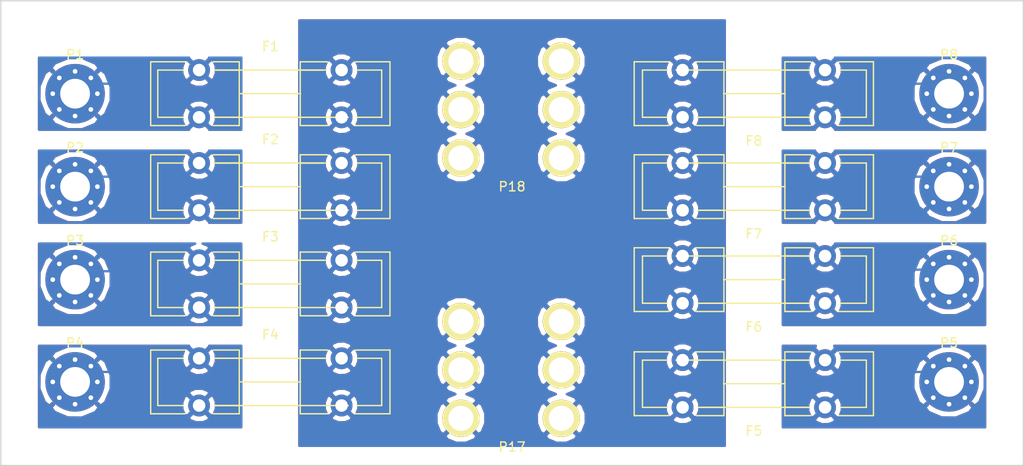
<source format=kicad_pcb>
(kicad_pcb (version 4) (host pcbnew 4.0.6-e0-6349~53~ubuntu16.04.1)

  (general
    (links 43)
    (no_connects 0)
    (area 47.924999 114.924999 158.075001 165.075001)
    (thickness 1.6)
    (drawings 4)
    (tracks 24)
    (zones 0)
    (modules 18)
    (nets 10)
  )

  (page A4)
  (layers
    (0 F.Cu signal)
    (31 B.Cu signal)
    (32 B.Adhes user)
    (33 F.Adhes user)
    (34 B.Paste user)
    (35 F.Paste user)
    (36 B.SilkS user)
    (37 F.SilkS user)
    (38 B.Mask user)
    (39 F.Mask user)
    (40 Dwgs.User user)
    (41 Cmts.User user)
    (42 Eco1.User user)
    (43 Eco2.User user)
    (44 Edge.Cuts user)
    (45 Margin user)
    (46 B.CrtYd user)
    (47 F.CrtYd user)
    (48 B.Fab user)
    (49 F.Fab user)
  )

  (setup
    (last_trace_width 0.25)
    (trace_clearance 0.2)
    (zone_clearance 0.508)
    (zone_45_only no)
    (trace_min 0.2)
    (segment_width 0.2)
    (edge_width 0.15)
    (via_size 0.6)
    (via_drill 0.4)
    (via_min_size 0.4)
    (via_min_drill 0.3)
    (uvia_size 0.3)
    (uvia_drill 0.1)
    (uvias_allowed no)
    (uvia_min_size 0.2)
    (uvia_min_drill 0.1)
    (pcb_text_width 0.3)
    (pcb_text_size 1.5 1.5)
    (mod_edge_width 0.15)
    (mod_text_size 1 1)
    (mod_text_width 0.15)
    (pad_size 1.524 1.524)
    (pad_drill 0.762)
    (pad_to_mask_clearance 0.2)
    (aux_axis_origin 0 0)
    (visible_elements FFFFFF7F)
    (pcbplotparams
      (layerselection 0x010f0_80000001)
      (usegerberextensions false)
      (excludeedgelayer true)
      (linewidth 0.100000)
      (plotframeref false)
      (viasonmask false)
      (mode 1)
      (useauxorigin false)
      (hpglpennumber 1)
      (hpglpenspeed 20)
      (hpglpendiameter 15)
      (hpglpenoverlay 2)
      (psnegative false)
      (psa4output false)
      (plotreference true)
      (plotvalue true)
      (plotinvisibletext false)
      (padsonsilk false)
      (subtractmaskfromsilk false)
      (outputformat 1)
      (mirror false)
      (drillshape 0)
      (scaleselection 1)
      (outputdirectory ""))
  )

  (net 0 "")
  (net 1 +12V)
  (net 2 "Net-(F1-Pad1)")
  (net 3 "Net-(F2-Pad1)")
  (net 4 "Net-(F3-Pad1)")
  (net 5 "Net-(F4-Pad1)")
  (net 6 "Net-(F5-Pad1)")
  (net 7 "Net-(F6-Pad1)")
  (net 8 "Net-(F7-Pad1)")
  (net 9 "Net-(F8-Pad1)")

  (net_class Default "This is the default net class."
    (clearance 0.2)
    (trace_width 0.25)
    (via_dia 0.6)
    (via_drill 0.4)
    (uvia_dia 0.3)
    (uvia_drill 0.1)
    (add_net +12V)
    (add_net "Net-(F1-Pad1)")
    (add_net "Net-(F2-Pad1)")
    (add_net "Net-(F3-Pad1)")
    (add_net "Net-(F4-Pad1)")
    (add_net "Net-(F5-Pad1)")
    (add_net "Net-(F6-Pad1)")
    (add_net "Net-(F7-Pad1)")
    (add_net "Net-(F8-Pad1)")
  )

  (module Fuse_Holders_and_Fuses:Fuseholder5x20_horiz_open_lateral_Type-II (layer F.Cu) (tedit 0) (tstamp 599105F6)
    (at 77 125)
    (descr "Fuseholder, 5x20, open, horizontal, Type-II, lateral,")
    (tags "Fuseholder, 5x20, open, horizontal, Type-II, lateral, Sicherungshalter, offen,")
    (path /598FB9E1)
    (fp_text reference F1 (at 0 -5.08) (layer F.SilkS)
      (effects (font (size 1 1) (thickness 0.15)))
    )
    (fp_text value Fuse (at -1.27 6.35) (layer F.Fab)
      (effects (font (size 1 1) (thickness 0.15)))
    )
    (fp_line (start 3.2512 0) (end -3.2512 0) (layer F.SilkS) (width 0.15))
    (fp_line (start 12.86764 3.429) (end 9.05764 3.429) (layer F.SilkS) (width 0.15))
    (fp_line (start 3.21564 3.429) (end 6.26364 3.429) (layer F.SilkS) (width 0.15))
    (fp_line (start 5.715 2.54) (end 8.382 2.54) (layer F.SilkS) (width 0.15))
    (fp_line (start 11.97864 2.54) (end 9.31164 2.54) (layer F.SilkS) (width 0.15))
    (fp_line (start 3.21564 -2.54) (end 6.00964 -2.54) (layer F.SilkS) (width 0.15))
    (fp_line (start 11.9761 -2.54) (end 9.3091 -2.54) (layer F.SilkS) (width 0.15))
    (fp_line (start 12.86764 -3.429) (end 9.18464 -3.429) (layer F.SilkS) (width 0.15))
    (fp_line (start 3.21564 -3.429) (end 6.13664 -3.429) (layer F.SilkS) (width 0.15))
    (fp_line (start -12.86764 3.429) (end -9.18464 3.429) (layer F.SilkS) (width 0.15))
    (fp_line (start -3.34264 3.429) (end -6.13664 3.429) (layer F.SilkS) (width 0.15))
    (fp_line (start -5.88264 2.54) (end -6.00964 2.54) (layer F.SilkS) (width 0.15))
    (fp_line (start -5.88264 2.54) (end -3.34264 2.54) (layer F.SilkS) (width 0.15))
    (fp_line (start -12.10564 2.54) (end -9.31164 2.54) (layer F.SilkS) (width 0.15))
    (fp_line (start -12.86764 -3.429) (end -9.05764 -3.429) (layer F.SilkS) (width 0.15))
    (fp_line (start -3.34264 -3.429) (end -6.13664 -3.429) (layer F.SilkS) (width 0.15))
    (fp_line (start -3.34264 -2.54) (end -6.00964 -2.54) (layer F.SilkS) (width 0.15))
    (fp_line (start -12.10564 -2.54) (end -9.31164 -2.54) (layer F.SilkS) (width 0.15))
    (fp_line (start 12.86764 -3.429) (end 12.86764 3.429) (layer F.SilkS) (width 0.15))
    (fp_line (start 3.21564 3.429) (end 3.21564 2.54) (layer F.SilkS) (width 0.15))
    (fp_line (start 3.21564 -3.429) (end 3.21564 -2.54) (layer F.SilkS) (width 0.15))
    (fp_line (start -12.86764 -3.429) (end -12.86764 3.429) (layer F.SilkS) (width 0.15))
    (fp_line (start -3.34264 3.429) (end -3.34264 2.54) (layer F.SilkS) (width 0.15))
    (fp_line (start -3.34264 -3.429) (end -3.34264 -2.413) (layer F.SilkS) (width 0.15))
    (fp_line (start 5.715 2.54) (end -5.969 2.54) (layer F.SilkS) (width 0.15))
    (fp_line (start -5.842 -2.54) (end 5.715 -2.54) (layer F.SilkS) (width 0.15))
    (fp_line (start -3.34264 0) (end -3.34264 -2.54) (layer F.SilkS) (width 0.15))
    (fp_line (start -12.1031 -2.54) (end -12.1031 2.54) (layer F.SilkS) (width 0.15))
    (fp_line (start -3.34264 2.54) (end -3.34264 0) (layer F.SilkS) (width 0.15))
    (fp_line (start 3.21564 0) (end 3.21564 -2.54) (layer F.SilkS) (width 0.15))
    (fp_line (start 11.9761 -2.54) (end 11.9761 2.54) (layer F.SilkS) (width 0.15))
    (fp_line (start 3.21564 2.54) (end 3.21564 0) (layer F.SilkS) (width 0.15))
    (pad 2 thru_hole circle (at 7.66064 -2.54) (size 2.3495 2.3495) (drill 1.34874) (layers *.Cu *.Mask)
      (net 1 +12V))
    (pad 2 thru_hole circle (at 7.66064 2.54) (size 2.3495 2.3495) (drill 1.34874) (layers *.Cu *.Mask)
      (net 1 +12V))
    (pad 1 thru_hole circle (at -7.66064 -2.54) (size 2.3495 2.3495) (drill 1.34874) (layers *.Cu *.Mask)
      (net 2 "Net-(F1-Pad1)"))
    (pad 1 thru_hole circle (at -7.66064 2.54) (size 2.3495 2.3495) (drill 1.34874) (layers *.Cu *.Mask)
      (net 2 "Net-(F1-Pad1)"))
  )

  (module Fuse_Holders_and_Fuses:Fuseholder5x20_horiz_open_lateral_Type-II (layer F.Cu) (tedit 0) (tstamp 599105FE)
    (at 77 135)
    (descr "Fuseholder, 5x20, open, horizontal, Type-II, lateral,")
    (tags "Fuseholder, 5x20, open, horizontal, Type-II, lateral, Sicherungshalter, offen,")
    (path /598FBA07)
    (fp_text reference F2 (at 0 -5.08) (layer F.SilkS)
      (effects (font (size 1 1) (thickness 0.15)))
    )
    (fp_text value Fuse (at -1.27 6.35) (layer F.Fab)
      (effects (font (size 1 1) (thickness 0.15)))
    )
    (fp_line (start 3.2512 0) (end -3.2512 0) (layer F.SilkS) (width 0.15))
    (fp_line (start 12.86764 3.429) (end 9.05764 3.429) (layer F.SilkS) (width 0.15))
    (fp_line (start 3.21564 3.429) (end 6.26364 3.429) (layer F.SilkS) (width 0.15))
    (fp_line (start 5.715 2.54) (end 8.382 2.54) (layer F.SilkS) (width 0.15))
    (fp_line (start 11.97864 2.54) (end 9.31164 2.54) (layer F.SilkS) (width 0.15))
    (fp_line (start 3.21564 -2.54) (end 6.00964 -2.54) (layer F.SilkS) (width 0.15))
    (fp_line (start 11.9761 -2.54) (end 9.3091 -2.54) (layer F.SilkS) (width 0.15))
    (fp_line (start 12.86764 -3.429) (end 9.18464 -3.429) (layer F.SilkS) (width 0.15))
    (fp_line (start 3.21564 -3.429) (end 6.13664 -3.429) (layer F.SilkS) (width 0.15))
    (fp_line (start -12.86764 3.429) (end -9.18464 3.429) (layer F.SilkS) (width 0.15))
    (fp_line (start -3.34264 3.429) (end -6.13664 3.429) (layer F.SilkS) (width 0.15))
    (fp_line (start -5.88264 2.54) (end -6.00964 2.54) (layer F.SilkS) (width 0.15))
    (fp_line (start -5.88264 2.54) (end -3.34264 2.54) (layer F.SilkS) (width 0.15))
    (fp_line (start -12.10564 2.54) (end -9.31164 2.54) (layer F.SilkS) (width 0.15))
    (fp_line (start -12.86764 -3.429) (end -9.05764 -3.429) (layer F.SilkS) (width 0.15))
    (fp_line (start -3.34264 -3.429) (end -6.13664 -3.429) (layer F.SilkS) (width 0.15))
    (fp_line (start -3.34264 -2.54) (end -6.00964 -2.54) (layer F.SilkS) (width 0.15))
    (fp_line (start -12.10564 -2.54) (end -9.31164 -2.54) (layer F.SilkS) (width 0.15))
    (fp_line (start 12.86764 -3.429) (end 12.86764 3.429) (layer F.SilkS) (width 0.15))
    (fp_line (start 3.21564 3.429) (end 3.21564 2.54) (layer F.SilkS) (width 0.15))
    (fp_line (start 3.21564 -3.429) (end 3.21564 -2.54) (layer F.SilkS) (width 0.15))
    (fp_line (start -12.86764 -3.429) (end -12.86764 3.429) (layer F.SilkS) (width 0.15))
    (fp_line (start -3.34264 3.429) (end -3.34264 2.54) (layer F.SilkS) (width 0.15))
    (fp_line (start -3.34264 -3.429) (end -3.34264 -2.413) (layer F.SilkS) (width 0.15))
    (fp_line (start 5.715 2.54) (end -5.969 2.54) (layer F.SilkS) (width 0.15))
    (fp_line (start -5.842 -2.54) (end 5.715 -2.54) (layer F.SilkS) (width 0.15))
    (fp_line (start -3.34264 0) (end -3.34264 -2.54) (layer F.SilkS) (width 0.15))
    (fp_line (start -12.1031 -2.54) (end -12.1031 2.54) (layer F.SilkS) (width 0.15))
    (fp_line (start -3.34264 2.54) (end -3.34264 0) (layer F.SilkS) (width 0.15))
    (fp_line (start 3.21564 0) (end 3.21564 -2.54) (layer F.SilkS) (width 0.15))
    (fp_line (start 11.9761 -2.54) (end 11.9761 2.54) (layer F.SilkS) (width 0.15))
    (fp_line (start 3.21564 2.54) (end 3.21564 0) (layer F.SilkS) (width 0.15))
    (pad 2 thru_hole circle (at 7.66064 -2.54) (size 2.3495 2.3495) (drill 1.34874) (layers *.Cu *.Mask)
      (net 1 +12V))
    (pad 2 thru_hole circle (at 7.66064 2.54) (size 2.3495 2.3495) (drill 1.34874) (layers *.Cu *.Mask)
      (net 1 +12V))
    (pad 1 thru_hole circle (at -7.66064 -2.54) (size 2.3495 2.3495) (drill 1.34874) (layers *.Cu *.Mask)
      (net 3 "Net-(F2-Pad1)"))
    (pad 1 thru_hole circle (at -7.66064 2.54) (size 2.3495 2.3495) (drill 1.34874) (layers *.Cu *.Mask)
      (net 3 "Net-(F2-Pad1)"))
  )

  (module Fuse_Holders_and_Fuses:Fuseholder5x20_horiz_open_lateral_Type-II (layer F.Cu) (tedit 0) (tstamp 59910606)
    (at 77 145.46)
    (descr "Fuseholder, 5x20, open, horizontal, Type-II, lateral,")
    (tags "Fuseholder, 5x20, open, horizontal, Type-II, lateral, Sicherungshalter, offen,")
    (path /598FBA29)
    (fp_text reference F3 (at 0 -5.08) (layer F.SilkS)
      (effects (font (size 1 1) (thickness 0.15)))
    )
    (fp_text value Fuse (at -1.27 6.35) (layer F.Fab)
      (effects (font (size 1 1) (thickness 0.15)))
    )
    (fp_line (start 3.2512 0) (end -3.2512 0) (layer F.SilkS) (width 0.15))
    (fp_line (start 12.86764 3.429) (end 9.05764 3.429) (layer F.SilkS) (width 0.15))
    (fp_line (start 3.21564 3.429) (end 6.26364 3.429) (layer F.SilkS) (width 0.15))
    (fp_line (start 5.715 2.54) (end 8.382 2.54) (layer F.SilkS) (width 0.15))
    (fp_line (start 11.97864 2.54) (end 9.31164 2.54) (layer F.SilkS) (width 0.15))
    (fp_line (start 3.21564 -2.54) (end 6.00964 -2.54) (layer F.SilkS) (width 0.15))
    (fp_line (start 11.9761 -2.54) (end 9.3091 -2.54) (layer F.SilkS) (width 0.15))
    (fp_line (start 12.86764 -3.429) (end 9.18464 -3.429) (layer F.SilkS) (width 0.15))
    (fp_line (start 3.21564 -3.429) (end 6.13664 -3.429) (layer F.SilkS) (width 0.15))
    (fp_line (start -12.86764 3.429) (end -9.18464 3.429) (layer F.SilkS) (width 0.15))
    (fp_line (start -3.34264 3.429) (end -6.13664 3.429) (layer F.SilkS) (width 0.15))
    (fp_line (start -5.88264 2.54) (end -6.00964 2.54) (layer F.SilkS) (width 0.15))
    (fp_line (start -5.88264 2.54) (end -3.34264 2.54) (layer F.SilkS) (width 0.15))
    (fp_line (start -12.10564 2.54) (end -9.31164 2.54) (layer F.SilkS) (width 0.15))
    (fp_line (start -12.86764 -3.429) (end -9.05764 -3.429) (layer F.SilkS) (width 0.15))
    (fp_line (start -3.34264 -3.429) (end -6.13664 -3.429) (layer F.SilkS) (width 0.15))
    (fp_line (start -3.34264 -2.54) (end -6.00964 -2.54) (layer F.SilkS) (width 0.15))
    (fp_line (start -12.10564 -2.54) (end -9.31164 -2.54) (layer F.SilkS) (width 0.15))
    (fp_line (start 12.86764 -3.429) (end 12.86764 3.429) (layer F.SilkS) (width 0.15))
    (fp_line (start 3.21564 3.429) (end 3.21564 2.54) (layer F.SilkS) (width 0.15))
    (fp_line (start 3.21564 -3.429) (end 3.21564 -2.54) (layer F.SilkS) (width 0.15))
    (fp_line (start -12.86764 -3.429) (end -12.86764 3.429) (layer F.SilkS) (width 0.15))
    (fp_line (start -3.34264 3.429) (end -3.34264 2.54) (layer F.SilkS) (width 0.15))
    (fp_line (start -3.34264 -3.429) (end -3.34264 -2.413) (layer F.SilkS) (width 0.15))
    (fp_line (start 5.715 2.54) (end -5.969 2.54) (layer F.SilkS) (width 0.15))
    (fp_line (start -5.842 -2.54) (end 5.715 -2.54) (layer F.SilkS) (width 0.15))
    (fp_line (start -3.34264 0) (end -3.34264 -2.54) (layer F.SilkS) (width 0.15))
    (fp_line (start -12.1031 -2.54) (end -12.1031 2.54) (layer F.SilkS) (width 0.15))
    (fp_line (start -3.34264 2.54) (end -3.34264 0) (layer F.SilkS) (width 0.15))
    (fp_line (start 3.21564 0) (end 3.21564 -2.54) (layer F.SilkS) (width 0.15))
    (fp_line (start 11.9761 -2.54) (end 11.9761 2.54) (layer F.SilkS) (width 0.15))
    (fp_line (start 3.21564 2.54) (end 3.21564 0) (layer F.SilkS) (width 0.15))
    (pad 2 thru_hole circle (at 7.66064 -2.54) (size 2.3495 2.3495) (drill 1.34874) (layers *.Cu *.Mask)
      (net 1 +12V))
    (pad 2 thru_hole circle (at 7.66064 2.54) (size 2.3495 2.3495) (drill 1.34874) (layers *.Cu *.Mask)
      (net 1 +12V))
    (pad 1 thru_hole circle (at -7.66064 -2.54) (size 2.3495 2.3495) (drill 1.34874) (layers *.Cu *.Mask)
      (net 4 "Net-(F3-Pad1)"))
    (pad 1 thru_hole circle (at -7.66064 2.54) (size 2.3495 2.3495) (drill 1.34874) (layers *.Cu *.Mask)
      (net 4 "Net-(F3-Pad1)"))
  )

  (module Fuse_Holders_and_Fuses:Fuseholder5x20_horiz_open_lateral_Type-II (layer F.Cu) (tedit 0) (tstamp 5991060E)
    (at 77 156)
    (descr "Fuseholder, 5x20, open, horizontal, Type-II, lateral,")
    (tags "Fuseholder, 5x20, open, horizontal, Type-II, lateral, Sicherungshalter, offen,")
    (path /598FBA4A)
    (fp_text reference F4 (at 0 -5.08) (layer F.SilkS)
      (effects (font (size 1 1) (thickness 0.15)))
    )
    (fp_text value Fuse (at -1.27 6.35) (layer F.Fab)
      (effects (font (size 1 1) (thickness 0.15)))
    )
    (fp_line (start 3.2512 0) (end -3.2512 0) (layer F.SilkS) (width 0.15))
    (fp_line (start 12.86764 3.429) (end 9.05764 3.429) (layer F.SilkS) (width 0.15))
    (fp_line (start 3.21564 3.429) (end 6.26364 3.429) (layer F.SilkS) (width 0.15))
    (fp_line (start 5.715 2.54) (end 8.382 2.54) (layer F.SilkS) (width 0.15))
    (fp_line (start 11.97864 2.54) (end 9.31164 2.54) (layer F.SilkS) (width 0.15))
    (fp_line (start 3.21564 -2.54) (end 6.00964 -2.54) (layer F.SilkS) (width 0.15))
    (fp_line (start 11.9761 -2.54) (end 9.3091 -2.54) (layer F.SilkS) (width 0.15))
    (fp_line (start 12.86764 -3.429) (end 9.18464 -3.429) (layer F.SilkS) (width 0.15))
    (fp_line (start 3.21564 -3.429) (end 6.13664 -3.429) (layer F.SilkS) (width 0.15))
    (fp_line (start -12.86764 3.429) (end -9.18464 3.429) (layer F.SilkS) (width 0.15))
    (fp_line (start -3.34264 3.429) (end -6.13664 3.429) (layer F.SilkS) (width 0.15))
    (fp_line (start -5.88264 2.54) (end -6.00964 2.54) (layer F.SilkS) (width 0.15))
    (fp_line (start -5.88264 2.54) (end -3.34264 2.54) (layer F.SilkS) (width 0.15))
    (fp_line (start -12.10564 2.54) (end -9.31164 2.54) (layer F.SilkS) (width 0.15))
    (fp_line (start -12.86764 -3.429) (end -9.05764 -3.429) (layer F.SilkS) (width 0.15))
    (fp_line (start -3.34264 -3.429) (end -6.13664 -3.429) (layer F.SilkS) (width 0.15))
    (fp_line (start -3.34264 -2.54) (end -6.00964 -2.54) (layer F.SilkS) (width 0.15))
    (fp_line (start -12.10564 -2.54) (end -9.31164 -2.54) (layer F.SilkS) (width 0.15))
    (fp_line (start 12.86764 -3.429) (end 12.86764 3.429) (layer F.SilkS) (width 0.15))
    (fp_line (start 3.21564 3.429) (end 3.21564 2.54) (layer F.SilkS) (width 0.15))
    (fp_line (start 3.21564 -3.429) (end 3.21564 -2.54) (layer F.SilkS) (width 0.15))
    (fp_line (start -12.86764 -3.429) (end -12.86764 3.429) (layer F.SilkS) (width 0.15))
    (fp_line (start -3.34264 3.429) (end -3.34264 2.54) (layer F.SilkS) (width 0.15))
    (fp_line (start -3.34264 -3.429) (end -3.34264 -2.413) (layer F.SilkS) (width 0.15))
    (fp_line (start 5.715 2.54) (end -5.969 2.54) (layer F.SilkS) (width 0.15))
    (fp_line (start -5.842 -2.54) (end 5.715 -2.54) (layer F.SilkS) (width 0.15))
    (fp_line (start -3.34264 0) (end -3.34264 -2.54) (layer F.SilkS) (width 0.15))
    (fp_line (start -12.1031 -2.54) (end -12.1031 2.54) (layer F.SilkS) (width 0.15))
    (fp_line (start -3.34264 2.54) (end -3.34264 0) (layer F.SilkS) (width 0.15))
    (fp_line (start 3.21564 0) (end 3.21564 -2.54) (layer F.SilkS) (width 0.15))
    (fp_line (start 11.9761 -2.54) (end 11.9761 2.54) (layer F.SilkS) (width 0.15))
    (fp_line (start 3.21564 2.54) (end 3.21564 0) (layer F.SilkS) (width 0.15))
    (pad 2 thru_hole circle (at 7.66064 -2.54) (size 2.3495 2.3495) (drill 1.34874) (layers *.Cu *.Mask)
      (net 1 +12V))
    (pad 2 thru_hole circle (at 7.66064 2.54) (size 2.3495 2.3495) (drill 1.34874) (layers *.Cu *.Mask)
      (net 1 +12V))
    (pad 1 thru_hole circle (at -7.66064 -2.54) (size 2.3495 2.3495) (drill 1.34874) (layers *.Cu *.Mask)
      (net 5 "Net-(F4-Pad1)"))
    (pad 1 thru_hole circle (at -7.66064 2.54) (size 2.3495 2.3495) (drill 1.34874) (layers *.Cu *.Mask)
      (net 5 "Net-(F4-Pad1)"))
  )

  (module Fuse_Holders_and_Fuses:Fuseholder5x20_horiz_open_lateral_Type-II (layer F.Cu) (tedit 0) (tstamp 59910616)
    (at 129 156.1973 180)
    (descr "Fuseholder, 5x20, open, horizontal, Type-II, lateral,")
    (tags "Fuseholder, 5x20, open, horizontal, Type-II, lateral, Sicherungshalter, offen,")
    (path /598FBC12)
    (fp_text reference F5 (at 0 -5.08 180) (layer F.SilkS)
      (effects (font (size 1 1) (thickness 0.15)))
    )
    (fp_text value Fuse (at -1.27 6.35 180) (layer F.Fab)
      (effects (font (size 1 1) (thickness 0.15)))
    )
    (fp_line (start 3.2512 0) (end -3.2512 0) (layer F.SilkS) (width 0.15))
    (fp_line (start 12.86764 3.429) (end 9.05764 3.429) (layer F.SilkS) (width 0.15))
    (fp_line (start 3.21564 3.429) (end 6.26364 3.429) (layer F.SilkS) (width 0.15))
    (fp_line (start 5.715 2.54) (end 8.382 2.54) (layer F.SilkS) (width 0.15))
    (fp_line (start 11.97864 2.54) (end 9.31164 2.54) (layer F.SilkS) (width 0.15))
    (fp_line (start 3.21564 -2.54) (end 6.00964 -2.54) (layer F.SilkS) (width 0.15))
    (fp_line (start 11.9761 -2.54) (end 9.3091 -2.54) (layer F.SilkS) (width 0.15))
    (fp_line (start 12.86764 -3.429) (end 9.18464 -3.429) (layer F.SilkS) (width 0.15))
    (fp_line (start 3.21564 -3.429) (end 6.13664 -3.429) (layer F.SilkS) (width 0.15))
    (fp_line (start -12.86764 3.429) (end -9.18464 3.429) (layer F.SilkS) (width 0.15))
    (fp_line (start -3.34264 3.429) (end -6.13664 3.429) (layer F.SilkS) (width 0.15))
    (fp_line (start -5.88264 2.54) (end -6.00964 2.54) (layer F.SilkS) (width 0.15))
    (fp_line (start -5.88264 2.54) (end -3.34264 2.54) (layer F.SilkS) (width 0.15))
    (fp_line (start -12.10564 2.54) (end -9.31164 2.54) (layer F.SilkS) (width 0.15))
    (fp_line (start -12.86764 -3.429) (end -9.05764 -3.429) (layer F.SilkS) (width 0.15))
    (fp_line (start -3.34264 -3.429) (end -6.13664 -3.429) (layer F.SilkS) (width 0.15))
    (fp_line (start -3.34264 -2.54) (end -6.00964 -2.54) (layer F.SilkS) (width 0.15))
    (fp_line (start -12.10564 -2.54) (end -9.31164 -2.54) (layer F.SilkS) (width 0.15))
    (fp_line (start 12.86764 -3.429) (end 12.86764 3.429) (layer F.SilkS) (width 0.15))
    (fp_line (start 3.21564 3.429) (end 3.21564 2.54) (layer F.SilkS) (width 0.15))
    (fp_line (start 3.21564 -3.429) (end 3.21564 -2.54) (layer F.SilkS) (width 0.15))
    (fp_line (start -12.86764 -3.429) (end -12.86764 3.429) (layer F.SilkS) (width 0.15))
    (fp_line (start -3.34264 3.429) (end -3.34264 2.54) (layer F.SilkS) (width 0.15))
    (fp_line (start -3.34264 -3.429) (end -3.34264 -2.413) (layer F.SilkS) (width 0.15))
    (fp_line (start 5.715 2.54) (end -5.969 2.54) (layer F.SilkS) (width 0.15))
    (fp_line (start -5.842 -2.54) (end 5.715 -2.54) (layer F.SilkS) (width 0.15))
    (fp_line (start -3.34264 0) (end -3.34264 -2.54) (layer F.SilkS) (width 0.15))
    (fp_line (start -12.1031 -2.54) (end -12.1031 2.54) (layer F.SilkS) (width 0.15))
    (fp_line (start -3.34264 2.54) (end -3.34264 0) (layer F.SilkS) (width 0.15))
    (fp_line (start 3.21564 0) (end 3.21564 -2.54) (layer F.SilkS) (width 0.15))
    (fp_line (start 11.9761 -2.54) (end 11.9761 2.54) (layer F.SilkS) (width 0.15))
    (fp_line (start 3.21564 2.54) (end 3.21564 0) (layer F.SilkS) (width 0.15))
    (pad 2 thru_hole circle (at 7.66064 -2.54 180) (size 2.3495 2.3495) (drill 1.34874) (layers *.Cu *.Mask)
      (net 1 +12V))
    (pad 2 thru_hole circle (at 7.66064 2.54 180) (size 2.3495 2.3495) (drill 1.34874) (layers *.Cu *.Mask)
      (net 1 +12V))
    (pad 1 thru_hole circle (at -7.66064 -2.54 180) (size 2.3495 2.3495) (drill 1.34874) (layers *.Cu *.Mask)
      (net 6 "Net-(F5-Pad1)"))
    (pad 1 thru_hole circle (at -7.66064 2.54 180) (size 2.3495 2.3495) (drill 1.34874) (layers *.Cu *.Mask)
      (net 6 "Net-(F5-Pad1)"))
  )

  (module Fuse_Holders_and_Fuses:Fuseholder5x20_horiz_open_lateral_Type-II (layer F.Cu) (tedit 0) (tstamp 5991061E)
    (at 129 145 180)
    (descr "Fuseholder, 5x20, open, horizontal, Type-II, lateral,")
    (tags "Fuseholder, 5x20, open, horizontal, Type-II, lateral, Sicherungshalter, offen,")
    (path /598FBC18)
    (fp_text reference F6 (at 0 -5.08 180) (layer F.SilkS)
      (effects (font (size 1 1) (thickness 0.15)))
    )
    (fp_text value Fuse (at -1.27 6.35 180) (layer F.Fab)
      (effects (font (size 1 1) (thickness 0.15)))
    )
    (fp_line (start 3.2512 0) (end -3.2512 0) (layer F.SilkS) (width 0.15))
    (fp_line (start 12.86764 3.429) (end 9.05764 3.429) (layer F.SilkS) (width 0.15))
    (fp_line (start 3.21564 3.429) (end 6.26364 3.429) (layer F.SilkS) (width 0.15))
    (fp_line (start 5.715 2.54) (end 8.382 2.54) (layer F.SilkS) (width 0.15))
    (fp_line (start 11.97864 2.54) (end 9.31164 2.54) (layer F.SilkS) (width 0.15))
    (fp_line (start 3.21564 -2.54) (end 6.00964 -2.54) (layer F.SilkS) (width 0.15))
    (fp_line (start 11.9761 -2.54) (end 9.3091 -2.54) (layer F.SilkS) (width 0.15))
    (fp_line (start 12.86764 -3.429) (end 9.18464 -3.429) (layer F.SilkS) (width 0.15))
    (fp_line (start 3.21564 -3.429) (end 6.13664 -3.429) (layer F.SilkS) (width 0.15))
    (fp_line (start -12.86764 3.429) (end -9.18464 3.429) (layer F.SilkS) (width 0.15))
    (fp_line (start -3.34264 3.429) (end -6.13664 3.429) (layer F.SilkS) (width 0.15))
    (fp_line (start -5.88264 2.54) (end -6.00964 2.54) (layer F.SilkS) (width 0.15))
    (fp_line (start -5.88264 2.54) (end -3.34264 2.54) (layer F.SilkS) (width 0.15))
    (fp_line (start -12.10564 2.54) (end -9.31164 2.54) (layer F.SilkS) (width 0.15))
    (fp_line (start -12.86764 -3.429) (end -9.05764 -3.429) (layer F.SilkS) (width 0.15))
    (fp_line (start -3.34264 -3.429) (end -6.13664 -3.429) (layer F.SilkS) (width 0.15))
    (fp_line (start -3.34264 -2.54) (end -6.00964 -2.54) (layer F.SilkS) (width 0.15))
    (fp_line (start -12.10564 -2.54) (end -9.31164 -2.54) (layer F.SilkS) (width 0.15))
    (fp_line (start 12.86764 -3.429) (end 12.86764 3.429) (layer F.SilkS) (width 0.15))
    (fp_line (start 3.21564 3.429) (end 3.21564 2.54) (layer F.SilkS) (width 0.15))
    (fp_line (start 3.21564 -3.429) (end 3.21564 -2.54) (layer F.SilkS) (width 0.15))
    (fp_line (start -12.86764 -3.429) (end -12.86764 3.429) (layer F.SilkS) (width 0.15))
    (fp_line (start -3.34264 3.429) (end -3.34264 2.54) (layer F.SilkS) (width 0.15))
    (fp_line (start -3.34264 -3.429) (end -3.34264 -2.413) (layer F.SilkS) (width 0.15))
    (fp_line (start 5.715 2.54) (end -5.969 2.54) (layer F.SilkS) (width 0.15))
    (fp_line (start -5.842 -2.54) (end 5.715 -2.54) (layer F.SilkS) (width 0.15))
    (fp_line (start -3.34264 0) (end -3.34264 -2.54) (layer F.SilkS) (width 0.15))
    (fp_line (start -12.1031 -2.54) (end -12.1031 2.54) (layer F.SilkS) (width 0.15))
    (fp_line (start -3.34264 2.54) (end -3.34264 0) (layer F.SilkS) (width 0.15))
    (fp_line (start 3.21564 0) (end 3.21564 -2.54) (layer F.SilkS) (width 0.15))
    (fp_line (start 11.9761 -2.54) (end 11.9761 2.54) (layer F.SilkS) (width 0.15))
    (fp_line (start 3.21564 2.54) (end 3.21564 0) (layer F.SilkS) (width 0.15))
    (pad 2 thru_hole circle (at 7.66064 -2.54 180) (size 2.3495 2.3495) (drill 1.34874) (layers *.Cu *.Mask)
      (net 1 +12V))
    (pad 2 thru_hole circle (at 7.66064 2.54 180) (size 2.3495 2.3495) (drill 1.34874) (layers *.Cu *.Mask)
      (net 1 +12V))
    (pad 1 thru_hole circle (at -7.66064 -2.54 180) (size 2.3495 2.3495) (drill 1.34874) (layers *.Cu *.Mask)
      (net 7 "Net-(F6-Pad1)"))
    (pad 1 thru_hole circle (at -7.66064 2.54 180) (size 2.3495 2.3495) (drill 1.34874) (layers *.Cu *.Mask)
      (net 7 "Net-(F6-Pad1)"))
  )

  (module Fuse_Holders_and_Fuses:Fuseholder5x20_horiz_open_lateral_Type-II (layer F.Cu) (tedit 0) (tstamp 59910626)
    (at 129 135 180)
    (descr "Fuseholder, 5x20, open, horizontal, Type-II, lateral,")
    (tags "Fuseholder, 5x20, open, horizontal, Type-II, lateral, Sicherungshalter, offen,")
    (path /598FBC1E)
    (fp_text reference F7 (at 0 -5.08 180) (layer F.SilkS)
      (effects (font (size 1 1) (thickness 0.15)))
    )
    (fp_text value Fuse (at -1.27 6.35 180) (layer F.Fab)
      (effects (font (size 1 1) (thickness 0.15)))
    )
    (fp_line (start 3.2512 0) (end -3.2512 0) (layer F.SilkS) (width 0.15))
    (fp_line (start 12.86764 3.429) (end 9.05764 3.429) (layer F.SilkS) (width 0.15))
    (fp_line (start 3.21564 3.429) (end 6.26364 3.429) (layer F.SilkS) (width 0.15))
    (fp_line (start 5.715 2.54) (end 8.382 2.54) (layer F.SilkS) (width 0.15))
    (fp_line (start 11.97864 2.54) (end 9.31164 2.54) (layer F.SilkS) (width 0.15))
    (fp_line (start 3.21564 -2.54) (end 6.00964 -2.54) (layer F.SilkS) (width 0.15))
    (fp_line (start 11.9761 -2.54) (end 9.3091 -2.54) (layer F.SilkS) (width 0.15))
    (fp_line (start 12.86764 -3.429) (end 9.18464 -3.429) (layer F.SilkS) (width 0.15))
    (fp_line (start 3.21564 -3.429) (end 6.13664 -3.429) (layer F.SilkS) (width 0.15))
    (fp_line (start -12.86764 3.429) (end -9.18464 3.429) (layer F.SilkS) (width 0.15))
    (fp_line (start -3.34264 3.429) (end -6.13664 3.429) (layer F.SilkS) (width 0.15))
    (fp_line (start -5.88264 2.54) (end -6.00964 2.54) (layer F.SilkS) (width 0.15))
    (fp_line (start -5.88264 2.54) (end -3.34264 2.54) (layer F.SilkS) (width 0.15))
    (fp_line (start -12.10564 2.54) (end -9.31164 2.54) (layer F.SilkS) (width 0.15))
    (fp_line (start -12.86764 -3.429) (end -9.05764 -3.429) (layer F.SilkS) (width 0.15))
    (fp_line (start -3.34264 -3.429) (end -6.13664 -3.429) (layer F.SilkS) (width 0.15))
    (fp_line (start -3.34264 -2.54) (end -6.00964 -2.54) (layer F.SilkS) (width 0.15))
    (fp_line (start -12.10564 -2.54) (end -9.31164 -2.54) (layer F.SilkS) (width 0.15))
    (fp_line (start 12.86764 -3.429) (end 12.86764 3.429) (layer F.SilkS) (width 0.15))
    (fp_line (start 3.21564 3.429) (end 3.21564 2.54) (layer F.SilkS) (width 0.15))
    (fp_line (start 3.21564 -3.429) (end 3.21564 -2.54) (layer F.SilkS) (width 0.15))
    (fp_line (start -12.86764 -3.429) (end -12.86764 3.429) (layer F.SilkS) (width 0.15))
    (fp_line (start -3.34264 3.429) (end -3.34264 2.54) (layer F.SilkS) (width 0.15))
    (fp_line (start -3.34264 -3.429) (end -3.34264 -2.413) (layer F.SilkS) (width 0.15))
    (fp_line (start 5.715 2.54) (end -5.969 2.54) (layer F.SilkS) (width 0.15))
    (fp_line (start -5.842 -2.54) (end 5.715 -2.54) (layer F.SilkS) (width 0.15))
    (fp_line (start -3.34264 0) (end -3.34264 -2.54) (layer F.SilkS) (width 0.15))
    (fp_line (start -12.1031 -2.54) (end -12.1031 2.54) (layer F.SilkS) (width 0.15))
    (fp_line (start -3.34264 2.54) (end -3.34264 0) (layer F.SilkS) (width 0.15))
    (fp_line (start 3.21564 0) (end 3.21564 -2.54) (layer F.SilkS) (width 0.15))
    (fp_line (start 11.9761 -2.54) (end 11.9761 2.54) (layer F.SilkS) (width 0.15))
    (fp_line (start 3.21564 2.54) (end 3.21564 0) (layer F.SilkS) (width 0.15))
    (pad 2 thru_hole circle (at 7.66064 -2.54 180) (size 2.3495 2.3495) (drill 1.34874) (layers *.Cu *.Mask)
      (net 1 +12V))
    (pad 2 thru_hole circle (at 7.66064 2.54 180) (size 2.3495 2.3495) (drill 1.34874) (layers *.Cu *.Mask)
      (net 1 +12V))
    (pad 1 thru_hole circle (at -7.66064 -2.54 180) (size 2.3495 2.3495) (drill 1.34874) (layers *.Cu *.Mask)
      (net 8 "Net-(F7-Pad1)"))
    (pad 1 thru_hole circle (at -7.66064 2.54 180) (size 2.3495 2.3495) (drill 1.34874) (layers *.Cu *.Mask)
      (net 8 "Net-(F7-Pad1)"))
  )

  (module Fuse_Holders_and_Fuses:Fuseholder5x20_horiz_open_lateral_Type-II (layer F.Cu) (tedit 0) (tstamp 5991062E)
    (at 129 125 180)
    (descr "Fuseholder, 5x20, open, horizontal, Type-II, lateral,")
    (tags "Fuseholder, 5x20, open, horizontal, Type-II, lateral, Sicherungshalter, offen,")
    (path /598FBC24)
    (fp_text reference F8 (at 0 -5.08 180) (layer F.SilkS)
      (effects (font (size 1 1) (thickness 0.15)))
    )
    (fp_text value Fuse (at -1.27 6.35 180) (layer F.Fab)
      (effects (font (size 1 1) (thickness 0.15)))
    )
    (fp_line (start 3.2512 0) (end -3.2512 0) (layer F.SilkS) (width 0.15))
    (fp_line (start 12.86764 3.429) (end 9.05764 3.429) (layer F.SilkS) (width 0.15))
    (fp_line (start 3.21564 3.429) (end 6.26364 3.429) (layer F.SilkS) (width 0.15))
    (fp_line (start 5.715 2.54) (end 8.382 2.54) (layer F.SilkS) (width 0.15))
    (fp_line (start 11.97864 2.54) (end 9.31164 2.54) (layer F.SilkS) (width 0.15))
    (fp_line (start 3.21564 -2.54) (end 6.00964 -2.54) (layer F.SilkS) (width 0.15))
    (fp_line (start 11.9761 -2.54) (end 9.3091 -2.54) (layer F.SilkS) (width 0.15))
    (fp_line (start 12.86764 -3.429) (end 9.18464 -3.429) (layer F.SilkS) (width 0.15))
    (fp_line (start 3.21564 -3.429) (end 6.13664 -3.429) (layer F.SilkS) (width 0.15))
    (fp_line (start -12.86764 3.429) (end -9.18464 3.429) (layer F.SilkS) (width 0.15))
    (fp_line (start -3.34264 3.429) (end -6.13664 3.429) (layer F.SilkS) (width 0.15))
    (fp_line (start -5.88264 2.54) (end -6.00964 2.54) (layer F.SilkS) (width 0.15))
    (fp_line (start -5.88264 2.54) (end -3.34264 2.54) (layer F.SilkS) (width 0.15))
    (fp_line (start -12.10564 2.54) (end -9.31164 2.54) (layer F.SilkS) (width 0.15))
    (fp_line (start -12.86764 -3.429) (end -9.05764 -3.429) (layer F.SilkS) (width 0.15))
    (fp_line (start -3.34264 -3.429) (end -6.13664 -3.429) (layer F.SilkS) (width 0.15))
    (fp_line (start -3.34264 -2.54) (end -6.00964 -2.54) (layer F.SilkS) (width 0.15))
    (fp_line (start -12.10564 -2.54) (end -9.31164 -2.54) (layer F.SilkS) (width 0.15))
    (fp_line (start 12.86764 -3.429) (end 12.86764 3.429) (layer F.SilkS) (width 0.15))
    (fp_line (start 3.21564 3.429) (end 3.21564 2.54) (layer F.SilkS) (width 0.15))
    (fp_line (start 3.21564 -3.429) (end 3.21564 -2.54) (layer F.SilkS) (width 0.15))
    (fp_line (start -12.86764 -3.429) (end -12.86764 3.429) (layer F.SilkS) (width 0.15))
    (fp_line (start -3.34264 3.429) (end -3.34264 2.54) (layer F.SilkS) (width 0.15))
    (fp_line (start -3.34264 -3.429) (end -3.34264 -2.413) (layer F.SilkS) (width 0.15))
    (fp_line (start 5.715 2.54) (end -5.969 2.54) (layer F.SilkS) (width 0.15))
    (fp_line (start -5.842 -2.54) (end 5.715 -2.54) (layer F.SilkS) (width 0.15))
    (fp_line (start -3.34264 0) (end -3.34264 -2.54) (layer F.SilkS) (width 0.15))
    (fp_line (start -12.1031 -2.54) (end -12.1031 2.54) (layer F.SilkS) (width 0.15))
    (fp_line (start -3.34264 2.54) (end -3.34264 0) (layer F.SilkS) (width 0.15))
    (fp_line (start 3.21564 0) (end 3.21564 -2.54) (layer F.SilkS) (width 0.15))
    (fp_line (start 11.9761 -2.54) (end 11.9761 2.54) (layer F.SilkS) (width 0.15))
    (fp_line (start 3.21564 2.54) (end 3.21564 0) (layer F.SilkS) (width 0.15))
    (pad 2 thru_hole circle (at 7.66064 -2.54 180) (size 2.3495 2.3495) (drill 1.34874) (layers *.Cu *.Mask)
      (net 1 +12V))
    (pad 2 thru_hole circle (at 7.66064 2.54 180) (size 2.3495 2.3495) (drill 1.34874) (layers *.Cu *.Mask)
      (net 1 +12V))
    (pad 1 thru_hole circle (at -7.66064 -2.54 180) (size 2.3495 2.3495) (drill 1.34874) (layers *.Cu *.Mask)
      (net 9 "Net-(F8-Pad1)"))
    (pad 1 thru_hole circle (at -7.66064 2.54 180) (size 2.3495 2.3495) (drill 1.34874) (layers *.Cu *.Mask)
      (net 9 "Net-(F8-Pad1)"))
  )

  (module Mounting_Holes:MountingHole_3.2mm_M3_Pad_Via (layer F.Cu) (tedit 56DDBCCA) (tstamp 5991063B)
    (at 56 125)
    (descr "Mounting Hole 3.2mm, M3")
    (tags "mounting hole 3.2mm m3")
    (path /598FC470)
    (fp_text reference P1 (at 0 -4.2) (layer F.SilkS)
      (effects (font (size 1 1) (thickness 0.15)))
    )
    (fp_text value CONN_01X01 (at 0 4.2) (layer F.Fab)
      (effects (font (size 1 1) (thickness 0.15)))
    )
    (fp_circle (center 0 0) (end 3.2 0) (layer Cmts.User) (width 0.15))
    (fp_circle (center 0 0) (end 3.45 0) (layer F.CrtYd) (width 0.05))
    (pad 1 thru_hole circle (at 0 0) (size 6.4 6.4) (drill 3.2) (layers *.Cu *.Mask)
      (net 2 "Net-(F1-Pad1)"))
    (pad "" thru_hole circle (at 2.4 0) (size 0.6 0.6) (drill 0.5) (layers *.Cu *.Mask))
    (pad "" thru_hole circle (at 1.697056 1.697056) (size 0.6 0.6) (drill 0.5) (layers *.Cu *.Mask))
    (pad "" thru_hole circle (at 0 2.4) (size 0.6 0.6) (drill 0.5) (layers *.Cu *.Mask))
    (pad "" thru_hole circle (at -1.697056 1.697056) (size 0.6 0.6) (drill 0.5) (layers *.Cu *.Mask))
    (pad "" thru_hole circle (at -2.4 0) (size 0.6 0.6) (drill 0.5) (layers *.Cu *.Mask))
    (pad "" thru_hole circle (at -1.697056 -1.697056) (size 0.6 0.6) (drill 0.5) (layers *.Cu *.Mask))
    (pad "" thru_hole circle (at 0 -2.4) (size 0.6 0.6) (drill 0.5) (layers *.Cu *.Mask))
    (pad "" thru_hole circle (at 1.697056 -1.697056) (size 0.6 0.6) (drill 0.5) (layers *.Cu *.Mask))
  )

  (module Mounting_Holes:MountingHole_3.2mm_M3_Pad_Via (layer F.Cu) (tedit 56DDBCCA) (tstamp 59910648)
    (at 56 135)
    (descr "Mounting Hole 3.2mm, M3")
    (tags "mounting hole 3.2mm m3")
    (path /598FC4D0)
    (fp_text reference P2 (at 0 -4.2) (layer F.SilkS)
      (effects (font (size 1 1) (thickness 0.15)))
    )
    (fp_text value CONN_01X01 (at 0 4.2) (layer F.Fab)
      (effects (font (size 1 1) (thickness 0.15)))
    )
    (fp_circle (center 0 0) (end 3.2 0) (layer Cmts.User) (width 0.15))
    (fp_circle (center 0 0) (end 3.45 0) (layer F.CrtYd) (width 0.05))
    (pad 1 thru_hole circle (at 0 0) (size 6.4 6.4) (drill 3.2) (layers *.Cu *.Mask)
      (net 3 "Net-(F2-Pad1)"))
    (pad "" thru_hole circle (at 2.4 0) (size 0.6 0.6) (drill 0.5) (layers *.Cu *.Mask))
    (pad "" thru_hole circle (at 1.697056 1.697056) (size 0.6 0.6) (drill 0.5) (layers *.Cu *.Mask))
    (pad "" thru_hole circle (at 0 2.4) (size 0.6 0.6) (drill 0.5) (layers *.Cu *.Mask))
    (pad "" thru_hole circle (at -1.697056 1.697056) (size 0.6 0.6) (drill 0.5) (layers *.Cu *.Mask))
    (pad "" thru_hole circle (at -2.4 0) (size 0.6 0.6) (drill 0.5) (layers *.Cu *.Mask))
    (pad "" thru_hole circle (at -1.697056 -1.697056) (size 0.6 0.6) (drill 0.5) (layers *.Cu *.Mask))
    (pad "" thru_hole circle (at 0 -2.4) (size 0.6 0.6) (drill 0.5) (layers *.Cu *.Mask))
    (pad "" thru_hole circle (at 1.697056 -1.697056) (size 0.6 0.6) (drill 0.5) (layers *.Cu *.Mask))
  )

  (module Mounting_Holes:MountingHole_3.2mm_M3_Pad_Via (layer F.Cu) (tedit 56DDBCCA) (tstamp 59910655)
    (at 56 145)
    (descr "Mounting Hole 3.2mm, M3")
    (tags "mounting hole 3.2mm m3")
    (path /598FC57E)
    (fp_text reference P3 (at 0 -4.2) (layer F.SilkS)
      (effects (font (size 1 1) (thickness 0.15)))
    )
    (fp_text value CONN_01X01 (at 0 4.2) (layer F.Fab)
      (effects (font (size 1 1) (thickness 0.15)))
    )
    (fp_circle (center 0 0) (end 3.2 0) (layer Cmts.User) (width 0.15))
    (fp_circle (center 0 0) (end 3.45 0) (layer F.CrtYd) (width 0.05))
    (pad 1 thru_hole circle (at 0 0) (size 6.4 6.4) (drill 3.2) (layers *.Cu *.Mask)
      (net 4 "Net-(F3-Pad1)"))
    (pad "" thru_hole circle (at 2.4 0) (size 0.6 0.6) (drill 0.5) (layers *.Cu *.Mask))
    (pad "" thru_hole circle (at 1.697056 1.697056) (size 0.6 0.6) (drill 0.5) (layers *.Cu *.Mask))
    (pad "" thru_hole circle (at 0 2.4) (size 0.6 0.6) (drill 0.5) (layers *.Cu *.Mask))
    (pad "" thru_hole circle (at -1.697056 1.697056) (size 0.6 0.6) (drill 0.5) (layers *.Cu *.Mask))
    (pad "" thru_hole circle (at -2.4 0) (size 0.6 0.6) (drill 0.5) (layers *.Cu *.Mask))
    (pad "" thru_hole circle (at -1.697056 -1.697056) (size 0.6 0.6) (drill 0.5) (layers *.Cu *.Mask))
    (pad "" thru_hole circle (at 0 -2.4) (size 0.6 0.6) (drill 0.5) (layers *.Cu *.Mask))
    (pad "" thru_hole circle (at 1.697056 -1.697056) (size 0.6 0.6) (drill 0.5) (layers *.Cu *.Mask))
  )

  (module Mounting_Holes:MountingHole_3.2mm_M3_Pad_Via (layer F.Cu) (tedit 56DDBCCA) (tstamp 59910662)
    (at 56 156)
    (descr "Mounting Hole 3.2mm, M3")
    (tags "mounting hole 3.2mm m3")
    (path /598FC584)
    (fp_text reference P4 (at 0 -4.2) (layer F.SilkS)
      (effects (font (size 1 1) (thickness 0.15)))
    )
    (fp_text value CONN_01X01 (at 0 4.2) (layer F.Fab)
      (effects (font (size 1 1) (thickness 0.15)))
    )
    (fp_circle (center 0 0) (end 3.2 0) (layer Cmts.User) (width 0.15))
    (fp_circle (center 0 0) (end 3.45 0) (layer F.CrtYd) (width 0.05))
    (pad 1 thru_hole circle (at 0 0) (size 6.4 6.4) (drill 3.2) (layers *.Cu *.Mask)
      (net 5 "Net-(F4-Pad1)"))
    (pad "" thru_hole circle (at 2.4 0) (size 0.6 0.6) (drill 0.5) (layers *.Cu *.Mask))
    (pad "" thru_hole circle (at 1.697056 1.697056) (size 0.6 0.6) (drill 0.5) (layers *.Cu *.Mask))
    (pad "" thru_hole circle (at 0 2.4) (size 0.6 0.6) (drill 0.5) (layers *.Cu *.Mask))
    (pad "" thru_hole circle (at -1.697056 1.697056) (size 0.6 0.6) (drill 0.5) (layers *.Cu *.Mask))
    (pad "" thru_hole circle (at -2.4 0) (size 0.6 0.6) (drill 0.5) (layers *.Cu *.Mask))
    (pad "" thru_hole circle (at -1.697056 -1.697056) (size 0.6 0.6) (drill 0.5) (layers *.Cu *.Mask))
    (pad "" thru_hole circle (at 0 -2.4) (size 0.6 0.6) (drill 0.5) (layers *.Cu *.Mask))
    (pad "" thru_hole circle (at 1.697056 -1.697056) (size 0.6 0.6) (drill 0.5) (layers *.Cu *.Mask))
  )

  (module Mounting_Holes:MountingHole_3.2mm_M3_Pad_Via (layer F.Cu) (tedit 56DDBCCA) (tstamp 5991066F)
    (at 150 156)
    (descr "Mounting Hole 3.2mm, M3")
    (tags "mounting hole 3.2mm m3")
    (path /598FC6C2)
    (fp_text reference P5 (at 0 -4.2) (layer F.SilkS)
      (effects (font (size 1 1) (thickness 0.15)))
    )
    (fp_text value CONN_01X01 (at 0 4.2) (layer F.Fab)
      (effects (font (size 1 1) (thickness 0.15)))
    )
    (fp_circle (center 0 0) (end 3.2 0) (layer Cmts.User) (width 0.15))
    (fp_circle (center 0 0) (end 3.45 0) (layer F.CrtYd) (width 0.05))
    (pad 1 thru_hole circle (at 0 0) (size 6.4 6.4) (drill 3.2) (layers *.Cu *.Mask)
      (net 6 "Net-(F5-Pad1)"))
    (pad "" thru_hole circle (at 2.4 0) (size 0.6 0.6) (drill 0.5) (layers *.Cu *.Mask))
    (pad "" thru_hole circle (at 1.697056 1.697056) (size 0.6 0.6) (drill 0.5) (layers *.Cu *.Mask))
    (pad "" thru_hole circle (at 0 2.4) (size 0.6 0.6) (drill 0.5) (layers *.Cu *.Mask))
    (pad "" thru_hole circle (at -1.697056 1.697056) (size 0.6 0.6) (drill 0.5) (layers *.Cu *.Mask))
    (pad "" thru_hole circle (at -2.4 0) (size 0.6 0.6) (drill 0.5) (layers *.Cu *.Mask))
    (pad "" thru_hole circle (at -1.697056 -1.697056) (size 0.6 0.6) (drill 0.5) (layers *.Cu *.Mask))
    (pad "" thru_hole circle (at 0 -2.4) (size 0.6 0.6) (drill 0.5) (layers *.Cu *.Mask))
    (pad "" thru_hole circle (at 1.697056 -1.697056) (size 0.6 0.6) (drill 0.5) (layers *.Cu *.Mask))
  )

  (module Mounting_Holes:MountingHole_3.2mm_M3_Pad_Via (layer F.Cu) (tedit 56DDBCCA) (tstamp 5991067C)
    (at 150 145)
    (descr "Mounting Hole 3.2mm, M3")
    (tags "mounting hole 3.2mm m3")
    (path /598FC6C8)
    (fp_text reference P6 (at 0 -4.2) (layer F.SilkS)
      (effects (font (size 1 1) (thickness 0.15)))
    )
    (fp_text value CONN_01X01 (at 0 4.2) (layer F.Fab)
      (effects (font (size 1 1) (thickness 0.15)))
    )
    (fp_circle (center 0 0) (end 3.2 0) (layer Cmts.User) (width 0.15))
    (fp_circle (center 0 0) (end 3.45 0) (layer F.CrtYd) (width 0.05))
    (pad 1 thru_hole circle (at 0 0) (size 6.4 6.4) (drill 3.2) (layers *.Cu *.Mask)
      (net 7 "Net-(F6-Pad1)"))
    (pad "" thru_hole circle (at 2.4 0) (size 0.6 0.6) (drill 0.5) (layers *.Cu *.Mask))
    (pad "" thru_hole circle (at 1.697056 1.697056) (size 0.6 0.6) (drill 0.5) (layers *.Cu *.Mask))
    (pad "" thru_hole circle (at 0 2.4) (size 0.6 0.6) (drill 0.5) (layers *.Cu *.Mask))
    (pad "" thru_hole circle (at -1.697056 1.697056) (size 0.6 0.6) (drill 0.5) (layers *.Cu *.Mask))
    (pad "" thru_hole circle (at -2.4 0) (size 0.6 0.6) (drill 0.5) (layers *.Cu *.Mask))
    (pad "" thru_hole circle (at -1.697056 -1.697056) (size 0.6 0.6) (drill 0.5) (layers *.Cu *.Mask))
    (pad "" thru_hole circle (at 0 -2.4) (size 0.6 0.6) (drill 0.5) (layers *.Cu *.Mask))
    (pad "" thru_hole circle (at 1.697056 -1.697056) (size 0.6 0.6) (drill 0.5) (layers *.Cu *.Mask))
  )

  (module Mounting_Holes:MountingHole_3.2mm_M3_Pad_Via (layer F.Cu) (tedit 56DDBCCA) (tstamp 59910689)
    (at 150 135)
    (descr "Mounting Hole 3.2mm, M3")
    (tags "mounting hole 3.2mm m3")
    (path /598FC6CE)
    (fp_text reference P7 (at 0 -4.2) (layer F.SilkS)
      (effects (font (size 1 1) (thickness 0.15)))
    )
    (fp_text value CONN_01X01 (at 0 4.2) (layer F.Fab)
      (effects (font (size 1 1) (thickness 0.15)))
    )
    (fp_circle (center 0 0) (end 3.2 0) (layer Cmts.User) (width 0.15))
    (fp_circle (center 0 0) (end 3.45 0) (layer F.CrtYd) (width 0.05))
    (pad 1 thru_hole circle (at 0 0) (size 6.4 6.4) (drill 3.2) (layers *.Cu *.Mask)
      (net 8 "Net-(F7-Pad1)"))
    (pad "" thru_hole circle (at 2.4 0) (size 0.6 0.6) (drill 0.5) (layers *.Cu *.Mask))
    (pad "" thru_hole circle (at 1.697056 1.697056) (size 0.6 0.6) (drill 0.5) (layers *.Cu *.Mask))
    (pad "" thru_hole circle (at 0 2.4) (size 0.6 0.6) (drill 0.5) (layers *.Cu *.Mask))
    (pad "" thru_hole circle (at -1.697056 1.697056) (size 0.6 0.6) (drill 0.5) (layers *.Cu *.Mask))
    (pad "" thru_hole circle (at -2.4 0) (size 0.6 0.6) (drill 0.5) (layers *.Cu *.Mask))
    (pad "" thru_hole circle (at -1.697056 -1.697056) (size 0.6 0.6) (drill 0.5) (layers *.Cu *.Mask))
    (pad "" thru_hole circle (at 0 -2.4) (size 0.6 0.6) (drill 0.5) (layers *.Cu *.Mask))
    (pad "" thru_hole circle (at 1.697056 -1.697056) (size 0.6 0.6) (drill 0.5) (layers *.Cu *.Mask))
  )

  (module Mounting_Holes:MountingHole_3.2mm_M3_Pad_Via (layer F.Cu) (tedit 56DDBCCA) (tstamp 59910696)
    (at 150 125)
    (descr "Mounting Hole 3.2mm, M3")
    (tags "mounting hole 3.2mm m3")
    (path /598FC6D4)
    (fp_text reference P8 (at 0 -4.2) (layer F.SilkS)
      (effects (font (size 1 1) (thickness 0.15)))
    )
    (fp_text value CONN_01X01 (at 0 4.2) (layer F.Fab)
      (effects (font (size 1 1) (thickness 0.15)))
    )
    (fp_circle (center 0 0) (end 3.2 0) (layer Cmts.User) (width 0.15))
    (fp_circle (center 0 0) (end 3.45 0) (layer F.CrtYd) (width 0.05))
    (pad 1 thru_hole circle (at 0 0) (size 6.4 6.4) (drill 3.2) (layers *.Cu *.Mask)
      (net 9 "Net-(F8-Pad1)"))
    (pad "" thru_hole circle (at 2.4 0) (size 0.6 0.6) (drill 0.5) (layers *.Cu *.Mask))
    (pad "" thru_hole circle (at 1.697056 1.697056) (size 0.6 0.6) (drill 0.5) (layers *.Cu *.Mask))
    (pad "" thru_hole circle (at 0 2.4) (size 0.6 0.6) (drill 0.5) (layers *.Cu *.Mask))
    (pad "" thru_hole circle (at -1.697056 1.697056) (size 0.6 0.6) (drill 0.5) (layers *.Cu *.Mask))
    (pad "" thru_hole circle (at -2.4 0) (size 0.6 0.6) (drill 0.5) (layers *.Cu *.Mask))
    (pad "" thru_hole circle (at -1.697056 -1.697056) (size 0.6 0.6) (drill 0.5) (layers *.Cu *.Mask))
    (pad "" thru_hole circle (at 0 -2.4) (size 0.6 0.6) (drill 0.5) (layers *.Cu *.Mask))
    (pad "" thru_hole circle (at 1.697056 -1.697056) (size 0.6 0.6) (drill 0.5) (layers *.Cu *.Mask))
  )

  (module Custom_Footprints:Screw_Connector_M5 (layer F.Cu) (tedit 58700478) (tstamp 599106A0)
    (at 103 155)
    (path /598FD4E8)
    (fp_text reference P17 (at 0 8) (layer F.SilkS)
      (effects (font (size 1 1) (thickness 0.15)))
    )
    (fp_text value CONN_01X06 (at 0 -9.5) (layer F.Fab)
      (effects (font (size 1 1) (thickness 0.15)))
    )
    (pad 1 thru_hole circle (at -5.5 -5.5) (size 4 4) (drill 2.7) (layers *.Cu *.Mask F.SilkS)
      (net 1 +12V))
    (pad 2 thru_hole circle (at 5.3 -5.5) (size 4 4) (drill 2.7) (layers *.Cu *.Mask F.SilkS)
      (net 1 +12V))
    (pad 3 thru_hole circle (at -5.5 -0.29) (size 4 4) (drill 2.7) (layers *.Cu *.Mask F.SilkS)
      (net 1 +12V))
    (pad 4 thru_hole circle (at 5.3 -0.29) (size 4 4) (drill 2.7) (layers *.Cu *.Mask F.SilkS)
      (net 1 +12V))
    (pad 5 thru_hole circle (at -5.5 4.92) (size 4 4) (drill 2.7) (layers *.Cu *.Mask F.SilkS)
      (net 1 +12V))
    (pad 6 thru_hole circle (at 5.3 4.92) (size 4 4) (drill 2.7) (layers *.Cu *.Mask F.SilkS)
      (net 1 +12V))
  )

  (module Custom_Footprints:Screw_Connector_M5 (layer F.Cu) (tedit 58700478) (tstamp 599106AA)
    (at 103 127)
    (path /59910047)
    (fp_text reference P18 (at 0 8) (layer F.SilkS)
      (effects (font (size 1 1) (thickness 0.15)))
    )
    (fp_text value CONN_01X06 (at 0 -9.5) (layer F.Fab)
      (effects (font (size 1 1) (thickness 0.15)))
    )
    (pad 1 thru_hole circle (at -5.5 -5.5) (size 4 4) (drill 2.7) (layers *.Cu *.Mask F.SilkS)
      (net 1 +12V))
    (pad 2 thru_hole circle (at 5.3 -5.5) (size 4 4) (drill 2.7) (layers *.Cu *.Mask F.SilkS)
      (net 1 +12V))
    (pad 3 thru_hole circle (at -5.5 -0.29) (size 4 4) (drill 2.7) (layers *.Cu *.Mask F.SilkS)
      (net 1 +12V))
    (pad 4 thru_hole circle (at 5.3 -0.29) (size 4 4) (drill 2.7) (layers *.Cu *.Mask F.SilkS)
      (net 1 +12V))
    (pad 5 thru_hole circle (at -5.5 4.92) (size 4 4) (drill 2.7) (layers *.Cu *.Mask F.SilkS)
      (net 1 +12V))
    (pad 6 thru_hole circle (at 5.3 4.92) (size 4 4) (drill 2.7) (layers *.Cu *.Mask F.SilkS)
      (net 1 +12V))
  )

  (gr_line (start 48 165) (end 48 115) (layer Edge.Cuts) (width 0.15))
  (gr_line (start 158 165) (end 48 165) (layer Edge.Cuts) (width 0.15))
  (gr_line (start 158 115) (end 158 165) (layer Edge.Cuts) (width 0.15))
  (gr_line (start 48 115) (end 158 115) (layer Edge.Cuts) (width 0.15))

  (segment (start 69.33936 122.46) (end 67.871415 123.927945) (width 0.25) (layer B.Cu) (net 2))
  (segment (start 67.871415 123.927945) (end 57.072055 123.927945) (width 0.25) (layer B.Cu) (net 2))
  (segment (start 57.072055 123.927945) (end 56 125) (width 0.25) (layer B.Cu) (net 2))
  (segment (start 69.33936 132.46) (end 67.871415 133.927945) (width 0.25) (layer B.Cu) (net 3))
  (segment (start 67.871415 133.927945) (end 57.072055 133.927945) (width 0.25) (layer B.Cu) (net 3))
  (segment (start 57.072055 133.927945) (end 56 135) (width 0.25) (layer B.Cu) (net 3))
  (segment (start 69.33936 142.92) (end 68.164611 144.094749) (width 0.25) (layer B.Cu) (net 4))
  (segment (start 68.164611 144.094749) (end 56.905251 144.094749) (width 0.25) (layer B.Cu) (net 4))
  (segment (start 56.905251 144.094749) (end 56 145) (width 0.25) (layer B.Cu) (net 4))
  (segment (start 69.33936 153.46) (end 67.871415 154.927945) (width 0.25) (layer B.Cu) (net 5))
  (segment (start 67.871415 154.927945) (end 57.072055 154.927945) (width 0.25) (layer B.Cu) (net 5))
  (segment (start 57.072055 154.927945) (end 56 156) (width 0.25) (layer B.Cu) (net 5))
  (segment (start 136.66064 153.6573) (end 137.931285 154.927945) (width 0.25) (layer B.Cu) (net 6))
  (segment (start 137.931285 154.927945) (end 148.927945 154.927945) (width 0.25) (layer B.Cu) (net 6))
  (segment (start 148.927945 154.927945) (end 150 156) (width 0.25) (layer B.Cu) (net 6))
  (segment (start 136.66064 142.46) (end 138.128585 143.927945) (width 0.25) (layer B.Cu) (net 7))
  (segment (start 138.128585 143.927945) (end 148.927945 143.927945) (width 0.25) (layer B.Cu) (net 7))
  (segment (start 148.927945 143.927945) (end 150 145) (width 0.25) (layer B.Cu) (net 7))
  (segment (start 136.66064 132.46) (end 138.128585 133.927945) (width 0.25) (layer B.Cu) (net 8))
  (segment (start 138.128585 133.927945) (end 148.927945 133.927945) (width 0.25) (layer B.Cu) (net 8))
  (segment (start 148.927945 133.927945) (end 150 135) (width 0.25) (layer B.Cu) (net 8))
  (segment (start 136.66064 122.46) (end 138.128585 123.927945) (width 0.25) (layer B.Cu) (net 9))
  (segment (start 138.128585 123.927945) (end 148.927945 123.927945) (width 0.25) (layer B.Cu) (net 9))
  (segment (start 148.927945 123.927945) (end 150 125) (width 0.25) (layer B.Cu) (net 9))

  (zone (net 1) (net_name +12V) (layer F.Cu) (tstamp 0) (hatch edge 0.508)
    (connect_pads (clearance 0.508))
    (min_thickness 0.254)
    (fill yes (arc_segments 16) (thermal_gap 0.508) (thermal_bridge_width 0.508))
    (polygon
      (pts
        (xy 80 117) (xy 126 117) (xy 126 163) (xy 80 163)
      )
    )
    (filled_polygon
      (pts
        (xy 125.873 162.873) (xy 80.127 162.873) (xy 80.127 161.795022) (xy 95.804584 161.795022) (xy 96.025353 162.165743)
        (xy 96.997012 162.559119) (xy 98.045247 162.550713) (xy 98.974647 162.165743) (xy 99.195416 161.795022) (xy 106.604584 161.795022)
        (xy 106.825353 162.165743) (xy 107.797012 162.559119) (xy 108.845247 162.550713) (xy 109.774647 162.165743) (xy 109.995416 161.795022)
        (xy 108.3 160.099605) (xy 106.604584 161.795022) (xy 99.195416 161.795022) (xy 97.5 160.099605) (xy 95.804584 161.795022)
        (xy 80.127 161.795022) (xy 80.127 159.81892) (xy 83.561325 159.81892) (xy 83.681373 160.103911) (xy 84.354398 160.359614)
        (xy 85.074046 160.338298) (xy 85.639907 160.103911) (xy 85.759955 159.81892) (xy 84.66064 158.719605) (xy 83.561325 159.81892)
        (xy 80.127 159.81892) (xy 80.127 158.233758) (xy 82.841026 158.233758) (xy 82.862342 158.953406) (xy 83.096729 159.519267)
        (xy 83.38172 159.639315) (xy 84.481035 158.54) (xy 84.840245 158.54) (xy 85.93956 159.639315) (xy 86.224551 159.519267)
        (xy 86.2634 159.417012) (xy 94.860881 159.417012) (xy 94.869287 160.465247) (xy 95.254257 161.394647) (xy 95.624978 161.615416)
        (xy 97.320395 159.92) (xy 97.679605 159.92) (xy 99.375022 161.615416) (xy 99.745743 161.394647) (xy 100.139119 160.422988)
        (xy 100.131052 159.417012) (xy 105.660881 159.417012) (xy 105.669287 160.465247) (xy 106.054257 161.394647) (xy 106.424978 161.615416)
        (xy 108.120395 159.92) (xy 108.479605 159.92) (xy 110.175022 161.615416) (xy 110.545743 161.394647) (xy 110.939119 160.422988)
        (xy 110.935858 160.01622) (xy 120.240045 160.01622) (xy 120.360093 160.301211) (xy 121.033118 160.556914) (xy 121.752766 160.535598)
        (xy 122.318627 160.301211) (xy 122.438675 160.01622) (xy 121.33936 158.916905) (xy 120.240045 160.01622) (xy 110.935858 160.01622)
        (xy 110.930713 159.374753) (xy 110.545743 158.445353) (xy 110.521739 158.431058) (xy 119.519746 158.431058) (xy 119.541062 159.150706)
        (xy 119.775449 159.716567) (xy 120.06044 159.836615) (xy 121.159755 158.7373) (xy 121.518965 158.7373) (xy 122.61828 159.836615)
        (xy 122.903271 159.716567) (xy 123.158974 159.043542) (xy 123.137658 158.323894) (xy 122.903271 157.758033) (xy 122.61828 157.637985)
        (xy 121.518965 158.7373) (xy 121.159755 158.7373) (xy 120.06044 157.637985) (xy 119.775449 157.758033) (xy 119.519746 158.431058)
        (xy 110.521739 158.431058) (xy 110.175022 158.224584) (xy 108.479605 159.92) (xy 108.120395 159.92) (xy 106.424978 158.224584)
        (xy 106.054257 158.445353) (xy 105.660881 159.417012) (xy 100.131052 159.417012) (xy 100.130713 159.374753) (xy 99.745743 158.445353)
        (xy 99.375022 158.224584) (xy 97.679605 159.92) (xy 97.320395 159.92) (xy 95.624978 158.224584) (xy 95.254257 158.445353)
        (xy 94.860881 159.417012) (xy 86.2634 159.417012) (xy 86.480254 158.846242) (xy 86.458938 158.126594) (xy 86.224551 157.560733)
        (xy 85.93956 157.440685) (xy 84.840245 158.54) (xy 84.481035 158.54) (xy 83.38172 157.440685) (xy 83.096729 157.560733)
        (xy 82.841026 158.233758) (xy 80.127 158.233758) (xy 80.127 157.26108) (xy 83.561325 157.26108) (xy 84.66064 158.360395)
        (xy 85.759955 157.26108) (xy 85.639907 156.976089) (xy 84.966882 156.720386) (xy 84.247234 156.741702) (xy 83.681373 156.976089)
        (xy 83.561325 157.26108) (xy 80.127 157.26108) (xy 80.127 156.585022) (xy 95.804584 156.585022) (xy 96.025353 156.955743)
        (xy 96.902592 157.310893) (xy 96.025353 157.674257) (xy 95.804584 158.044978) (xy 97.5 159.740395) (xy 99.195416 158.044978)
        (xy 98.974647 157.674257) (xy 98.097408 157.319107) (xy 98.974647 156.955743) (xy 99.195416 156.585022) (xy 106.604584 156.585022)
        (xy 106.825353 156.955743) (xy 107.702592 157.310893) (xy 106.825353 157.674257) (xy 106.604584 158.044978) (xy 108.3 159.740395)
        (xy 109.995416 158.044978) (xy 109.774647 157.674257) (xy 109.24142 157.45838) (xy 120.240045 157.45838) (xy 121.33936 158.557695)
        (xy 122.438675 157.45838) (xy 122.318627 157.173389) (xy 121.645602 156.917686) (xy 120.925954 156.939002) (xy 120.360093 157.173389)
        (xy 120.240045 157.45838) (xy 109.24142 157.45838) (xy 108.897408 157.319107) (xy 109.774647 156.955743) (xy 109.995416 156.585022)
        (xy 108.3 154.889605) (xy 106.604584 156.585022) (xy 99.195416 156.585022) (xy 97.5 154.889605) (xy 95.804584 156.585022)
        (xy 80.127 156.585022) (xy 80.127 154.73892) (xy 83.561325 154.73892) (xy 83.681373 155.023911) (xy 84.354398 155.279614)
        (xy 85.074046 155.258298) (xy 85.639907 155.023911) (xy 85.759955 154.73892) (xy 84.66064 153.639605) (xy 83.561325 154.73892)
        (xy 80.127 154.73892) (xy 80.127 153.153758) (xy 82.841026 153.153758) (xy 82.862342 153.873406) (xy 83.096729 154.439267)
        (xy 83.38172 154.559315) (xy 84.481035 153.46) (xy 84.840245 153.46) (xy 85.93956 154.559315) (xy 86.224551 154.439267)
        (xy 86.312791 154.207012) (xy 94.860881 154.207012) (xy 94.869287 155.255247) (xy 95.254257 156.184647) (xy 95.624978 156.405416)
        (xy 97.320395 154.71) (xy 97.679605 154.71) (xy 99.375022 156.405416) (xy 99.745743 156.184647) (xy 100.139119 155.212988)
        (xy 100.131052 154.207012) (xy 105.660881 154.207012) (xy 105.669287 155.255247) (xy 106.054257 156.184647) (xy 106.424978 156.405416)
        (xy 108.120395 154.71) (xy 108.479605 154.71) (xy 110.175022 156.405416) (xy 110.545743 156.184647) (xy 110.939119 155.212988)
        (xy 110.9369 154.93622) (xy 120.240045 154.93622) (xy 120.360093 155.221211) (xy 121.033118 155.476914) (xy 121.752766 155.455598)
        (xy 122.318627 155.221211) (xy 122.438675 154.93622) (xy 121.33936 153.836905) (xy 120.240045 154.93622) (xy 110.9369 154.93622)
        (xy 110.930713 154.164753) (xy 110.59367 153.351058) (xy 119.519746 153.351058) (xy 119.541062 154.070706) (xy 119.775449 154.636567)
        (xy 120.06044 154.756615) (xy 121.159755 153.6573) (xy 121.518965 153.6573) (xy 122.61828 154.756615) (xy 122.903271 154.636567)
        (xy 123.158974 153.963542) (xy 123.137658 153.243894) (xy 122.903271 152.678033) (xy 122.61828 152.557985) (xy 121.518965 153.6573)
        (xy 121.159755 153.6573) (xy 120.06044 152.557985) (xy 119.775449 152.678033) (xy 119.519746 153.351058) (xy 110.59367 153.351058)
        (xy 110.545743 153.235353) (xy 110.175022 153.014584) (xy 108.479605 154.71) (xy 108.120395 154.71) (xy 106.424978 153.014584)
        (xy 106.054257 153.235353) (xy 105.660881 154.207012) (xy 100.131052 154.207012) (xy 100.130713 154.164753) (xy 99.745743 153.235353)
        (xy 99.375022 153.014584) (xy 97.679605 154.71) (xy 97.320395 154.71) (xy 95.624978 153.014584) (xy 95.254257 153.235353)
        (xy 94.860881 154.207012) (xy 86.312791 154.207012) (xy 86.480254 153.766242) (xy 86.458938 153.046594) (xy 86.224551 152.480733)
        (xy 85.93956 152.360685) (xy 84.840245 153.46) (xy 84.481035 153.46) (xy 83.38172 152.360685) (xy 83.096729 152.480733)
        (xy 82.841026 153.153758) (xy 80.127 153.153758) (xy 80.127 152.18108) (xy 83.561325 152.18108) (xy 84.66064 153.280395)
        (xy 85.759955 152.18108) (xy 85.639907 151.896089) (xy 84.966882 151.640386) (xy 84.247234 151.661702) (xy 83.681373 151.896089)
        (xy 83.561325 152.18108) (xy 80.127 152.18108) (xy 80.127 151.375022) (xy 95.804584 151.375022) (xy 96.025353 151.745743)
        (xy 96.902592 152.100893) (xy 96.025353 152.464257) (xy 95.804584 152.834978) (xy 97.5 154.530395) (xy 99.195416 152.834978)
        (xy 98.974647 152.464257) (xy 98.097408 152.109107) (xy 98.974647 151.745743) (xy 99.195416 151.375022) (xy 106.604584 151.375022)
        (xy 106.825353 151.745743) (xy 107.702592 152.100893) (xy 106.825353 152.464257) (xy 106.604584 152.834978) (xy 108.3 154.530395)
        (xy 109.995416 152.834978) (xy 109.774647 152.464257) (xy 109.562527 152.37838) (xy 120.240045 152.37838) (xy 121.33936 153.477695)
        (xy 122.438675 152.37838) (xy 122.318627 152.093389) (xy 121.645602 151.837686) (xy 120.925954 151.859002) (xy 120.360093 152.093389)
        (xy 120.240045 152.37838) (xy 109.562527 152.37838) (xy 108.897408 152.109107) (xy 109.774647 151.745743) (xy 109.995416 151.375022)
        (xy 108.3 149.679605) (xy 106.604584 151.375022) (xy 99.195416 151.375022) (xy 97.5 149.679605) (xy 95.804584 151.375022)
        (xy 80.127 151.375022) (xy 80.127 149.27892) (xy 83.561325 149.27892) (xy 83.681373 149.563911) (xy 84.354398 149.819614)
        (xy 85.074046 149.798298) (xy 85.639907 149.563911) (xy 85.759955 149.27892) (xy 84.66064 148.179605) (xy 83.561325 149.27892)
        (xy 80.127 149.27892) (xy 80.127 147.693758) (xy 82.841026 147.693758) (xy 82.862342 148.413406) (xy 83.096729 148.979267)
        (xy 83.38172 149.099315) (xy 84.481035 148) (xy 84.840245 148) (xy 85.93956 149.099315) (xy 86.182424 148.997012)
        (xy 94.860881 148.997012) (xy 94.869287 150.045247) (xy 95.254257 150.974647) (xy 95.624978 151.195416) (xy 97.320395 149.5)
        (xy 97.679605 149.5) (xy 99.375022 151.195416) (xy 99.745743 150.974647) (xy 100.139119 150.002988) (xy 100.131052 148.997012)
        (xy 105.660881 148.997012) (xy 105.669287 150.045247) (xy 106.054257 150.974647) (xy 106.424978 151.195416) (xy 108.120395 149.5)
        (xy 108.479605 149.5) (xy 110.175022 151.195416) (xy 110.545743 150.974647) (xy 110.939119 150.002988) (xy 110.930713 148.954753)
        (xy 110.87445 148.81892) (xy 120.240045 148.81892) (xy 120.360093 149.103911) (xy 121.033118 149.359614) (xy 121.752766 149.338298)
        (xy 122.318627 149.103911) (xy 122.438675 148.81892) (xy 121.33936 147.719605) (xy 120.240045 148.81892) (xy 110.87445 148.81892)
        (xy 110.545743 148.025353) (xy 110.175022 147.804584) (xy 108.479605 149.5) (xy 108.120395 149.5) (xy 106.424978 147.804584)
        (xy 106.054257 148.025353) (xy 105.660881 148.997012) (xy 100.131052 148.997012) (xy 100.130713 148.954753) (xy 99.745743 148.025353)
        (xy 99.375022 147.804584) (xy 97.679605 149.5) (xy 97.320395 149.5) (xy 95.624978 147.804584) (xy 95.254257 148.025353)
        (xy 94.860881 148.997012) (xy 86.182424 148.997012) (xy 86.224551 148.979267) (xy 86.480254 148.306242) (xy 86.460075 147.624978)
        (xy 95.804584 147.624978) (xy 97.5 149.320395) (xy 99.195416 147.624978) (xy 106.604584 147.624978) (xy 108.3 149.320395)
        (xy 109.995416 147.624978) (xy 109.774647 147.254257) (xy 109.724014 147.233758) (xy 119.519746 147.233758) (xy 119.541062 147.953406)
        (xy 119.775449 148.519267) (xy 120.06044 148.639315) (xy 121.159755 147.54) (xy 121.518965 147.54) (xy 122.61828 148.639315)
        (xy 122.903271 148.519267) (xy 123.158974 147.846242) (xy 123.137658 147.126594) (xy 122.903271 146.560733) (xy 122.61828 146.440685)
        (xy 121.518965 147.54) (xy 121.159755 147.54) (xy 120.06044 146.440685) (xy 119.775449 146.560733) (xy 119.519746 147.233758)
        (xy 109.724014 147.233758) (xy 108.802988 146.860881) (xy 107.754753 146.869287) (xy 106.825353 147.254257) (xy 106.604584 147.624978)
        (xy 99.195416 147.624978) (xy 98.974647 147.254257) (xy 98.002988 146.860881) (xy 96.954753 146.869287) (xy 96.025353 147.254257)
        (xy 95.804584 147.624978) (xy 86.460075 147.624978) (xy 86.458938 147.586594) (xy 86.224551 147.020733) (xy 85.93956 146.900685)
        (xy 84.840245 148) (xy 84.481035 148) (xy 83.38172 146.900685) (xy 83.096729 147.020733) (xy 82.841026 147.693758)
        (xy 80.127 147.693758) (xy 80.127 146.72108) (xy 83.561325 146.72108) (xy 84.66064 147.820395) (xy 85.759955 146.72108)
        (xy 85.639907 146.436089) (xy 85.179274 146.26108) (xy 120.240045 146.26108) (xy 121.33936 147.360395) (xy 122.438675 146.26108)
        (xy 122.318627 145.976089) (xy 121.645602 145.720386) (xy 120.925954 145.741702) (xy 120.360093 145.976089) (xy 120.240045 146.26108)
        (xy 85.179274 146.26108) (xy 84.966882 146.180386) (xy 84.247234 146.201702) (xy 83.681373 146.436089) (xy 83.561325 146.72108)
        (xy 80.127 146.72108) (xy 80.127 144.19892) (xy 83.561325 144.19892) (xy 83.681373 144.483911) (xy 84.354398 144.739614)
        (xy 85.074046 144.718298) (xy 85.639907 144.483911) (xy 85.759955 144.19892) (xy 84.66064 143.099605) (xy 83.561325 144.19892)
        (xy 80.127 144.19892) (xy 80.127 142.613758) (xy 82.841026 142.613758) (xy 82.862342 143.333406) (xy 83.096729 143.899267)
        (xy 83.38172 144.019315) (xy 84.481035 142.92) (xy 84.840245 142.92) (xy 85.93956 144.019315) (xy 86.224551 143.899267)
        (xy 86.285471 143.73892) (xy 120.240045 143.73892) (xy 120.360093 144.023911) (xy 121.033118 144.279614) (xy 121.752766 144.258298)
        (xy 122.318627 144.023911) (xy 122.438675 143.73892) (xy 121.33936 142.639605) (xy 120.240045 143.73892) (xy 86.285471 143.73892)
        (xy 86.480254 143.226242) (xy 86.458938 142.506594) (xy 86.312789 142.153758) (xy 119.519746 142.153758) (xy 119.541062 142.873406)
        (xy 119.775449 143.439267) (xy 120.06044 143.559315) (xy 121.159755 142.46) (xy 121.518965 142.46) (xy 122.61828 143.559315)
        (xy 122.903271 143.439267) (xy 123.158974 142.766242) (xy 123.137658 142.046594) (xy 122.903271 141.480733) (xy 122.61828 141.360685)
        (xy 121.518965 142.46) (xy 121.159755 142.46) (xy 120.06044 141.360685) (xy 119.775449 141.480733) (xy 119.519746 142.153758)
        (xy 86.312789 142.153758) (xy 86.224551 141.940733) (xy 85.93956 141.820685) (xy 84.840245 142.92) (xy 84.481035 142.92)
        (xy 83.38172 141.820685) (xy 83.096729 141.940733) (xy 82.841026 142.613758) (xy 80.127 142.613758) (xy 80.127 141.64108)
        (xy 83.561325 141.64108) (xy 84.66064 142.740395) (xy 85.759955 141.64108) (xy 85.639907 141.356089) (xy 85.179274 141.18108)
        (xy 120.240045 141.18108) (xy 121.33936 142.280395) (xy 122.438675 141.18108) (xy 122.318627 140.896089) (xy 121.645602 140.640386)
        (xy 120.925954 140.661702) (xy 120.360093 140.896089) (xy 120.240045 141.18108) (xy 85.179274 141.18108) (xy 84.966882 141.100386)
        (xy 84.247234 141.121702) (xy 83.681373 141.356089) (xy 83.561325 141.64108) (xy 80.127 141.64108) (xy 80.127 138.81892)
        (xy 83.561325 138.81892) (xy 83.681373 139.103911) (xy 84.354398 139.359614) (xy 85.074046 139.338298) (xy 85.639907 139.103911)
        (xy 85.759955 138.81892) (xy 120.240045 138.81892) (xy 120.360093 139.103911) (xy 121.033118 139.359614) (xy 121.752766 139.338298)
        (xy 122.318627 139.103911) (xy 122.438675 138.81892) (xy 121.33936 137.719605) (xy 120.240045 138.81892) (xy 85.759955 138.81892)
        (xy 84.66064 137.719605) (xy 83.561325 138.81892) (xy 80.127 138.81892) (xy 80.127 137.233758) (xy 82.841026 137.233758)
        (xy 82.862342 137.953406) (xy 83.096729 138.519267) (xy 83.38172 138.639315) (xy 84.481035 137.54) (xy 84.840245 137.54)
        (xy 85.93956 138.639315) (xy 86.224551 138.519267) (xy 86.480254 137.846242) (xy 86.462113 137.233758) (xy 119.519746 137.233758)
        (xy 119.541062 137.953406) (xy 119.775449 138.519267) (xy 120.06044 138.639315) (xy 121.159755 137.54) (xy 121.518965 137.54)
        (xy 122.61828 138.639315) (xy 122.903271 138.519267) (xy 123.158974 137.846242) (xy 123.137658 137.126594) (xy 122.903271 136.560733)
        (xy 122.61828 136.440685) (xy 121.518965 137.54) (xy 121.159755 137.54) (xy 120.06044 136.440685) (xy 119.775449 136.560733)
        (xy 119.519746 137.233758) (xy 86.462113 137.233758) (xy 86.458938 137.126594) (xy 86.224551 136.560733) (xy 85.93956 136.440685)
        (xy 84.840245 137.54) (xy 84.481035 137.54) (xy 83.38172 136.440685) (xy 83.096729 136.560733) (xy 82.841026 137.233758)
        (xy 80.127 137.233758) (xy 80.127 136.26108) (xy 83.561325 136.26108) (xy 84.66064 137.360395) (xy 85.759955 136.26108)
        (xy 120.240045 136.26108) (xy 121.33936 137.360395) (xy 122.438675 136.26108) (xy 122.318627 135.976089) (xy 121.645602 135.720386)
        (xy 120.925954 135.741702) (xy 120.360093 135.976089) (xy 120.240045 136.26108) (xy 85.759955 136.26108) (xy 85.639907 135.976089)
        (xy 84.966882 135.720386) (xy 84.247234 135.741702) (xy 83.681373 135.976089) (xy 83.561325 136.26108) (xy 80.127 136.26108)
        (xy 80.127 133.73892) (xy 83.561325 133.73892) (xy 83.681373 134.023911) (xy 84.354398 134.279614) (xy 85.074046 134.258298)
        (xy 85.639907 134.023911) (xy 85.736322 133.795022) (xy 95.804584 133.795022) (xy 96.025353 134.165743) (xy 96.997012 134.559119)
        (xy 98.045247 134.550713) (xy 98.974647 134.165743) (xy 99.195416 133.795022) (xy 106.604584 133.795022) (xy 106.825353 134.165743)
        (xy 107.797012 134.559119) (xy 108.845247 134.550713) (xy 109.774647 134.165743) (xy 109.995416 133.795022) (xy 109.939315 133.73892)
        (xy 120.240045 133.73892) (xy 120.360093 134.023911) (xy 121.033118 134.279614) (xy 121.752766 134.258298) (xy 122.318627 134.023911)
        (xy 122.438675 133.73892) (xy 121.33936 132.639605) (xy 120.240045 133.73892) (xy 109.939315 133.73892) (xy 108.3 132.099605)
        (xy 106.604584 133.795022) (xy 99.195416 133.795022) (xy 97.5 132.099605) (xy 95.804584 133.795022) (xy 85.736322 133.795022)
        (xy 85.759955 133.73892) (xy 84.66064 132.639605) (xy 83.561325 133.73892) (xy 80.127 133.73892) (xy 80.127 132.153758)
        (xy 82.841026 132.153758) (xy 82.862342 132.873406) (xy 83.096729 133.439267) (xy 83.38172 133.559315) (xy 84.481035 132.46)
        (xy 84.840245 132.46) (xy 85.93956 133.559315) (xy 86.224551 133.439267) (xy 86.480254 132.766242) (xy 86.458938 132.046594)
        (xy 86.224551 131.480733) (xy 86.073279 131.417012) (xy 94.860881 131.417012) (xy 94.869287 132.465247) (xy 95.254257 133.394647)
        (xy 95.624978 133.615416) (xy 97.320395 131.92) (xy 97.679605 131.92) (xy 99.375022 133.615416) (xy 99.745743 133.394647)
        (xy 100.139119 132.422988) (xy 100.131052 131.417012) (xy 105.660881 131.417012) (xy 105.669287 132.465247) (xy 106.054257 133.394647)
        (xy 106.424978 133.615416) (xy 108.120395 131.92) (xy 108.479605 131.92) (xy 110.175022 133.615416) (xy 110.545743 133.394647)
        (xy 110.939119 132.422988) (xy 110.93696 132.153758) (xy 119.519746 132.153758) (xy 119.541062 132.873406) (xy 119.775449 133.439267)
        (xy 120.06044 133.559315) (xy 121.159755 132.46) (xy 121.518965 132.46) (xy 122.61828 133.559315) (xy 122.903271 133.439267)
        (xy 123.158974 132.766242) (xy 123.137658 132.046594) (xy 122.903271 131.480733) (xy 122.61828 131.360685) (xy 121.518965 132.46)
        (xy 121.159755 132.46) (xy 120.06044 131.360685) (xy 119.775449 131.480733) (xy 119.519746 132.153758) (xy 110.93696 132.153758)
        (xy 110.930713 131.374753) (xy 110.850492 131.18108) (xy 120.240045 131.18108) (xy 121.33936 132.280395) (xy 122.438675 131.18108)
        (xy 122.318627 130.896089) (xy 121.645602 130.640386) (xy 120.925954 130.661702) (xy 120.360093 130.896089) (xy 120.240045 131.18108)
        (xy 110.850492 131.18108) (xy 110.545743 130.445353) (xy 110.175022 130.224584) (xy 108.479605 131.92) (xy 108.120395 131.92)
        (xy 106.424978 130.224584) (xy 106.054257 130.445353) (xy 105.660881 131.417012) (xy 100.131052 131.417012) (xy 100.130713 131.374753)
        (xy 99.745743 130.445353) (xy 99.375022 130.224584) (xy 97.679605 131.92) (xy 97.320395 131.92) (xy 95.624978 130.224584)
        (xy 95.254257 130.445353) (xy 94.860881 131.417012) (xy 86.073279 131.417012) (xy 85.93956 131.360685) (xy 84.840245 132.46)
        (xy 84.481035 132.46) (xy 83.38172 131.360685) (xy 83.096729 131.480733) (xy 82.841026 132.153758) (xy 80.127 132.153758)
        (xy 80.127 131.18108) (xy 83.561325 131.18108) (xy 84.66064 132.280395) (xy 85.759955 131.18108) (xy 85.639907 130.896089)
        (xy 84.966882 130.640386) (xy 84.247234 130.661702) (xy 83.681373 130.896089) (xy 83.561325 131.18108) (xy 80.127 131.18108)
        (xy 80.127 128.81892) (xy 83.561325 128.81892) (xy 83.681373 129.103911) (xy 84.354398 129.359614) (xy 85.074046 129.338298)
        (xy 85.639907 129.103911) (xy 85.759955 128.81892) (xy 84.66064 127.719605) (xy 83.561325 128.81892) (xy 80.127 128.81892)
        (xy 80.127 127.233758) (xy 82.841026 127.233758) (xy 82.862342 127.953406) (xy 83.096729 128.519267) (xy 83.38172 128.639315)
        (xy 84.481035 127.54) (xy 84.840245 127.54) (xy 85.93956 128.639315) (xy 86.06845 128.585022) (xy 95.804584 128.585022)
        (xy 96.025353 128.955743) (xy 96.902592 129.310893) (xy 96.025353 129.674257) (xy 95.804584 130.044978) (xy 97.5 131.740395)
        (xy 99.195416 130.044978) (xy 98.974647 129.674257) (xy 98.097408 129.319107) (xy 98.974647 128.955743) (xy 99.195416 128.585022)
        (xy 106.604584 128.585022) (xy 106.825353 128.955743) (xy 107.702592 129.310893) (xy 106.825353 129.674257) (xy 106.604584 130.044978)
        (xy 108.3 131.740395) (xy 109.995416 130.044978) (xy 109.774647 129.674257) (xy 108.897408 129.319107) (xy 109.774647 128.955743)
        (xy 109.856126 128.81892) (xy 120.240045 128.81892) (xy 120.360093 129.103911) (xy 121.033118 129.359614) (xy 121.752766 129.338298)
        (xy 122.318627 129.103911) (xy 122.438675 128.81892) (xy 121.33936 127.719605) (xy 120.240045 128.81892) (xy 109.856126 128.81892)
        (xy 109.995416 128.585022) (xy 108.3 126.889605) (xy 106.604584 128.585022) (xy 99.195416 128.585022) (xy 97.5 126.889605)
        (xy 95.804584 128.585022) (xy 86.06845 128.585022) (xy 86.224551 128.519267) (xy 86.480254 127.846242) (xy 86.458938 127.126594)
        (xy 86.224551 126.560733) (xy 85.93956 126.440685) (xy 84.840245 127.54) (xy 84.481035 127.54) (xy 83.38172 126.440685)
        (xy 83.096729 126.560733) (xy 82.841026 127.233758) (xy 80.127 127.233758) (xy 80.127 126.26108) (xy 83.561325 126.26108)
        (xy 84.66064 127.360395) (xy 85.759955 126.26108) (xy 85.73718 126.207012) (xy 94.860881 126.207012) (xy 94.869287 127.255247)
        (xy 95.254257 128.184647) (xy 95.624978 128.405416) (xy 97.320395 126.71) (xy 97.679605 126.71) (xy 99.375022 128.405416)
        (xy 99.745743 128.184647) (xy 100.139119 127.212988) (xy 100.131052 126.207012) (xy 105.660881 126.207012) (xy 105.669287 127.255247)
        (xy 106.054257 128.184647) (xy 106.424978 128.405416) (xy 108.120395 126.71) (xy 108.479605 126.71) (xy 110.175022 128.405416)
        (xy 110.545743 128.184647) (xy 110.93071 127.233758) (xy 119.519746 127.233758) (xy 119.541062 127.953406) (xy 119.775449 128.519267)
        (xy 120.06044 128.639315) (xy 121.159755 127.54) (xy 121.518965 127.54) (xy 122.61828 128.639315) (xy 122.903271 128.519267)
        (xy 123.158974 127.846242) (xy 123.137658 127.126594) (xy 122.903271 126.560733) (xy 122.61828 126.440685) (xy 121.518965 127.54)
        (xy 121.159755 127.54) (xy 120.06044 126.440685) (xy 119.775449 126.560733) (xy 119.519746 127.233758) (xy 110.93071 127.233758)
        (xy 110.939119 127.212988) (xy 110.931486 126.26108) (xy 120.240045 126.26108) (xy 121.33936 127.360395) (xy 122.438675 126.26108)
        (xy 122.318627 125.976089) (xy 121.645602 125.720386) (xy 120.925954 125.741702) (xy 120.360093 125.976089) (xy 120.240045 126.26108)
        (xy 110.931486 126.26108) (xy 110.930713 126.164753) (xy 110.545743 125.235353) (xy 110.175022 125.014584) (xy 108.479605 126.71)
        (xy 108.120395 126.71) (xy 106.424978 125.014584) (xy 106.054257 125.235353) (xy 105.660881 126.207012) (xy 100.131052 126.207012)
        (xy 100.130713 126.164753) (xy 99.745743 125.235353) (xy 99.375022 125.014584) (xy 97.679605 126.71) (xy 97.320395 126.71)
        (xy 95.624978 125.014584) (xy 95.254257 125.235353) (xy 94.860881 126.207012) (xy 85.73718 126.207012) (xy 85.639907 125.976089)
        (xy 84.966882 125.720386) (xy 84.247234 125.741702) (xy 83.681373 125.976089) (xy 83.561325 126.26108) (xy 80.127 126.26108)
        (xy 80.127 123.73892) (xy 83.561325 123.73892) (xy 83.681373 124.023911) (xy 84.354398 124.279614) (xy 85.074046 124.258298)
        (xy 85.639907 124.023911) (xy 85.759955 123.73892) (xy 84.66064 122.639605) (xy 83.561325 123.73892) (xy 80.127 123.73892)
        (xy 80.127 122.153758) (xy 82.841026 122.153758) (xy 82.862342 122.873406) (xy 83.096729 123.439267) (xy 83.38172 123.559315)
        (xy 84.481035 122.46) (xy 84.840245 122.46) (xy 85.93956 123.559315) (xy 86.224551 123.439267) (xy 86.248959 123.375022)
        (xy 95.804584 123.375022) (xy 96.025353 123.745743) (xy 96.902592 124.100893) (xy 96.025353 124.464257) (xy 95.804584 124.834978)
        (xy 97.5 126.530395) (xy 99.195416 124.834978) (xy 98.974647 124.464257) (xy 98.097408 124.109107) (xy 98.974647 123.745743)
        (xy 99.195416 123.375022) (xy 106.604584 123.375022) (xy 106.825353 123.745743) (xy 107.702592 124.100893) (xy 106.825353 124.464257)
        (xy 106.604584 124.834978) (xy 108.3 126.530395) (xy 109.995416 124.834978) (xy 109.774647 124.464257) (xy 108.897408 124.109107)
        (xy 109.774647 123.745743) (xy 109.77871 123.73892) (xy 120.240045 123.73892) (xy 120.360093 124.023911) (xy 121.033118 124.279614)
        (xy 121.752766 124.258298) (xy 122.318627 124.023911) (xy 122.438675 123.73892) (xy 121.33936 122.639605) (xy 120.240045 123.73892)
        (xy 109.77871 123.73892) (xy 109.995416 123.375022) (xy 108.3 121.679605) (xy 106.604584 123.375022) (xy 99.195416 123.375022)
        (xy 97.5 121.679605) (xy 95.804584 123.375022) (xy 86.248959 123.375022) (xy 86.480254 122.766242) (xy 86.458938 122.046594)
        (xy 86.224551 121.480733) (xy 85.93956 121.360685) (xy 84.840245 122.46) (xy 84.481035 122.46) (xy 83.38172 121.360685)
        (xy 83.096729 121.480733) (xy 82.841026 122.153758) (xy 80.127 122.153758) (xy 80.127 121.18108) (xy 83.561325 121.18108)
        (xy 84.66064 122.280395) (xy 85.759955 121.18108) (xy 85.68242 120.997012) (xy 94.860881 120.997012) (xy 94.869287 122.045247)
        (xy 95.254257 122.974647) (xy 95.624978 123.195416) (xy 97.320395 121.5) (xy 97.679605 121.5) (xy 99.375022 123.195416)
        (xy 99.745743 122.974647) (xy 100.139119 122.002988) (xy 100.131052 120.997012) (xy 105.660881 120.997012) (xy 105.669287 122.045247)
        (xy 106.054257 122.974647) (xy 106.424978 123.195416) (xy 108.120395 121.5) (xy 108.479605 121.5) (xy 110.175022 123.195416)
        (xy 110.545743 122.974647) (xy 110.878079 122.153758) (xy 119.519746 122.153758) (xy 119.541062 122.873406) (xy 119.775449 123.439267)
        (xy 120.06044 123.559315) (xy 121.159755 122.46) (xy 121.518965 122.46) (xy 122.61828 123.559315) (xy 122.903271 123.439267)
        (xy 123.158974 122.766242) (xy 123.137658 122.046594) (xy 122.903271 121.480733) (xy 122.61828 121.360685) (xy 121.518965 122.46)
        (xy 121.159755 122.46) (xy 120.06044 121.360685) (xy 119.775449 121.480733) (xy 119.519746 122.153758) (xy 110.878079 122.153758)
        (xy 110.939119 122.002988) (xy 110.932528 121.18108) (xy 120.240045 121.18108) (xy 121.33936 122.280395) (xy 122.438675 121.18108)
        (xy 122.318627 120.896089) (xy 121.645602 120.640386) (xy 120.925954 120.661702) (xy 120.360093 120.896089) (xy 120.240045 121.18108)
        (xy 110.932528 121.18108) (xy 110.930713 120.954753) (xy 110.545743 120.025353) (xy 110.175022 119.804584) (xy 108.479605 121.5)
        (xy 108.120395 121.5) (xy 106.424978 119.804584) (xy 106.054257 120.025353) (xy 105.660881 120.997012) (xy 100.131052 120.997012)
        (xy 100.130713 120.954753) (xy 99.745743 120.025353) (xy 99.375022 119.804584) (xy 97.679605 121.5) (xy 97.320395 121.5)
        (xy 95.624978 119.804584) (xy 95.254257 120.025353) (xy 94.860881 120.997012) (xy 85.68242 120.997012) (xy 85.639907 120.896089)
        (xy 84.966882 120.640386) (xy 84.247234 120.661702) (xy 83.681373 120.896089) (xy 83.561325 121.18108) (xy 80.127 121.18108)
        (xy 80.127 119.624978) (xy 95.804584 119.624978) (xy 97.5 121.320395) (xy 99.195416 119.624978) (xy 106.604584 119.624978)
        (xy 108.3 121.320395) (xy 109.995416 119.624978) (xy 109.774647 119.254257) (xy 108.802988 118.860881) (xy 107.754753 118.869287)
        (xy 106.825353 119.254257) (xy 106.604584 119.624978) (xy 99.195416 119.624978) (xy 98.974647 119.254257) (xy 98.002988 118.860881)
        (xy 96.954753 118.869287) (xy 96.025353 119.254257) (xy 95.804584 119.624978) (xy 80.127 119.624978) (xy 80.127 117.127)
        (xy 125.873 117.127)
      )
    )
  )
  (zone (net 1) (net_name +12V) (layer B.Cu) (tstamp 0) (hatch edge 0.508)
    (connect_pads (clearance 0.508))
    (min_thickness 0.254)
    (fill yes (arc_segments 16) (thermal_gap 0.508) (thermal_bridge_width 0.508))
    (polygon
      (pts
        (xy 80 117) (xy 126 117) (xy 126 163) (xy 80 163)
      )
    )
    (filled_polygon
      (pts
        (xy 125.873 162.873) (xy 80.127 162.873) (xy 80.127 161.795022) (xy 95.804584 161.795022) (xy 96.025353 162.165743)
        (xy 96.997012 162.559119) (xy 98.045247 162.550713) (xy 98.974647 162.165743) (xy 99.195416 161.795022) (xy 106.604584 161.795022)
        (xy 106.825353 162.165743) (xy 107.797012 162.559119) (xy 108.845247 162.550713) (xy 109.774647 162.165743) (xy 109.995416 161.795022)
        (xy 108.3 160.099605) (xy 106.604584 161.795022) (xy 99.195416 161.795022) (xy 97.5 160.099605) (xy 95.804584 161.795022)
        (xy 80.127 161.795022) (xy 80.127 159.81892) (xy 83.561325 159.81892) (xy 83.681373 160.103911) (xy 84.354398 160.359614)
        (xy 85.074046 160.338298) (xy 85.639907 160.103911) (xy 85.759955 159.81892) (xy 84.66064 158.719605) (xy 83.561325 159.81892)
        (xy 80.127 159.81892) (xy 80.127 158.233758) (xy 82.841026 158.233758) (xy 82.862342 158.953406) (xy 83.096729 159.519267)
        (xy 83.38172 159.639315) (xy 84.481035 158.54) (xy 84.840245 158.54) (xy 85.93956 159.639315) (xy 86.224551 159.519267)
        (xy 86.2634 159.417012) (xy 94.860881 159.417012) (xy 94.869287 160.465247) (xy 95.254257 161.394647) (xy 95.624978 161.615416)
        (xy 97.320395 159.92) (xy 97.679605 159.92) (xy 99.375022 161.615416) (xy 99.745743 161.394647) (xy 100.139119 160.422988)
        (xy 100.131052 159.417012) (xy 105.660881 159.417012) (xy 105.669287 160.465247) (xy 106.054257 161.394647) (xy 106.424978 161.615416)
        (xy 108.120395 159.92) (xy 108.479605 159.92) (xy 110.175022 161.615416) (xy 110.545743 161.394647) (xy 110.939119 160.422988)
        (xy 110.935858 160.01622) (xy 120.240045 160.01622) (xy 120.360093 160.301211) (xy 121.033118 160.556914) (xy 121.752766 160.535598)
        (xy 122.318627 160.301211) (xy 122.438675 160.01622) (xy 121.33936 158.916905) (xy 120.240045 160.01622) (xy 110.935858 160.01622)
        (xy 110.930713 159.374753) (xy 110.545743 158.445353) (xy 110.521739 158.431058) (xy 119.519746 158.431058) (xy 119.541062 159.150706)
        (xy 119.775449 159.716567) (xy 120.06044 159.836615) (xy 121.159755 158.7373) (xy 121.518965 158.7373) (xy 122.61828 159.836615)
        (xy 122.903271 159.716567) (xy 123.158974 159.043542) (xy 123.137658 158.323894) (xy 122.903271 157.758033) (xy 122.61828 157.637985)
        (xy 121.518965 158.7373) (xy 121.159755 158.7373) (xy 120.06044 157.637985) (xy 119.775449 157.758033) (xy 119.519746 158.431058)
        (xy 110.521739 158.431058) (xy 110.175022 158.224584) (xy 108.479605 159.92) (xy 108.120395 159.92) (xy 106.424978 158.224584)
        (xy 106.054257 158.445353) (xy 105.660881 159.417012) (xy 100.131052 159.417012) (xy 100.130713 159.374753) (xy 99.745743 158.445353)
        (xy 99.375022 158.224584) (xy 97.679605 159.92) (xy 97.320395 159.92) (xy 95.624978 158.224584) (xy 95.254257 158.445353)
        (xy 94.860881 159.417012) (xy 86.2634 159.417012) (xy 86.480254 158.846242) (xy 86.458938 158.126594) (xy 86.224551 157.560733)
        (xy 85.93956 157.440685) (xy 84.840245 158.54) (xy 84.481035 158.54) (xy 83.38172 157.440685) (xy 83.096729 157.560733)
        (xy 82.841026 158.233758) (xy 80.127 158.233758) (xy 80.127 157.26108) (xy 83.561325 157.26108) (xy 84.66064 158.360395)
        (xy 85.759955 157.26108) (xy 85.639907 156.976089) (xy 84.966882 156.720386) (xy 84.247234 156.741702) (xy 83.681373 156.976089)
        (xy 83.561325 157.26108) (xy 80.127 157.26108) (xy 80.127 156.585022) (xy 95.804584 156.585022) (xy 96.025353 156.955743)
        (xy 96.902592 157.310893) (xy 96.025353 157.674257) (xy 95.804584 158.044978) (xy 97.5 159.740395) (xy 99.195416 158.044978)
        (xy 98.974647 157.674257) (xy 98.097408 157.319107) (xy 98.974647 156.955743) (xy 99.195416 156.585022) (xy 106.604584 156.585022)
        (xy 106.825353 156.955743) (xy 107.702592 157.310893) (xy 106.825353 157.674257) (xy 106.604584 158.044978) (xy 108.3 159.740395)
        (xy 109.995416 158.044978) (xy 109.774647 157.674257) (xy 109.24142 157.45838) (xy 120.240045 157.45838) (xy 121.33936 158.557695)
        (xy 122.438675 157.45838) (xy 122.318627 157.173389) (xy 121.645602 156.917686) (xy 120.925954 156.939002) (xy 120.360093 157.173389)
        (xy 120.240045 157.45838) (xy 109.24142 157.45838) (xy 108.897408 157.319107) (xy 109.774647 156.955743) (xy 109.995416 156.585022)
        (xy 108.3 154.889605) (xy 106.604584 156.585022) (xy 99.195416 156.585022) (xy 97.5 154.889605) (xy 95.804584 156.585022)
        (xy 80.127 156.585022) (xy 80.127 154.73892) (xy 83.561325 154.73892) (xy 83.681373 155.023911) (xy 84.354398 155.279614)
        (xy 85.074046 155.258298) (xy 85.639907 155.023911) (xy 85.759955 154.73892) (xy 84.66064 153.639605) (xy 83.561325 154.73892)
        (xy 80.127 154.73892) (xy 80.127 153.153758) (xy 82.841026 153.153758) (xy 82.862342 153.873406) (xy 83.096729 154.439267)
        (xy 83.38172 154.559315) (xy 84.481035 153.46) (xy 84.840245 153.46) (xy 85.93956 154.559315) (xy 86.224551 154.439267)
        (xy 86.312791 154.207012) (xy 94.860881 154.207012) (xy 94.869287 155.255247) (xy 95.254257 156.184647) (xy 95.624978 156.405416)
        (xy 97.320395 154.71) (xy 97.679605 154.71) (xy 99.375022 156.405416) (xy 99.745743 156.184647) (xy 100.139119 155.212988)
        (xy 100.131052 154.207012) (xy 105.660881 154.207012) (xy 105.669287 155.255247) (xy 106.054257 156.184647) (xy 106.424978 156.405416)
        (xy 108.120395 154.71) (xy 108.479605 154.71) (xy 110.175022 156.405416) (xy 110.545743 156.184647) (xy 110.939119 155.212988)
        (xy 110.9369 154.93622) (xy 120.240045 154.93622) (xy 120.360093 155.221211) (xy 121.033118 155.476914) (xy 121.752766 155.455598)
        (xy 122.318627 155.221211) (xy 122.438675 154.93622) (xy 121.33936 153.836905) (xy 120.240045 154.93622) (xy 110.9369 154.93622)
        (xy 110.930713 154.164753) (xy 110.59367 153.351058) (xy 119.519746 153.351058) (xy 119.541062 154.070706) (xy 119.775449 154.636567)
        (xy 120.06044 154.756615) (xy 121.159755 153.6573) (xy 121.518965 153.6573) (xy 122.61828 154.756615) (xy 122.903271 154.636567)
        (xy 123.158974 153.963542) (xy 123.137658 153.243894) (xy 122.903271 152.678033) (xy 122.61828 152.557985) (xy 121.518965 153.6573)
        (xy 121.159755 153.6573) (xy 120.06044 152.557985) (xy 119.775449 152.678033) (xy 119.519746 153.351058) (xy 110.59367 153.351058)
        (xy 110.545743 153.235353) (xy 110.175022 153.014584) (xy 108.479605 154.71) (xy 108.120395 154.71) (xy 106.424978 153.014584)
        (xy 106.054257 153.235353) (xy 105.660881 154.207012) (xy 100.131052 154.207012) (xy 100.130713 154.164753) (xy 99.745743 153.235353)
        (xy 99.375022 153.014584) (xy 97.679605 154.71) (xy 97.320395 154.71) (xy 95.624978 153.014584) (xy 95.254257 153.235353)
        (xy 94.860881 154.207012) (xy 86.312791 154.207012) (xy 86.480254 153.766242) (xy 86.458938 153.046594) (xy 86.224551 152.480733)
        (xy 85.93956 152.360685) (xy 84.840245 153.46) (xy 84.481035 153.46) (xy 83.38172 152.360685) (xy 83.096729 152.480733)
        (xy 82.841026 153.153758) (xy 80.127 153.153758) (xy 80.127 152.18108) (xy 83.561325 152.18108) (xy 84.66064 153.280395)
        (xy 85.759955 152.18108) (xy 85.639907 151.896089) (xy 84.966882 151.640386) (xy 84.247234 151.661702) (xy 83.681373 151.896089)
        (xy 83.561325 152.18108) (xy 80.127 152.18108) (xy 80.127 151.375022) (xy 95.804584 151.375022) (xy 96.025353 151.745743)
        (xy 96.902592 152.100893) (xy 96.025353 152.464257) (xy 95.804584 152.834978) (xy 97.5 154.530395) (xy 99.195416 152.834978)
        (xy 98.974647 152.464257) (xy 98.097408 152.109107) (xy 98.974647 151.745743) (xy 99.195416 151.375022) (xy 106.604584 151.375022)
        (xy 106.825353 151.745743) (xy 107.702592 152.100893) (xy 106.825353 152.464257) (xy 106.604584 152.834978) (xy 108.3 154.530395)
        (xy 109.995416 152.834978) (xy 109.774647 152.464257) (xy 109.562527 152.37838) (xy 120.240045 152.37838) (xy 121.33936 153.477695)
        (xy 122.438675 152.37838) (xy 122.318627 152.093389) (xy 121.645602 151.837686) (xy 120.925954 151.859002) (xy 120.360093 152.093389)
        (xy 120.240045 152.37838) (xy 109.562527 152.37838) (xy 108.897408 152.109107) (xy 109.774647 151.745743) (xy 109.995416 151.375022)
        (xy 108.3 149.679605) (xy 106.604584 151.375022) (xy 99.195416 151.375022) (xy 97.5 149.679605) (xy 95.804584 151.375022)
        (xy 80.127 151.375022) (xy 80.127 149.27892) (xy 83.561325 149.27892) (xy 83.681373 149.563911) (xy 84.354398 149.819614)
        (xy 85.074046 149.798298) (xy 85.639907 149.563911) (xy 85.759955 149.27892) (xy 84.66064 148.179605) (xy 83.561325 149.27892)
        (xy 80.127 149.27892) (xy 80.127 147.693758) (xy 82.841026 147.693758) (xy 82.862342 148.413406) (xy 83.096729 148.979267)
        (xy 83.38172 149.099315) (xy 84.481035 148) (xy 84.840245 148) (xy 85.93956 149.099315) (xy 86.182424 148.997012)
        (xy 94.860881 148.997012) (xy 94.869287 150.045247) (xy 95.254257 150.974647) (xy 95.624978 151.195416) (xy 97.320395 149.5)
        (xy 97.679605 149.5) (xy 99.375022 151.195416) (xy 99.745743 150.974647) (xy 100.139119 150.002988) (xy 100.131052 148.997012)
        (xy 105.660881 148.997012) (xy 105.669287 150.045247) (xy 106.054257 150.974647) (xy 106.424978 151.195416) (xy 108.120395 149.5)
        (xy 108.479605 149.5) (xy 110.175022 151.195416) (xy 110.545743 150.974647) (xy 110.939119 150.002988) (xy 110.930713 148.954753)
        (xy 110.87445 148.81892) (xy 120.240045 148.81892) (xy 120.360093 149.103911) (xy 121.033118 149.359614) (xy 121.752766 149.338298)
        (xy 122.318627 149.103911) (xy 122.438675 148.81892) (xy 121.33936 147.719605) (xy 120.240045 148.81892) (xy 110.87445 148.81892)
        (xy 110.545743 148.025353) (xy 110.175022 147.804584) (xy 108.479605 149.5) (xy 108.120395 149.5) (xy 106.424978 147.804584)
        (xy 106.054257 148.025353) (xy 105.660881 148.997012) (xy 100.131052 148.997012) (xy 100.130713 148.954753) (xy 99.745743 148.025353)
        (xy 99.375022 147.804584) (xy 97.679605 149.5) (xy 97.320395 149.5) (xy 95.624978 147.804584) (xy 95.254257 148.025353)
        (xy 94.860881 148.997012) (xy 86.182424 148.997012) (xy 86.224551 148.979267) (xy 86.480254 148.306242) (xy 86.460075 147.624978)
        (xy 95.804584 147.624978) (xy 97.5 149.320395) (xy 99.195416 147.624978) (xy 106.604584 147.624978) (xy 108.3 149.320395)
        (xy 109.995416 147.624978) (xy 109.774647 147.254257) (xy 109.724014 147.233758) (xy 119.519746 147.233758) (xy 119.541062 147.953406)
        (xy 119.775449 148.519267) (xy 120.06044 148.639315) (xy 121.159755 147.54) (xy 121.518965 147.54) (xy 122.61828 148.639315)
        (xy 122.903271 148.519267) (xy 123.158974 147.846242) (xy 123.137658 147.126594) (xy 122.903271 146.560733) (xy 122.61828 146.440685)
        (xy 121.518965 147.54) (xy 121.159755 147.54) (xy 120.06044 146.440685) (xy 119.775449 146.560733) (xy 119.519746 147.233758)
        (xy 109.724014 147.233758) (xy 108.802988 146.860881) (xy 107.754753 146.869287) (xy 106.825353 147.254257) (xy 106.604584 147.624978)
        (xy 99.195416 147.624978) (xy 98.974647 147.254257) (xy 98.002988 146.860881) (xy 96.954753 146.869287) (xy 96.025353 147.254257)
        (xy 95.804584 147.624978) (xy 86.460075 147.624978) (xy 86.458938 147.586594) (xy 86.224551 147.020733) (xy 85.93956 146.900685)
        (xy 84.840245 148) (xy 84.481035 148) (xy 83.38172 146.900685) (xy 83.096729 147.020733) (xy 82.841026 147.693758)
        (xy 80.127 147.693758) (xy 80.127 146.72108) (xy 83.561325 146.72108) (xy 84.66064 147.820395) (xy 85.759955 146.72108)
        (xy 85.639907 146.436089) (xy 85.179274 146.26108) (xy 120.240045 146.26108) (xy 121.33936 147.360395) (xy 122.438675 146.26108)
        (xy 122.318627 145.976089) (xy 121.645602 145.720386) (xy 120.925954 145.741702) (xy 120.360093 145.976089) (xy 120.240045 146.26108)
        (xy 85.179274 146.26108) (xy 84.966882 146.180386) (xy 84.247234 146.201702) (xy 83.681373 146.436089) (xy 83.561325 146.72108)
        (xy 80.127 146.72108) (xy 80.127 144.19892) (xy 83.561325 144.19892) (xy 83.681373 144.483911) (xy 84.354398 144.739614)
        (xy 85.074046 144.718298) (xy 85.639907 144.483911) (xy 85.759955 144.19892) (xy 84.66064 143.099605) (xy 83.561325 144.19892)
        (xy 80.127 144.19892) (xy 80.127 142.613758) (xy 82.841026 142.613758) (xy 82.862342 143.333406) (xy 83.096729 143.899267)
        (xy 83.38172 144.019315) (xy 84.481035 142.92) (xy 84.840245 142.92) (xy 85.93956 144.019315) (xy 86.224551 143.899267)
        (xy 86.285471 143.73892) (xy 120.240045 143.73892) (xy 120.360093 144.023911) (xy 121.033118 144.279614) (xy 121.752766 144.258298)
        (xy 122.318627 144.023911) (xy 122.438675 143.73892) (xy 121.33936 142.639605) (xy 120.240045 143.73892) (xy 86.285471 143.73892)
        (xy 86.480254 143.226242) (xy 86.458938 142.506594) (xy 86.312789 142.153758) (xy 119.519746 142.153758) (xy 119.541062 142.873406)
        (xy 119.775449 143.439267) (xy 120.06044 143.559315) (xy 121.159755 142.46) (xy 121.518965 142.46) (xy 122.61828 143.559315)
        (xy 122.903271 143.439267) (xy 123.158974 142.766242) (xy 123.137658 142.046594) (xy 122.903271 141.480733) (xy 122.61828 141.360685)
        (xy 121.518965 142.46) (xy 121.159755 142.46) (xy 120.06044 141.360685) (xy 119.775449 141.480733) (xy 119.519746 142.153758)
        (xy 86.312789 142.153758) (xy 86.224551 141.940733) (xy 85.93956 141.820685) (xy 84.840245 142.92) (xy 84.481035 142.92)
        (xy 83.38172 141.820685) (xy 83.096729 141.940733) (xy 82.841026 142.613758) (xy 80.127 142.613758) (xy 80.127 141.64108)
        (xy 83.561325 141.64108) (xy 84.66064 142.740395) (xy 85.759955 141.64108) (xy 85.639907 141.356089) (xy 85.179274 141.18108)
        (xy 120.240045 141.18108) (xy 121.33936 142.280395) (xy 122.438675 141.18108) (xy 122.318627 140.896089) (xy 121.645602 140.640386)
        (xy 120.925954 140.661702) (xy 120.360093 140.896089) (xy 120.240045 141.18108) (xy 85.179274 141.18108) (xy 84.966882 141.100386)
        (xy 84.247234 141.121702) (xy 83.681373 141.356089) (xy 83.561325 141.64108) (xy 80.127 141.64108) (xy 80.127 138.81892)
        (xy 83.561325 138.81892) (xy 83.681373 139.103911) (xy 84.354398 139.359614) (xy 85.074046 139.338298) (xy 85.639907 139.103911)
        (xy 85.759955 138.81892) (xy 120.240045 138.81892) (xy 120.360093 139.103911) (xy 121.033118 139.359614) (xy 121.752766 139.338298)
        (xy 122.318627 139.103911) (xy 122.438675 138.81892) (xy 121.33936 137.719605) (xy 120.240045 138.81892) (xy 85.759955 138.81892)
        (xy 84.66064 137.719605) (xy 83.561325 138.81892) (xy 80.127 138.81892) (xy 80.127 137.233758) (xy 82.841026 137.233758)
        (xy 82.862342 137.953406) (xy 83.096729 138.519267) (xy 83.38172 138.639315) (xy 84.481035 137.54) (xy 84.840245 137.54)
        (xy 85.93956 138.639315) (xy 86.224551 138.519267) (xy 86.480254 137.846242) (xy 86.462113 137.233758) (xy 119.519746 137.233758)
        (xy 119.541062 137.953406) (xy 119.775449 138.519267) (xy 120.06044 138.639315) (xy 121.159755 137.54) (xy 121.518965 137.54)
        (xy 122.61828 138.639315) (xy 122.903271 138.519267) (xy 123.158974 137.846242) (xy 123.137658 137.126594) (xy 122.903271 136.560733)
        (xy 122.61828 136.440685) (xy 121.518965 137.54) (xy 121.159755 137.54) (xy 120.06044 136.440685) (xy 119.775449 136.560733)
        (xy 119.519746 137.233758) (xy 86.462113 137.233758) (xy 86.458938 137.126594) (xy 86.224551 136.560733) (xy 85.93956 136.440685)
        (xy 84.840245 137.54) (xy 84.481035 137.54) (xy 83.38172 136.440685) (xy 83.096729 136.560733) (xy 82.841026 137.233758)
        (xy 80.127 137.233758) (xy 80.127 136.26108) (xy 83.561325 136.26108) (xy 84.66064 137.360395) (xy 85.759955 136.26108)
        (xy 120.240045 136.26108) (xy 121.33936 137.360395) (xy 122.438675 136.26108) (xy 122.318627 135.976089) (xy 121.645602 135.720386)
        (xy 120.925954 135.741702) (xy 120.360093 135.976089) (xy 120.240045 136.26108) (xy 85.759955 136.26108) (xy 85.639907 135.976089)
        (xy 84.966882 135.720386) (xy 84.247234 135.741702) (xy 83.681373 135.976089) (xy 83.561325 136.26108) (xy 80.127 136.26108)
        (xy 80.127 133.73892) (xy 83.561325 133.73892) (xy 83.681373 134.023911) (xy 84.354398 134.279614) (xy 85.074046 134.258298)
        (xy 85.639907 134.023911) (xy 85.736322 133.795022) (xy 95.804584 133.795022) (xy 96.025353 134.165743) (xy 96.997012 134.559119)
        (xy 98.045247 134.550713) (xy 98.974647 134.165743) (xy 99.195416 133.795022) (xy 106.604584 133.795022) (xy 106.825353 134.165743)
        (xy 107.797012 134.559119) (xy 108.845247 134.550713) (xy 109.774647 134.165743) (xy 109.995416 133.795022) (xy 109.939315 133.73892)
        (xy 120.240045 133.73892) (xy 120.360093 134.023911) (xy 121.033118 134.279614) (xy 121.752766 134.258298) (xy 122.318627 134.023911)
        (xy 122.438675 133.73892) (xy 121.33936 132.639605) (xy 120.240045 133.73892) (xy 109.939315 133.73892) (xy 108.3 132.099605)
        (xy 106.604584 133.795022) (xy 99.195416 133.795022) (xy 97.5 132.099605) (xy 95.804584 133.795022) (xy 85.736322 133.795022)
        (xy 85.759955 133.73892) (xy 84.66064 132.639605) (xy 83.561325 133.73892) (xy 80.127 133.73892) (xy 80.127 132.153758)
        (xy 82.841026 132.153758) (xy 82.862342 132.873406) (xy 83.096729 133.439267) (xy 83.38172 133.559315) (xy 84.481035 132.46)
        (xy 84.840245 132.46) (xy 85.93956 133.559315) (xy 86.224551 133.439267) (xy 86.480254 132.766242) (xy 86.458938 132.046594)
        (xy 86.224551 131.480733) (xy 86.073279 131.417012) (xy 94.860881 131.417012) (xy 94.869287 132.465247) (xy 95.254257 133.394647)
        (xy 95.624978 133.615416) (xy 97.320395 131.92) (xy 97.679605 131.92) (xy 99.375022 133.615416) (xy 99.745743 133.394647)
        (xy 100.139119 132.422988) (xy 100.131052 131.417012) (xy 105.660881 131.417012) (xy 105.669287 132.465247) (xy 106.054257 133.394647)
        (xy 106.424978 133.615416) (xy 108.120395 131.92) (xy 108.479605 131.92) (xy 110.175022 133.615416) (xy 110.545743 133.394647)
        (xy 110.939119 132.422988) (xy 110.93696 132.153758) (xy 119.519746 132.153758) (xy 119.541062 132.873406) (xy 119.775449 133.439267)
        (xy 120.06044 133.559315) (xy 121.159755 132.46) (xy 121.518965 132.46) (xy 122.61828 133.559315) (xy 122.903271 133.439267)
        (xy 123.158974 132.766242) (xy 123.137658 132.046594) (xy 122.903271 131.480733) (xy 122.61828 131.360685) (xy 121.518965 132.46)
        (xy 121.159755 132.46) (xy 120.06044 131.360685) (xy 119.775449 131.480733) (xy 119.519746 132.153758) (xy 110.93696 132.153758)
        (xy 110.930713 131.374753) (xy 110.850492 131.18108) (xy 120.240045 131.18108) (xy 121.33936 132.280395) (xy 122.438675 131.18108)
        (xy 122.318627 130.896089) (xy 121.645602 130.640386) (xy 120.925954 130.661702) (xy 120.360093 130.896089) (xy 120.240045 131.18108)
        (xy 110.850492 131.18108) (xy 110.545743 130.445353) (xy 110.175022 130.224584) (xy 108.479605 131.92) (xy 108.120395 131.92)
        (xy 106.424978 130.224584) (xy 106.054257 130.445353) (xy 105.660881 131.417012) (xy 100.131052 131.417012) (xy 100.130713 131.374753)
        (xy 99.745743 130.445353) (xy 99.375022 130.224584) (xy 97.679605 131.92) (xy 97.320395 131.92) (xy 95.624978 130.224584)
        (xy 95.254257 130.445353) (xy 94.860881 131.417012) (xy 86.073279 131.417012) (xy 85.93956 131.360685) (xy 84.840245 132.46)
        (xy 84.481035 132.46) (xy 83.38172 131.360685) (xy 83.096729 131.480733) (xy 82.841026 132.153758) (xy 80.127 132.153758)
        (xy 80.127 131.18108) (xy 83.561325 131.18108) (xy 84.66064 132.280395) (xy 85.759955 131.18108) (xy 85.639907 130.896089)
        (xy 84.966882 130.640386) (xy 84.247234 130.661702) (xy 83.681373 130.896089) (xy 83.561325 131.18108) (xy 80.127 131.18108)
        (xy 80.127 128.81892) (xy 83.561325 128.81892) (xy 83.681373 129.103911) (xy 84.354398 129.359614) (xy 85.074046 129.338298)
        (xy 85.639907 129.103911) (xy 85.759955 128.81892) (xy 84.66064 127.719605) (xy 83.561325 128.81892) (xy 80.127 128.81892)
        (xy 80.127 127.233758) (xy 82.841026 127.233758) (xy 82.862342 127.953406) (xy 83.096729 128.519267) (xy 83.38172 128.639315)
        (xy 84.481035 127.54) (xy 84.840245 127.54) (xy 85.93956 128.639315) (xy 86.06845 128.585022) (xy 95.804584 128.585022)
        (xy 96.025353 128.955743) (xy 96.902592 129.310893) (xy 96.025353 129.674257) (xy 95.804584 130.044978) (xy 97.5 131.740395)
        (xy 99.195416 130.044978) (xy 98.974647 129.674257) (xy 98.097408 129.319107) (xy 98.974647 128.955743) (xy 99.195416 128.585022)
        (xy 106.604584 128.585022) (xy 106.825353 128.955743) (xy 107.702592 129.310893) (xy 106.825353 129.674257) (xy 106.604584 130.044978)
        (xy 108.3 131.740395) (xy 109.995416 130.044978) (xy 109.774647 129.674257) (xy 108.897408 129.319107) (xy 109.774647 128.955743)
        (xy 109.856126 128.81892) (xy 120.240045 128.81892) (xy 120.360093 129.103911) (xy 121.033118 129.359614) (xy 121.752766 129.338298)
        (xy 122.318627 129.103911) (xy 122.438675 128.81892) (xy 121.33936 127.719605) (xy 120.240045 128.81892) (xy 109.856126 128.81892)
        (xy 109.995416 128.585022) (xy 108.3 126.889605) (xy 106.604584 128.585022) (xy 99.195416 128.585022) (xy 97.5 126.889605)
        (xy 95.804584 128.585022) (xy 86.06845 128.585022) (xy 86.224551 128.519267) (xy 86.480254 127.846242) (xy 86.458938 127.126594)
        (xy 86.224551 126.560733) (xy 85.93956 126.440685) (xy 84.840245 127.54) (xy 84.481035 127.54) (xy 83.38172 126.440685)
        (xy 83.096729 126.560733) (xy 82.841026 127.233758) (xy 80.127 127.233758) (xy 80.127 126.26108) (xy 83.561325 126.26108)
        (xy 84.66064 127.360395) (xy 85.759955 126.26108) (xy 85.73718 126.207012) (xy 94.860881 126.207012) (xy 94.869287 127.255247)
        (xy 95.254257 128.184647) (xy 95.624978 128.405416) (xy 97.320395 126.71) (xy 97.679605 126.71) (xy 99.375022 128.405416)
        (xy 99.745743 128.184647) (xy 100.139119 127.212988) (xy 100.131052 126.207012) (xy 105.660881 126.207012) (xy 105.669287 127.255247)
        (xy 106.054257 128.184647) (xy 106.424978 128.405416) (xy 108.120395 126.71) (xy 108.479605 126.71) (xy 110.175022 128.405416)
        (xy 110.545743 128.184647) (xy 110.93071 127.233758) (xy 119.519746 127.233758) (xy 119.541062 127.953406) (xy 119.775449 128.519267)
        (xy 120.06044 128.639315) (xy 121.159755 127.54) (xy 121.518965 127.54) (xy 122.61828 128.639315) (xy 122.903271 128.519267)
        (xy 123.158974 127.846242) (xy 123.137658 127.126594) (xy 122.903271 126.560733) (xy 122.61828 126.440685) (xy 121.518965 127.54)
        (xy 121.159755 127.54) (xy 120.06044 126.440685) (xy 119.775449 126.560733) (xy 119.519746 127.233758) (xy 110.93071 127.233758)
        (xy 110.939119 127.212988) (xy 110.931486 126.26108) (xy 120.240045 126.26108) (xy 121.33936 127.360395) (xy 122.438675 126.26108)
        (xy 122.318627 125.976089) (xy 121.645602 125.720386) (xy 120.925954 125.741702) (xy 120.360093 125.976089) (xy 120.240045 126.26108)
        (xy 110.931486 126.26108) (xy 110.930713 126.164753) (xy 110.545743 125.235353) (xy 110.175022 125.014584) (xy 108.479605 126.71)
        (xy 108.120395 126.71) (xy 106.424978 125.014584) (xy 106.054257 125.235353) (xy 105.660881 126.207012) (xy 100.131052 126.207012)
        (xy 100.130713 126.164753) (xy 99.745743 125.235353) (xy 99.375022 125.014584) (xy 97.679605 126.71) (xy 97.320395 126.71)
        (xy 95.624978 125.014584) (xy 95.254257 125.235353) (xy 94.860881 126.207012) (xy 85.73718 126.207012) (xy 85.639907 125.976089)
        (xy 84.966882 125.720386) (xy 84.247234 125.741702) (xy 83.681373 125.976089) (xy 83.561325 126.26108) (xy 80.127 126.26108)
        (xy 80.127 123.73892) (xy 83.561325 123.73892) (xy 83.681373 124.023911) (xy 84.354398 124.279614) (xy 85.074046 124.258298)
        (xy 85.639907 124.023911) (xy 85.759955 123.73892) (xy 84.66064 122.639605) (xy 83.561325 123.73892) (xy 80.127 123.73892)
        (xy 80.127 122.153758) (xy 82.841026 122.153758) (xy 82.862342 122.873406) (xy 83.096729 123.439267) (xy 83.38172 123.559315)
        (xy 84.481035 122.46) (xy 84.840245 122.46) (xy 85.93956 123.559315) (xy 86.224551 123.439267) (xy 86.248959 123.375022)
        (xy 95.804584 123.375022) (xy 96.025353 123.745743) (xy 96.902592 124.100893) (xy 96.025353 124.464257) (xy 95.804584 124.834978)
        (xy 97.5 126.530395) (xy 99.195416 124.834978) (xy 98.974647 124.464257) (xy 98.097408 124.109107) (xy 98.974647 123.745743)
        (xy 99.195416 123.375022) (xy 106.604584 123.375022) (xy 106.825353 123.745743) (xy 107.702592 124.100893) (xy 106.825353 124.464257)
        (xy 106.604584 124.834978) (xy 108.3 126.530395) (xy 109.995416 124.834978) (xy 109.774647 124.464257) (xy 108.897408 124.109107)
        (xy 109.774647 123.745743) (xy 109.77871 123.73892) (xy 120.240045 123.73892) (xy 120.360093 124.023911) (xy 121.033118 124.279614)
        (xy 121.752766 124.258298) (xy 122.318627 124.023911) (xy 122.438675 123.73892) (xy 121.33936 122.639605) (xy 120.240045 123.73892)
        (xy 109.77871 123.73892) (xy 109.995416 123.375022) (xy 108.3 121.679605) (xy 106.604584 123.375022) (xy 99.195416 123.375022)
        (xy 97.5 121.679605) (xy 95.804584 123.375022) (xy 86.248959 123.375022) (xy 86.480254 122.766242) (xy 86.458938 122.046594)
        (xy 86.224551 121.480733) (xy 85.93956 121.360685) (xy 84.840245 122.46) (xy 84.481035 122.46) (xy 83.38172 121.360685)
        (xy 83.096729 121.480733) (xy 82.841026 122.153758) (xy 80.127 122.153758) (xy 80.127 121.18108) (xy 83.561325 121.18108)
        (xy 84.66064 122.280395) (xy 85.759955 121.18108) (xy 85.68242 120.997012) (xy 94.860881 120.997012) (xy 94.869287 122.045247)
        (xy 95.254257 122.974647) (xy 95.624978 123.195416) (xy 97.320395 121.5) (xy 97.679605 121.5) (xy 99.375022 123.195416)
        (xy 99.745743 122.974647) (xy 100.139119 122.002988) (xy 100.131052 120.997012) (xy 105.660881 120.997012) (xy 105.669287 122.045247)
        (xy 106.054257 122.974647) (xy 106.424978 123.195416) (xy 108.120395 121.5) (xy 108.479605 121.5) (xy 110.175022 123.195416)
        (xy 110.545743 122.974647) (xy 110.878079 122.153758) (xy 119.519746 122.153758) (xy 119.541062 122.873406) (xy 119.775449 123.439267)
        (xy 120.06044 123.559315) (xy 121.159755 122.46) (xy 121.518965 122.46) (xy 122.61828 123.559315) (xy 122.903271 123.439267)
        (xy 123.158974 122.766242) (xy 123.137658 122.046594) (xy 122.903271 121.480733) (xy 122.61828 121.360685) (xy 121.518965 122.46)
        (xy 121.159755 122.46) (xy 120.06044 121.360685) (xy 119.775449 121.480733) (xy 119.519746 122.153758) (xy 110.878079 122.153758)
        (xy 110.939119 122.002988) (xy 110.932528 121.18108) (xy 120.240045 121.18108) (xy 121.33936 122.280395) (xy 122.438675 121.18108)
        (xy 122.318627 120.896089) (xy 121.645602 120.640386) (xy 120.925954 120.661702) (xy 120.360093 120.896089) (xy 120.240045 121.18108)
        (xy 110.932528 121.18108) (xy 110.930713 120.954753) (xy 110.545743 120.025353) (xy 110.175022 119.804584) (xy 108.479605 121.5)
        (xy 108.120395 121.5) (xy 106.424978 119.804584) (xy 106.054257 120.025353) (xy 105.660881 120.997012) (xy 100.131052 120.997012)
        (xy 100.130713 120.954753) (xy 99.745743 120.025353) (xy 99.375022 119.804584) (xy 97.679605 121.5) (xy 97.320395 121.5)
        (xy 95.624978 119.804584) (xy 95.254257 120.025353) (xy 94.860881 120.997012) (xy 85.68242 120.997012) (xy 85.639907 120.896089)
        (xy 84.966882 120.640386) (xy 84.247234 120.661702) (xy 83.681373 120.896089) (xy 83.561325 121.18108) (xy 80.127 121.18108)
        (xy 80.127 119.624978) (xy 95.804584 119.624978) (xy 97.5 121.320395) (xy 99.195416 119.624978) (xy 106.604584 119.624978)
        (xy 108.3 121.320395) (xy 109.995416 119.624978) (xy 109.774647 119.254257) (xy 108.802988 118.860881) (xy 107.754753 118.869287)
        (xy 106.825353 119.254257) (xy 106.604584 119.624978) (xy 99.195416 119.624978) (xy 98.974647 119.254257) (xy 98.002988 118.860881)
        (xy 96.954753 118.869287) (xy 96.025353 119.254257) (xy 95.804584 119.624978) (xy 80.127 119.624978) (xy 80.127 117.127)
        (xy 125.873 117.127)
      )
    )
  )
  (zone (net 2) (net_name "Net-(F1-Pad1)") (layer F.Cu) (tstamp 0) (hatch edge 0.508)
    (connect_pads (clearance 0.508))
    (min_thickness 0.254)
    (fill yes (arc_segments 16) (thermal_gap 0.508) (thermal_bridge_width 0.508))
    (polygon
      (pts
        (xy 52 121) (xy 74 121) (xy 74 129) (xy 52 129)
      )
    )
    (filled_polygon
      (pts
        (xy 68.240045 121.18108) (xy 69.33936 122.280395) (xy 70.438675 121.18108) (xy 70.415895 121.127) (xy 73.873 121.127)
        (xy 73.873 128.873) (xy 70.415895 128.873) (xy 70.438675 128.81892) (xy 69.33936 127.719605) (xy 68.240045 128.81892)
        (xy 68.262825 128.873) (xy 52.127 128.873) (xy 52.127 125.736793) (xy 52.159913 125.736793) (xy 52.734181 127.150246)
        (xy 52.763657 127.19436) (xy 53.25909 127.561305) (xy 53.552075 127.26832) (xy 53.731523 127.448082) (xy 53.438695 127.74091)
        (xy 53.80564 128.236343) (xy 55.211171 128.829736) (xy 56.736793 128.840087) (xy 58.150246 128.265819) (xy 58.19436 128.236343)
        (xy 58.561305 127.74091) (xy 58.26832 127.447925) (xy 58.448082 127.268477) (xy 58.74091 127.561305) (xy 59.183149 127.233758)
        (xy 67.519746 127.233758) (xy 67.541062 127.953406) (xy 67.775449 128.519267) (xy 68.06044 128.639315) (xy 69.159755 127.54)
        (xy 69.518965 127.54) (xy 70.61828 128.639315) (xy 70.903271 128.519267) (xy 71.158974 127.846242) (xy 71.137658 127.126594)
        (xy 70.903271 126.560733) (xy 70.61828 126.440685) (xy 69.518965 127.54) (xy 69.159755 127.54) (xy 68.06044 126.440685)
        (xy 67.775449 126.560733) (xy 67.519746 127.233758) (xy 59.183149 127.233758) (xy 59.236343 127.19436) (xy 59.630359 126.26108)
        (xy 68.240045 126.26108) (xy 69.33936 127.360395) (xy 70.438675 126.26108) (xy 70.318627 125.976089) (xy 69.645602 125.720386)
        (xy 68.925954 125.741702) (xy 68.360093 125.976089) (xy 68.240045 126.26108) (xy 59.630359 126.26108) (xy 59.829736 125.788829)
        (xy 59.840087 124.263207) (xy 59.627076 123.73892) (xy 68.240045 123.73892) (xy 68.360093 124.023911) (xy 69.033118 124.279614)
        (xy 69.752766 124.258298) (xy 70.318627 124.023911) (xy 70.438675 123.73892) (xy 69.33936 122.639605) (xy 68.240045 123.73892)
        (xy 59.627076 123.73892) (xy 59.265819 122.849754) (xy 59.236343 122.80564) (xy 58.74091 122.438695) (xy 58.447925 122.73168)
        (xy 58.268477 122.551918) (xy 58.561305 122.25909) (xy 58.483291 122.153758) (xy 67.519746 122.153758) (xy 67.541062 122.873406)
        (xy 67.775449 123.439267) (xy 68.06044 123.559315) (xy 69.159755 122.46) (xy 69.518965 122.46) (xy 70.61828 123.559315)
        (xy 70.903271 123.439267) (xy 71.158974 122.766242) (xy 71.137658 122.046594) (xy 70.903271 121.480733) (xy 70.61828 121.360685)
        (xy 69.518965 122.46) (xy 69.159755 122.46) (xy 68.06044 121.360685) (xy 67.775449 121.480733) (xy 67.519746 122.153758)
        (xy 58.483291 122.153758) (xy 58.19436 121.763657) (xy 56.788829 121.170264) (xy 55.263207 121.159913) (xy 53.849754 121.734181)
        (xy 53.80564 121.763657) (xy 53.438695 122.25909) (xy 53.73168 122.552075) (xy 53.551918 122.731523) (xy 53.25909 122.438695)
        (xy 52.763657 122.80564) (xy 52.170264 124.211171) (xy 52.159913 125.736793) (xy 52.127 125.736793) (xy 52.127 121.127)
        (xy 68.262825 121.127)
      )
    )
    (filled_polygon
      (pts
        (xy 57.125635 124.05397) (xy 56.179605 125) (xy 57.125792 125.946187) (xy 56.94603 126.125635) (xy 56 125.179605)
        (xy 55.053813 126.125792) (xy 54.874365 125.94603) (xy 55.820395 125) (xy 54.874208 124.053813) (xy 55.05397 123.874365)
        (xy 56 124.820395) (xy 56.946187 123.874208)
      )
    )
  )
  (zone (net 2) (net_name "Net-(F1-Pad1)") (layer B.Cu) (tstamp 0) (hatch edge 0.508)
    (connect_pads (clearance 0.508))
    (min_thickness 0.254)
    (fill yes (arc_segments 16) (thermal_gap 0.508) (thermal_bridge_width 0.508))
    (polygon
      (pts
        (xy 52 121) (xy 74 121) (xy 74 129) (xy 52 129)
      )
    )
    (filled_polygon
      (pts
        (xy 68.240045 121.18108) (xy 69.33936 122.280395) (xy 70.438675 121.18108) (xy 70.415895 121.127) (xy 73.873 121.127)
        (xy 73.873 128.873) (xy 70.415895 128.873) (xy 70.438675 128.81892) (xy 69.33936 127.719605) (xy 68.240045 128.81892)
        (xy 68.262825 128.873) (xy 52.127 128.873) (xy 52.127 125.736793) (xy 52.159913 125.736793) (xy 52.734181 127.150246)
        (xy 52.763657 127.19436) (xy 53.25909 127.561305) (xy 53.552075 127.26832) (xy 53.731523 127.448082) (xy 53.438695 127.74091)
        (xy 53.80564 128.236343) (xy 55.211171 128.829736) (xy 56.736793 128.840087) (xy 58.150246 128.265819) (xy 58.19436 128.236343)
        (xy 58.561305 127.74091) (xy 58.26832 127.447925) (xy 58.448082 127.268477) (xy 58.74091 127.561305) (xy 59.183149 127.233758)
        (xy 67.519746 127.233758) (xy 67.541062 127.953406) (xy 67.775449 128.519267) (xy 68.06044 128.639315) (xy 69.159755 127.54)
        (xy 69.518965 127.54) (xy 70.61828 128.639315) (xy 70.903271 128.519267) (xy 71.158974 127.846242) (xy 71.137658 127.126594)
        (xy 70.903271 126.560733) (xy 70.61828 126.440685) (xy 69.518965 127.54) (xy 69.159755 127.54) (xy 68.06044 126.440685)
        (xy 67.775449 126.560733) (xy 67.519746 127.233758) (xy 59.183149 127.233758) (xy 59.236343 127.19436) (xy 59.630359 126.26108)
        (xy 68.240045 126.26108) (xy 69.33936 127.360395) (xy 70.438675 126.26108) (xy 70.318627 125.976089) (xy 69.645602 125.720386)
        (xy 68.925954 125.741702) (xy 68.360093 125.976089) (xy 68.240045 126.26108) (xy 59.630359 126.26108) (xy 59.829736 125.788829)
        (xy 59.840087 124.263207) (xy 59.627076 123.73892) (xy 68.240045 123.73892) (xy 68.360093 124.023911) (xy 69.033118 124.279614)
        (xy 69.752766 124.258298) (xy 70.318627 124.023911) (xy 70.438675 123.73892) (xy 69.33936 122.639605) (xy 68.240045 123.73892)
        (xy 59.627076 123.73892) (xy 59.265819 122.849754) (xy 59.236343 122.80564) (xy 58.74091 122.438695) (xy 58.447925 122.73168)
        (xy 58.268477 122.551918) (xy 58.561305 122.25909) (xy 58.483291 122.153758) (xy 67.519746 122.153758) (xy 67.541062 122.873406)
        (xy 67.775449 123.439267) (xy 68.06044 123.559315) (xy 69.159755 122.46) (xy 69.518965 122.46) (xy 70.61828 123.559315)
        (xy 70.903271 123.439267) (xy 71.158974 122.766242) (xy 71.137658 122.046594) (xy 70.903271 121.480733) (xy 70.61828 121.360685)
        (xy 69.518965 122.46) (xy 69.159755 122.46) (xy 68.06044 121.360685) (xy 67.775449 121.480733) (xy 67.519746 122.153758)
        (xy 58.483291 122.153758) (xy 58.19436 121.763657) (xy 56.788829 121.170264) (xy 55.263207 121.159913) (xy 53.849754 121.734181)
        (xy 53.80564 121.763657) (xy 53.438695 122.25909) (xy 53.73168 122.552075) (xy 53.551918 122.731523) (xy 53.25909 122.438695)
        (xy 52.763657 122.80564) (xy 52.170264 124.211171) (xy 52.159913 125.736793) (xy 52.127 125.736793) (xy 52.127 121.127)
        (xy 68.262825 121.127)
      )
    )
    (filled_polygon
      (pts
        (xy 57.125635 124.05397) (xy 56.179605 125) (xy 57.125792 125.946187) (xy 56.94603 126.125635) (xy 56 125.179605)
        (xy 55.053813 126.125792) (xy 54.874365 125.94603) (xy 55.820395 125) (xy 54.874208 124.053813) (xy 55.05397 123.874365)
        (xy 56 124.820395) (xy 56.946187 123.874208)
      )
    )
  )
  (zone (net 3) (net_name "Net-(F2-Pad1)") (layer F.Cu) (tstamp 0) (hatch edge 0.508)
    (connect_pads (clearance 0.508))
    (min_thickness 0.254)
    (fill yes (arc_segments 16) (thermal_gap 0.508) (thermal_bridge_width 0.508))
    (polygon
      (pts
        (xy 52 131) (xy 74 131) (xy 74 139) (xy 52 139)
      )
    )
    (filled_polygon
      (pts
        (xy 68.240045 131.18108) (xy 69.33936 132.280395) (xy 70.438675 131.18108) (xy 70.415895 131.127) (xy 73.873 131.127)
        (xy 73.873 138.873) (xy 70.415895 138.873) (xy 70.438675 138.81892) (xy 69.33936 137.719605) (xy 68.240045 138.81892)
        (xy 68.262825 138.873) (xy 52.127 138.873) (xy 52.127 135.736793) (xy 52.159913 135.736793) (xy 52.734181 137.150246)
        (xy 52.763657 137.19436) (xy 53.25909 137.561305) (xy 53.552075 137.26832) (xy 53.731523 137.448082) (xy 53.438695 137.74091)
        (xy 53.80564 138.236343) (xy 55.211171 138.829736) (xy 56.736793 138.840087) (xy 58.150246 138.265819) (xy 58.19436 138.236343)
        (xy 58.561305 137.74091) (xy 58.26832 137.447925) (xy 58.448082 137.268477) (xy 58.74091 137.561305) (xy 59.183149 137.233758)
        (xy 67.519746 137.233758) (xy 67.541062 137.953406) (xy 67.775449 138.519267) (xy 68.06044 138.639315) (xy 69.159755 137.54)
        (xy 69.518965 137.54) (xy 70.61828 138.639315) (xy 70.903271 138.519267) (xy 71.158974 137.846242) (xy 71.137658 137.126594)
        (xy 70.903271 136.560733) (xy 70.61828 136.440685) (xy 69.518965 137.54) (xy 69.159755 137.54) (xy 68.06044 136.440685)
        (xy 67.775449 136.560733) (xy 67.519746 137.233758) (xy 59.183149 137.233758) (xy 59.236343 137.19436) (xy 59.630359 136.26108)
        (xy 68.240045 136.26108) (xy 69.33936 137.360395) (xy 70.438675 136.26108) (xy 70.318627 135.976089) (xy 69.645602 135.720386)
        (xy 68.925954 135.741702) (xy 68.360093 135.976089) (xy 68.240045 136.26108) (xy 59.630359 136.26108) (xy 59.829736 135.788829)
        (xy 59.840087 134.263207) (xy 59.627076 133.73892) (xy 68.240045 133.73892) (xy 68.360093 134.023911) (xy 69.033118 134.279614)
        (xy 69.752766 134.258298) (xy 70.318627 134.023911) (xy 70.438675 133.73892) (xy 69.33936 132.639605) (xy 68.240045 133.73892)
        (xy 59.627076 133.73892) (xy 59.265819 132.849754) (xy 59.236343 132.80564) (xy 58.74091 132.438695) (xy 58.447925 132.73168)
        (xy 58.268477 132.551918) (xy 58.561305 132.25909) (xy 58.483291 132.153758) (xy 67.519746 132.153758) (xy 67.541062 132.873406)
        (xy 67.775449 133.439267) (xy 68.06044 133.559315) (xy 69.159755 132.46) (xy 69.518965 132.46) (xy 70.61828 133.559315)
        (xy 70.903271 133.439267) (xy 71.158974 132.766242) (xy 71.137658 132.046594) (xy 70.903271 131.480733) (xy 70.61828 131.360685)
        (xy 69.518965 132.46) (xy 69.159755 132.46) (xy 68.06044 131.360685) (xy 67.775449 131.480733) (xy 67.519746 132.153758)
        (xy 58.483291 132.153758) (xy 58.19436 131.763657) (xy 56.788829 131.170264) (xy 55.263207 131.159913) (xy 53.849754 131.734181)
        (xy 53.80564 131.763657) (xy 53.438695 132.25909) (xy 53.73168 132.552075) (xy 53.551918 132.731523) (xy 53.25909 132.438695)
        (xy 52.763657 132.80564) (xy 52.170264 134.211171) (xy 52.159913 135.736793) (xy 52.127 135.736793) (xy 52.127 131.127)
        (xy 68.262825 131.127)
      )
    )
    (filled_polygon
      (pts
        (xy 57.125635 134.05397) (xy 56.179605 135) (xy 57.125792 135.946187) (xy 56.94603 136.125635) (xy 56 135.179605)
        (xy 55.053813 136.125792) (xy 54.874365 135.94603) (xy 55.820395 135) (xy 54.874208 134.053813) (xy 55.05397 133.874365)
        (xy 56 134.820395) (xy 56.946187 133.874208)
      )
    )
  )
  (zone (net 3) (net_name "Net-(F2-Pad1)") (layer B.Cu) (tstamp 0) (hatch edge 0.508)
    (connect_pads (clearance 0.508))
    (min_thickness 0.254)
    (fill yes (arc_segments 16) (thermal_gap 0.508) (thermal_bridge_width 0.508))
    (polygon
      (pts
        (xy 52 131) (xy 74 131) (xy 74 139) (xy 52 139)
      )
    )
    (filled_polygon
      (pts
        (xy 68.240045 131.18108) (xy 69.33936 132.280395) (xy 70.438675 131.18108) (xy 70.415895 131.127) (xy 73.873 131.127)
        (xy 73.873 138.873) (xy 70.415895 138.873) (xy 70.438675 138.81892) (xy 69.33936 137.719605) (xy 68.240045 138.81892)
        (xy 68.262825 138.873) (xy 52.127 138.873) (xy 52.127 135.736793) (xy 52.159913 135.736793) (xy 52.734181 137.150246)
        (xy 52.763657 137.19436) (xy 53.25909 137.561305) (xy 53.552075 137.26832) (xy 53.731523 137.448082) (xy 53.438695 137.74091)
        (xy 53.80564 138.236343) (xy 55.211171 138.829736) (xy 56.736793 138.840087) (xy 58.150246 138.265819) (xy 58.19436 138.236343)
        (xy 58.561305 137.74091) (xy 58.26832 137.447925) (xy 58.448082 137.268477) (xy 58.74091 137.561305) (xy 59.183149 137.233758)
        (xy 67.519746 137.233758) (xy 67.541062 137.953406) (xy 67.775449 138.519267) (xy 68.06044 138.639315) (xy 69.159755 137.54)
        (xy 69.518965 137.54) (xy 70.61828 138.639315) (xy 70.903271 138.519267) (xy 71.158974 137.846242) (xy 71.137658 137.126594)
        (xy 70.903271 136.560733) (xy 70.61828 136.440685) (xy 69.518965 137.54) (xy 69.159755 137.54) (xy 68.06044 136.440685)
        (xy 67.775449 136.560733) (xy 67.519746 137.233758) (xy 59.183149 137.233758) (xy 59.236343 137.19436) (xy 59.630359 136.26108)
        (xy 68.240045 136.26108) (xy 69.33936 137.360395) (xy 70.438675 136.26108) (xy 70.318627 135.976089) (xy 69.645602 135.720386)
        (xy 68.925954 135.741702) (xy 68.360093 135.976089) (xy 68.240045 136.26108) (xy 59.630359 136.26108) (xy 59.829736 135.788829)
        (xy 59.840087 134.263207) (xy 59.627076 133.73892) (xy 68.240045 133.73892) (xy 68.360093 134.023911) (xy 69.033118 134.279614)
        (xy 69.752766 134.258298) (xy 70.318627 134.023911) (xy 70.438675 133.73892) (xy 69.33936 132.639605) (xy 68.240045 133.73892)
        (xy 59.627076 133.73892) (xy 59.265819 132.849754) (xy 59.236343 132.80564) (xy 58.74091 132.438695) (xy 58.447925 132.73168)
        (xy 58.268477 132.551918) (xy 58.561305 132.25909) (xy 58.483291 132.153758) (xy 67.519746 132.153758) (xy 67.541062 132.873406)
        (xy 67.775449 133.439267) (xy 68.06044 133.559315) (xy 69.159755 132.46) (xy 69.518965 132.46) (xy 70.61828 133.559315)
        (xy 70.903271 133.439267) (xy 71.158974 132.766242) (xy 71.137658 132.046594) (xy 70.903271 131.480733) (xy 70.61828 131.360685)
        (xy 69.518965 132.46) (xy 69.159755 132.46) (xy 68.06044 131.360685) (xy 67.775449 131.480733) (xy 67.519746 132.153758)
        (xy 58.483291 132.153758) (xy 58.19436 131.763657) (xy 56.788829 131.170264) (xy 55.263207 131.159913) (xy 53.849754 131.734181)
        (xy 53.80564 131.763657) (xy 53.438695 132.25909) (xy 53.73168 132.552075) (xy 53.551918 132.731523) (xy 53.25909 132.438695)
        (xy 52.763657 132.80564) (xy 52.170264 134.211171) (xy 52.159913 135.736793) (xy 52.127 135.736793) (xy 52.127 131.127)
        (xy 68.262825 131.127)
      )
    )
    (filled_polygon
      (pts
        (xy 57.125635 134.05397) (xy 56.179605 135) (xy 57.125792 135.946187) (xy 56.94603 136.125635) (xy 56 135.179605)
        (xy 55.053813 136.125792) (xy 54.874365 135.94603) (xy 55.820395 135) (xy 54.874208 134.053813) (xy 55.05397 133.874365)
        (xy 56 134.820395) (xy 56.946187 133.874208)
      )
    )
  )
  (zone (net 4) (net_name "Net-(F3-Pad1)") (layer F.Cu) (tstamp 0) (hatch edge 0.508)
    (connect_pads (clearance 0.508))
    (min_thickness 0.254)
    (fill yes (arc_segments 16) (thermal_gap 0.508) (thermal_bridge_width 0.508))
    (polygon
      (pts
        (xy 52 141) (xy 74 141) (xy 74 150) (xy 52 150)
      )
    )
    (filled_polygon
      (pts
        (xy 68.360093 141.356089) (xy 68.240045 141.64108) (xy 69.33936 142.740395) (xy 70.438675 141.64108) (xy 70.318627 141.356089)
        (xy 69.715652 141.127) (xy 73.873 141.127) (xy 73.873 149.873) (xy 52.127 149.873) (xy 52.127 149.27892)
        (xy 68.240045 149.27892) (xy 68.360093 149.563911) (xy 69.033118 149.819614) (xy 69.752766 149.798298) (xy 70.318627 149.563911)
        (xy 70.438675 149.27892) (xy 69.33936 148.179605) (xy 68.240045 149.27892) (xy 52.127 149.27892) (xy 52.127 145.736793)
        (xy 52.159913 145.736793) (xy 52.734181 147.150246) (xy 52.763657 147.19436) (xy 53.25909 147.561305) (xy 53.552075 147.26832)
        (xy 53.731523 147.448082) (xy 53.438695 147.74091) (xy 53.80564 148.236343) (xy 55.211171 148.829736) (xy 56.736793 148.840087)
        (xy 58.150246 148.265819) (xy 58.19436 148.236343) (xy 58.561305 147.74091) (xy 58.514153 147.693758) (xy 67.519746 147.693758)
        (xy 67.541062 148.413406) (xy 67.775449 148.979267) (xy 68.06044 149.099315) (xy 69.159755 148) (xy 69.518965 148)
        (xy 70.61828 149.099315) (xy 70.903271 148.979267) (xy 71.158974 148.306242) (xy 71.137658 147.586594) (xy 70.903271 147.020733)
        (xy 70.61828 146.900685) (xy 69.518965 148) (xy 69.159755 148) (xy 68.06044 146.900685) (xy 67.775449 147.020733)
        (xy 67.519746 147.693758) (xy 58.514153 147.693758) (xy 58.26832 147.447925) (xy 58.448082 147.268477) (xy 58.74091 147.561305)
        (xy 59.236343 147.19436) (xy 59.436154 146.72108) (xy 68.240045 146.72108) (xy 69.33936 147.820395) (xy 70.438675 146.72108)
        (xy 70.318627 146.436089) (xy 69.645602 146.180386) (xy 68.925954 146.201702) (xy 68.360093 146.436089) (xy 68.240045 146.72108)
        (xy 59.436154 146.72108) (xy 59.829736 145.788829) (xy 59.840087 144.263207) (xy 59.813969 144.19892) (xy 68.240045 144.19892)
        (xy 68.360093 144.483911) (xy 69.033118 144.739614) (xy 69.752766 144.718298) (xy 70.318627 144.483911) (xy 70.438675 144.19892)
        (xy 69.33936 143.099605) (xy 68.240045 144.19892) (xy 59.813969 144.19892) (xy 59.265819 142.849754) (xy 59.236343 142.80564)
        (xy 58.977273 142.613758) (xy 67.519746 142.613758) (xy 67.541062 143.333406) (xy 67.775449 143.899267) (xy 68.06044 144.019315)
        (xy 69.159755 142.92) (xy 69.518965 142.92) (xy 70.61828 144.019315) (xy 70.903271 143.899267) (xy 71.158974 143.226242)
        (xy 71.137658 142.506594) (xy 70.903271 141.940733) (xy 70.61828 141.820685) (xy 69.518965 142.92) (xy 69.159755 142.92)
        (xy 68.06044 141.820685) (xy 67.775449 141.940733) (xy 67.519746 142.613758) (xy 58.977273 142.613758) (xy 58.74091 142.438695)
        (xy 58.447925 142.73168) (xy 58.268477 142.551918) (xy 58.561305 142.25909) (xy 58.19436 141.763657) (xy 56.788829 141.170264)
        (xy 55.263207 141.159913) (xy 53.849754 141.734181) (xy 53.80564 141.763657) (xy 53.438695 142.25909) (xy 53.73168 142.552075)
        (xy 53.551918 142.731523) (xy 53.25909 142.438695) (xy 52.763657 142.80564) (xy 52.170264 144.211171) (xy 52.159913 145.736793)
        (xy 52.127 145.736793) (xy 52.127 141.127) (xy 68.913163 141.127)
      )
    )
    (filled_polygon
      (pts
        (xy 57.125635 144.05397) (xy 56.179605 145) (xy 57.125792 145.946187) (xy 56.94603 146.125635) (xy 56 145.179605)
        (xy 55.053813 146.125792) (xy 54.874365 145.94603) (xy 55.820395 145) (xy 54.874208 144.053813) (xy 55.05397 143.874365)
        (xy 56 144.820395) (xy 56.946187 143.874208)
      )
    )
  )
  (zone (net 4) (net_name "Net-(F3-Pad1)") (layer B.Cu) (tstamp 0) (hatch edge 0.508)
    (connect_pads (clearance 0.508))
    (min_thickness 0.254)
    (fill yes (arc_segments 16) (thermal_gap 0.508) (thermal_bridge_width 0.508))
    (polygon
      (pts
        (xy 52 141) (xy 74 141) (xy 74 150) (xy 52 150)
      )
    )
    (filled_polygon
      (pts
        (xy 68.360093 141.356089) (xy 68.240045 141.64108) (xy 69.33936 142.740395) (xy 70.438675 141.64108) (xy 70.318627 141.356089)
        (xy 69.715652 141.127) (xy 73.873 141.127) (xy 73.873 149.873) (xy 52.127 149.873) (xy 52.127 149.27892)
        (xy 68.240045 149.27892) (xy 68.360093 149.563911) (xy 69.033118 149.819614) (xy 69.752766 149.798298) (xy 70.318627 149.563911)
        (xy 70.438675 149.27892) (xy 69.33936 148.179605) (xy 68.240045 149.27892) (xy 52.127 149.27892) (xy 52.127 145.736793)
        (xy 52.159913 145.736793) (xy 52.734181 147.150246) (xy 52.763657 147.19436) (xy 53.25909 147.561305) (xy 53.552075 147.26832)
        (xy 53.731523 147.448082) (xy 53.438695 147.74091) (xy 53.80564 148.236343) (xy 55.211171 148.829736) (xy 56.736793 148.840087)
        (xy 58.150246 148.265819) (xy 58.19436 148.236343) (xy 58.561305 147.74091) (xy 58.514153 147.693758) (xy 67.519746 147.693758)
        (xy 67.541062 148.413406) (xy 67.775449 148.979267) (xy 68.06044 149.099315) (xy 69.159755 148) (xy 69.518965 148)
        (xy 70.61828 149.099315) (xy 70.903271 148.979267) (xy 71.158974 148.306242) (xy 71.137658 147.586594) (xy 70.903271 147.020733)
        (xy 70.61828 146.900685) (xy 69.518965 148) (xy 69.159755 148) (xy 68.06044 146.900685) (xy 67.775449 147.020733)
        (xy 67.519746 147.693758) (xy 58.514153 147.693758) (xy 58.26832 147.447925) (xy 58.448082 147.268477) (xy 58.74091 147.561305)
        (xy 59.236343 147.19436) (xy 59.436154 146.72108) (xy 68.240045 146.72108) (xy 69.33936 147.820395) (xy 70.438675 146.72108)
        (xy 70.318627 146.436089) (xy 69.645602 146.180386) (xy 68.925954 146.201702) (xy 68.360093 146.436089) (xy 68.240045 146.72108)
        (xy 59.436154 146.72108) (xy 59.829736 145.788829) (xy 59.840087 144.263207) (xy 59.813969 144.19892) (xy 68.240045 144.19892)
        (xy 68.360093 144.483911) (xy 69.033118 144.739614) (xy 69.752766 144.718298) (xy 70.318627 144.483911) (xy 70.438675 144.19892)
        (xy 69.33936 143.099605) (xy 68.240045 144.19892) (xy 59.813969 144.19892) (xy 59.265819 142.849754) (xy 59.236343 142.80564)
        (xy 58.977273 142.613758) (xy 67.519746 142.613758) (xy 67.541062 143.333406) (xy 67.775449 143.899267) (xy 68.06044 144.019315)
        (xy 69.159755 142.92) (xy 69.518965 142.92) (xy 70.61828 144.019315) (xy 70.903271 143.899267) (xy 71.158974 143.226242)
        (xy 71.137658 142.506594) (xy 70.903271 141.940733) (xy 70.61828 141.820685) (xy 69.518965 142.92) (xy 69.159755 142.92)
        (xy 68.06044 141.820685) (xy 67.775449 141.940733) (xy 67.519746 142.613758) (xy 58.977273 142.613758) (xy 58.74091 142.438695)
        (xy 58.447925 142.73168) (xy 58.268477 142.551918) (xy 58.561305 142.25909) (xy 58.19436 141.763657) (xy 56.788829 141.170264)
        (xy 55.263207 141.159913) (xy 53.849754 141.734181) (xy 53.80564 141.763657) (xy 53.438695 142.25909) (xy 53.73168 142.552075)
        (xy 53.551918 142.731523) (xy 53.25909 142.438695) (xy 52.763657 142.80564) (xy 52.170264 144.211171) (xy 52.159913 145.736793)
        (xy 52.127 145.736793) (xy 52.127 141.127) (xy 68.913163 141.127)
      )
    )
    (filled_polygon
      (pts
        (xy 57.125635 144.05397) (xy 56.179605 145) (xy 57.125792 145.946187) (xy 56.94603 146.125635) (xy 56 145.179605)
        (xy 55.053813 146.125792) (xy 54.874365 145.94603) (xy 55.820395 145) (xy 54.874208 144.053813) (xy 55.05397 143.874365)
        (xy 56 144.820395) (xy 56.946187 143.874208)
      )
    )
  )
  (zone (net 5) (net_name "Net-(F4-Pad1)") (layer F.Cu) (tstamp 0) (hatch edge 0.508)
    (connect_pads (clearance 0.508))
    (min_thickness 0.254)
    (fill yes (arc_segments 16) (thermal_gap 0.508) (thermal_bridge_width 0.508))
    (polygon
      (pts
        (xy 52 152) (xy 74 152) (xy 74 161) (xy 52 161)
      )
    )
    (filled_polygon
      (pts
        (xy 68.240045 152.18108) (xy 69.33936 153.280395) (xy 70.438675 152.18108) (xy 70.415895 152.127) (xy 73.873 152.127)
        (xy 73.873 160.873) (xy 52.127 160.873) (xy 52.127 156.736793) (xy 52.159913 156.736793) (xy 52.734181 158.150246)
        (xy 52.763657 158.19436) (xy 53.25909 158.561305) (xy 53.552075 158.26832) (xy 53.731523 158.448082) (xy 53.438695 158.74091)
        (xy 53.80564 159.236343) (xy 55.211171 159.829736) (xy 56.736793 159.840087) (xy 56.788891 159.81892) (xy 68.240045 159.81892)
        (xy 68.360093 160.103911) (xy 69.033118 160.359614) (xy 69.752766 160.338298) (xy 70.318627 160.103911) (xy 70.438675 159.81892)
        (xy 69.33936 158.719605) (xy 68.240045 159.81892) (xy 56.788891 159.81892) (xy 58.150246 159.265819) (xy 58.19436 159.236343)
        (xy 58.561305 158.74091) (xy 58.26832 158.447925) (xy 58.448082 158.268477) (xy 58.74091 158.561305) (xy 59.183149 158.233758)
        (xy 67.519746 158.233758) (xy 67.541062 158.953406) (xy 67.775449 159.519267) (xy 68.06044 159.639315) (xy 69.159755 158.54)
        (xy 69.518965 158.54) (xy 70.61828 159.639315) (xy 70.903271 159.519267) (xy 71.158974 158.846242) (xy 71.137658 158.126594)
        (xy 70.903271 157.560733) (xy 70.61828 157.440685) (xy 69.518965 158.54) (xy 69.159755 158.54) (xy 68.06044 157.440685)
        (xy 67.775449 157.560733) (xy 67.519746 158.233758) (xy 59.183149 158.233758) (xy 59.236343 158.19436) (xy 59.630359 157.26108)
        (xy 68.240045 157.26108) (xy 69.33936 158.360395) (xy 70.438675 157.26108) (xy 70.318627 156.976089) (xy 69.645602 156.720386)
        (xy 68.925954 156.741702) (xy 68.360093 156.976089) (xy 68.240045 157.26108) (xy 59.630359 157.26108) (xy 59.829736 156.788829)
        (xy 59.840087 155.263207) (xy 59.627076 154.73892) (xy 68.240045 154.73892) (xy 68.360093 155.023911) (xy 69.033118 155.279614)
        (xy 69.752766 155.258298) (xy 70.318627 155.023911) (xy 70.438675 154.73892) (xy 69.33936 153.639605) (xy 68.240045 154.73892)
        (xy 59.627076 154.73892) (xy 59.265819 153.849754) (xy 59.236343 153.80564) (xy 58.74091 153.438695) (xy 58.447925 153.73168)
        (xy 58.268477 153.551918) (xy 58.561305 153.25909) (xy 58.483291 153.153758) (xy 67.519746 153.153758) (xy 67.541062 153.873406)
        (xy 67.775449 154.439267) (xy 68.06044 154.559315) (xy 69.159755 153.46) (xy 69.518965 153.46) (xy 70.61828 154.559315)
        (xy 70.903271 154.439267) (xy 71.158974 153.766242) (xy 71.137658 153.046594) (xy 70.903271 152.480733) (xy 70.61828 152.360685)
        (xy 69.518965 153.46) (xy 69.159755 153.46) (xy 68.06044 152.360685) (xy 67.775449 152.480733) (xy 67.519746 153.153758)
        (xy 58.483291 153.153758) (xy 58.19436 152.763657) (xy 56.788829 152.170264) (xy 55.263207 152.159913) (xy 53.849754 152.734181)
        (xy 53.80564 152.763657) (xy 53.438695 153.25909) (xy 53.73168 153.552075) (xy 53.551918 153.731523) (xy 53.25909 153.438695)
        (xy 52.763657 153.80564) (xy 52.170264 155.211171) (xy 52.159913 156.736793) (xy 52.127 156.736793) (xy 52.127 152.127)
        (xy 68.262825 152.127)
      )
    )
    (filled_polygon
      (pts
        (xy 57.125635 155.05397) (xy 56.179605 156) (xy 57.125792 156.946187) (xy 56.94603 157.125635) (xy 56 156.179605)
        (xy 55.053813 157.125792) (xy 54.874365 156.94603) (xy 55.820395 156) (xy 54.874208 155.053813) (xy 55.05397 154.874365)
        (xy 56 155.820395) (xy 56.946187 154.874208)
      )
    )
  )
  (zone (net 5) (net_name "Net-(F4-Pad1)") (layer B.Cu) (tstamp 0) (hatch edge 0.508)
    (connect_pads (clearance 0.508))
    (min_thickness 0.254)
    (fill yes (arc_segments 16) (thermal_gap 0.508) (thermal_bridge_width 0.508))
    (polygon
      (pts
        (xy 52 152) (xy 74 152) (xy 74 161) (xy 52 161)
      )
    )
    (filled_polygon
      (pts
        (xy 68.240045 152.18108) (xy 69.33936 153.280395) (xy 70.438675 152.18108) (xy 70.415895 152.127) (xy 73.873 152.127)
        (xy 73.873 160.873) (xy 52.127 160.873) (xy 52.127 156.736793) (xy 52.159913 156.736793) (xy 52.734181 158.150246)
        (xy 52.763657 158.19436) (xy 53.25909 158.561305) (xy 53.552075 158.26832) (xy 53.731523 158.448082) (xy 53.438695 158.74091)
        (xy 53.80564 159.236343) (xy 55.211171 159.829736) (xy 56.736793 159.840087) (xy 56.788891 159.81892) (xy 68.240045 159.81892)
        (xy 68.360093 160.103911) (xy 69.033118 160.359614) (xy 69.752766 160.338298) (xy 70.318627 160.103911) (xy 70.438675 159.81892)
        (xy 69.33936 158.719605) (xy 68.240045 159.81892) (xy 56.788891 159.81892) (xy 58.150246 159.265819) (xy 58.19436 159.236343)
        (xy 58.561305 158.74091) (xy 58.26832 158.447925) (xy 58.448082 158.268477) (xy 58.74091 158.561305) (xy 59.183149 158.233758)
        (xy 67.519746 158.233758) (xy 67.541062 158.953406) (xy 67.775449 159.519267) (xy 68.06044 159.639315) (xy 69.159755 158.54)
        (xy 69.518965 158.54) (xy 70.61828 159.639315) (xy 70.903271 159.519267) (xy 71.158974 158.846242) (xy 71.137658 158.126594)
        (xy 70.903271 157.560733) (xy 70.61828 157.440685) (xy 69.518965 158.54) (xy 69.159755 158.54) (xy 68.06044 157.440685)
        (xy 67.775449 157.560733) (xy 67.519746 158.233758) (xy 59.183149 158.233758) (xy 59.236343 158.19436) (xy 59.630359 157.26108)
        (xy 68.240045 157.26108) (xy 69.33936 158.360395) (xy 70.438675 157.26108) (xy 70.318627 156.976089) (xy 69.645602 156.720386)
        (xy 68.925954 156.741702) (xy 68.360093 156.976089) (xy 68.240045 157.26108) (xy 59.630359 157.26108) (xy 59.829736 156.788829)
        (xy 59.840087 155.263207) (xy 59.627076 154.73892) (xy 68.240045 154.73892) (xy 68.360093 155.023911) (xy 69.033118 155.279614)
        (xy 69.752766 155.258298) (xy 70.318627 155.023911) (xy 70.438675 154.73892) (xy 69.33936 153.639605) (xy 68.240045 154.73892)
        (xy 59.627076 154.73892) (xy 59.265819 153.849754) (xy 59.236343 153.80564) (xy 58.74091 153.438695) (xy 58.447925 153.73168)
        (xy 58.268477 153.551918) (xy 58.561305 153.25909) (xy 58.483291 153.153758) (xy 67.519746 153.153758) (xy 67.541062 153.873406)
        (xy 67.775449 154.439267) (xy 68.06044 154.559315) (xy 69.159755 153.46) (xy 69.518965 153.46) (xy 70.61828 154.559315)
        (xy 70.903271 154.439267) (xy 71.158974 153.766242) (xy 71.137658 153.046594) (xy 70.903271 152.480733) (xy 70.61828 152.360685)
        (xy 69.518965 153.46) (xy 69.159755 153.46) (xy 68.06044 152.360685) (xy 67.775449 152.480733) (xy 67.519746 153.153758)
        (xy 58.483291 153.153758) (xy 58.19436 152.763657) (xy 56.788829 152.170264) (xy 55.263207 152.159913) (xy 53.849754 152.734181)
        (xy 53.80564 152.763657) (xy 53.438695 153.25909) (xy 53.73168 153.552075) (xy 53.551918 153.731523) (xy 53.25909 153.438695)
        (xy 52.763657 153.80564) (xy 52.170264 155.211171) (xy 52.159913 156.736793) (xy 52.127 156.736793) (xy 52.127 152.127)
        (xy 68.262825 152.127)
      )
    )
    (filled_polygon
      (pts
        (xy 57.125635 155.05397) (xy 56.179605 156) (xy 57.125792 156.946187) (xy 56.94603 157.125635) (xy 56 156.179605)
        (xy 55.053813 157.125792) (xy 54.874365 156.94603) (xy 55.820395 156) (xy 54.874208 155.053813) (xy 55.05397 154.874365)
        (xy 56 155.820395) (xy 56.946187 154.874208)
      )
    )
  )
  (zone (net 6) (net_name "Net-(F5-Pad1)") (layer F.Cu) (tstamp 0) (hatch edge 0.508)
    (connect_pads (clearance 0.508))
    (min_thickness 0.254)
    (fill yes (arc_segments 16) (thermal_gap 0.508) (thermal_bridge_width 0.508))
    (polygon
      (pts
        (xy 154 152) (xy 154 161) (xy 132 161) (xy 132 152)
      )
    )
    (filled_polygon
      (pts
        (xy 135.561325 152.37838) (xy 136.66064 153.477695) (xy 137.759955 152.37838) (xy 137.654065 152.127) (xy 153.873 152.127)
        (xy 153.873 160.873) (xy 132.127 160.873) (xy 132.127 160.01622) (xy 135.561325 160.01622) (xy 135.681373 160.301211)
        (xy 136.354398 160.556914) (xy 137.074046 160.535598) (xy 137.639907 160.301211) (xy 137.759955 160.01622) (xy 136.66064 158.916905)
        (xy 135.561325 160.01622) (xy 132.127 160.01622) (xy 132.127 158.431058) (xy 134.841026 158.431058) (xy 134.862342 159.150706)
        (xy 135.096729 159.716567) (xy 135.38172 159.836615) (xy 136.481035 158.7373) (xy 136.840245 158.7373) (xy 137.93956 159.836615)
        (xy 138.224551 159.716567) (xy 138.480254 159.043542) (xy 138.458938 158.323894) (xy 138.224551 157.758033) (xy 137.93956 157.637985)
        (xy 136.840245 158.7373) (xy 136.481035 158.7373) (xy 135.38172 157.637985) (xy 135.096729 157.758033) (xy 134.841026 158.431058)
        (xy 132.127 158.431058) (xy 132.127 157.45838) (xy 135.561325 157.45838) (xy 136.66064 158.557695) (xy 137.759955 157.45838)
        (xy 137.639907 157.173389) (xy 136.966882 156.917686) (xy 136.247234 156.939002) (xy 135.681373 157.173389) (xy 135.561325 157.45838)
        (xy 132.127 157.45838) (xy 132.127 156.736793) (xy 146.159913 156.736793) (xy 146.734181 158.150246) (xy 146.763657 158.19436)
        (xy 147.25909 158.561305) (xy 147.552075 158.26832) (xy 147.731523 158.448082) (xy 147.438695 158.74091) (xy 147.80564 159.236343)
        (xy 149.211171 159.829736) (xy 150.736793 159.840087) (xy 152.150246 159.265819) (xy 152.19436 159.236343) (xy 152.561305 158.74091)
        (xy 152.26832 158.447925) (xy 152.448082 158.268477) (xy 152.74091 158.561305) (xy 153.236343 158.19436) (xy 153.829736 156.788829)
        (xy 153.840087 155.263207) (xy 153.265819 153.849754) (xy 153.236343 153.80564) (xy 152.74091 153.438695) (xy 152.447925 153.73168)
        (xy 152.268477 153.551918) (xy 152.561305 153.25909) (xy 152.19436 152.763657) (xy 150.788829 152.170264) (xy 149.263207 152.159913)
        (xy 147.849754 152.734181) (xy 147.80564 152.763657) (xy 147.438695 153.25909) (xy 147.73168 153.552075) (xy 147.551918 153.731523)
        (xy 147.25909 153.438695) (xy 146.763657 153.80564) (xy 146.170264 155.211171) (xy 146.159913 156.736793) (xy 132.127 156.736793)
        (xy 132.127 154.93622) (xy 135.561325 154.93622) (xy 135.681373 155.221211) (xy 136.354398 155.476914) (xy 137.074046 155.455598)
        (xy 137.639907 155.221211) (xy 137.759955 154.93622) (xy 136.66064 153.836905) (xy 135.561325 154.93622) (xy 132.127 154.93622)
        (xy 132.127 153.351058) (xy 134.841026 153.351058) (xy 134.862342 154.070706) (xy 135.096729 154.636567) (xy 135.38172 154.756615)
        (xy 136.481035 153.6573) (xy 136.840245 153.6573) (xy 137.93956 154.756615) (xy 138.224551 154.636567) (xy 138.480254 153.963542)
        (xy 138.458938 153.243894) (xy 138.224551 152.678033) (xy 137.93956 152.557985) (xy 136.840245 153.6573) (xy 136.481035 153.6573)
        (xy 135.38172 152.557985) (xy 135.096729 152.678033) (xy 134.841026 153.351058) (xy 132.127 153.351058) (xy 132.127 152.127)
        (xy 135.667215 152.127)
      )
    )
    (filled_polygon
      (pts
        (xy 151.125635 155.05397) (xy 150.179605 156) (xy 151.125792 156.946187) (xy 150.94603 157.125635) (xy 150 156.179605)
        (xy 149.053813 157.125792) (xy 148.874365 156.94603) (xy 149.820395 156) (xy 148.874208 155.053813) (xy 149.05397 154.874365)
        (xy 150 155.820395) (xy 150.946187 154.874208)
      )
    )
  )
  (zone (net 6) (net_name "Net-(F5-Pad1)") (layer B.Cu) (tstamp 0) (hatch edge 0.508)
    (connect_pads (clearance 0.508))
    (min_thickness 0.254)
    (fill yes (arc_segments 16) (thermal_gap 0.508) (thermal_bridge_width 0.508))
    (polygon
      (pts
        (xy 154 152) (xy 154 161) (xy 132 161) (xy 132 152)
      )
    )
    (filled_polygon
      (pts
        (xy 135.561325 152.37838) (xy 136.66064 153.477695) (xy 137.759955 152.37838) (xy 137.654065 152.127) (xy 153.873 152.127)
        (xy 153.873 160.873) (xy 132.127 160.873) (xy 132.127 160.01622) (xy 135.561325 160.01622) (xy 135.681373 160.301211)
        (xy 136.354398 160.556914) (xy 137.074046 160.535598) (xy 137.639907 160.301211) (xy 137.759955 160.01622) (xy 136.66064 158.916905)
        (xy 135.561325 160.01622) (xy 132.127 160.01622) (xy 132.127 158.431058) (xy 134.841026 158.431058) (xy 134.862342 159.150706)
        (xy 135.096729 159.716567) (xy 135.38172 159.836615) (xy 136.481035 158.7373) (xy 136.840245 158.7373) (xy 137.93956 159.836615)
        (xy 138.224551 159.716567) (xy 138.480254 159.043542) (xy 138.458938 158.323894) (xy 138.224551 157.758033) (xy 137.93956 157.637985)
        (xy 136.840245 158.7373) (xy 136.481035 158.7373) (xy 135.38172 157.637985) (xy 135.096729 157.758033) (xy 134.841026 158.431058)
        (xy 132.127 158.431058) (xy 132.127 157.45838) (xy 135.561325 157.45838) (xy 136.66064 158.557695) (xy 137.759955 157.45838)
        (xy 137.639907 157.173389) (xy 136.966882 156.917686) (xy 136.247234 156.939002) (xy 135.681373 157.173389) (xy 135.561325 157.45838)
        (xy 132.127 157.45838) (xy 132.127 156.736793) (xy 146.159913 156.736793) (xy 146.734181 158.150246) (xy 146.763657 158.19436)
        (xy 147.25909 158.561305) (xy 147.552075 158.26832) (xy 147.731523 158.448082) (xy 147.438695 158.74091) (xy 147.80564 159.236343)
        (xy 149.211171 159.829736) (xy 150.736793 159.840087) (xy 152.150246 159.265819) (xy 152.19436 159.236343) (xy 152.561305 158.74091)
        (xy 152.26832 158.447925) (xy 152.448082 158.268477) (xy 152.74091 158.561305) (xy 153.236343 158.19436) (xy 153.829736 156.788829)
        (xy 153.840087 155.263207) (xy 153.265819 153.849754) (xy 153.236343 153.80564) (xy 152.74091 153.438695) (xy 152.447925 153.73168)
        (xy 152.268477 153.551918) (xy 152.561305 153.25909) (xy 152.19436 152.763657) (xy 150.788829 152.170264) (xy 149.263207 152.159913)
        (xy 147.849754 152.734181) (xy 147.80564 152.763657) (xy 147.438695 153.25909) (xy 147.73168 153.552075) (xy 147.551918 153.731523)
        (xy 147.25909 153.438695) (xy 146.763657 153.80564) (xy 146.170264 155.211171) (xy 146.159913 156.736793) (xy 132.127 156.736793)
        (xy 132.127 154.93622) (xy 135.561325 154.93622) (xy 135.681373 155.221211) (xy 136.354398 155.476914) (xy 137.074046 155.455598)
        (xy 137.639907 155.221211) (xy 137.759955 154.93622) (xy 136.66064 153.836905) (xy 135.561325 154.93622) (xy 132.127 154.93622)
        (xy 132.127 153.351058) (xy 134.841026 153.351058) (xy 134.862342 154.070706) (xy 135.096729 154.636567) (xy 135.38172 154.756615)
        (xy 136.481035 153.6573) (xy 136.840245 153.6573) (xy 137.93956 154.756615) (xy 138.224551 154.636567) (xy 138.480254 153.963542)
        (xy 138.458938 153.243894) (xy 138.224551 152.678033) (xy 137.93956 152.557985) (xy 136.840245 153.6573) (xy 136.481035 153.6573)
        (xy 135.38172 152.557985) (xy 135.096729 152.678033) (xy 134.841026 153.351058) (xy 132.127 153.351058) (xy 132.127 152.127)
        (xy 135.667215 152.127)
      )
    )
    (filled_polygon
      (pts
        (xy 151.125635 155.05397) (xy 150.179605 156) (xy 151.125792 156.946187) (xy 150.94603 157.125635) (xy 150 156.179605)
        (xy 149.053813 157.125792) (xy 148.874365 156.94603) (xy 149.820395 156) (xy 148.874208 155.053813) (xy 149.05397 154.874365)
        (xy 150 155.820395) (xy 150.946187 154.874208)
      )
    )
  )
  (zone (net 7) (net_name "Net-(F6-Pad1)") (layer F.Cu) (tstamp 0) (hatch edge 0.508)
    (connect_pads (clearance 0.508))
    (min_thickness 0.254)
    (fill yes (arc_segments 16) (thermal_gap 0.508) (thermal_bridge_width 0.508))
    (polygon
      (pts
        (xy 154 141) (xy 154 150) (xy 132 150) (xy 132 141)
      )
    )
    (filled_polygon
      (pts
        (xy 135.561325 141.18108) (xy 136.66064 142.280395) (xy 137.759955 141.18108) (xy 137.737175 141.127) (xy 153.873 141.127)
        (xy 153.873 149.873) (xy 132.127 149.873) (xy 132.127 148.81892) (xy 135.561325 148.81892) (xy 135.681373 149.103911)
        (xy 136.354398 149.359614) (xy 137.074046 149.338298) (xy 137.639907 149.103911) (xy 137.759955 148.81892) (xy 136.66064 147.719605)
        (xy 135.561325 148.81892) (xy 132.127 148.81892) (xy 132.127 147.233758) (xy 134.841026 147.233758) (xy 134.862342 147.953406)
        (xy 135.096729 148.519267) (xy 135.38172 148.639315) (xy 136.481035 147.54) (xy 136.840245 147.54) (xy 137.93956 148.639315)
        (xy 138.224551 148.519267) (xy 138.480254 147.846242) (xy 138.458938 147.126594) (xy 138.224551 146.560733) (xy 137.93956 146.440685)
        (xy 136.840245 147.54) (xy 136.481035 147.54) (xy 135.38172 146.440685) (xy 135.096729 146.560733) (xy 134.841026 147.233758)
        (xy 132.127 147.233758) (xy 132.127 146.26108) (xy 135.561325 146.26108) (xy 136.66064 147.360395) (xy 137.759955 146.26108)
        (xy 137.639907 145.976089) (xy 137.010067 145.736793) (xy 146.159913 145.736793) (xy 146.734181 147.150246) (xy 146.763657 147.19436)
        (xy 147.25909 147.561305) (xy 147.552075 147.26832) (xy 147.731523 147.448082) (xy 147.438695 147.74091) (xy 147.80564 148.236343)
        (xy 149.211171 148.829736) (xy 150.736793 148.840087) (xy 152.150246 148.265819) (xy 152.19436 148.236343) (xy 152.561305 147.74091)
        (xy 152.26832 147.447925) (xy 152.448082 147.268477) (xy 152.74091 147.561305) (xy 153.236343 147.19436) (xy 153.829736 145.788829)
        (xy 153.840087 144.263207) (xy 153.265819 142.849754) (xy 153.236343 142.80564) (xy 152.74091 142.438695) (xy 152.447925 142.73168)
        (xy 152.268477 142.551918) (xy 152.561305 142.25909) (xy 152.19436 141.763657) (xy 150.788829 141.170264) (xy 149.263207 141.159913)
        (xy 147.849754 141.734181) (xy 147.80564 141.763657) (xy 147.438695 142.25909) (xy 147.73168 142.552075) (xy 147.551918 142.731523)
        (xy 147.25909 142.438695) (xy 146.763657 142.80564) (xy 146.170264 144.211171) (xy 146.159913 145.736793) (xy 137.010067 145.736793)
        (xy 136.966882 145.720386) (xy 136.247234 145.741702) (xy 135.681373 145.976089) (xy 135.561325 146.26108) (xy 132.127 146.26108)
        (xy 132.127 143.73892) (xy 135.561325 143.73892) (xy 135.681373 144.023911) (xy 136.354398 144.279614) (xy 137.074046 144.258298)
        (xy 137.639907 144.023911) (xy 137.759955 143.73892) (xy 136.66064 142.639605) (xy 135.561325 143.73892) (xy 132.127 143.73892)
        (xy 132.127 142.153758) (xy 134.841026 142.153758) (xy 134.862342 142.873406) (xy 135.096729 143.439267) (xy 135.38172 143.559315)
        (xy 136.481035 142.46) (xy 136.840245 142.46) (xy 137.93956 143.559315) (xy 138.224551 143.439267) (xy 138.480254 142.766242)
        (xy 138.458938 142.046594) (xy 138.224551 141.480733) (xy 137.93956 141.360685) (xy 136.840245 142.46) (xy 136.481035 142.46)
        (xy 135.38172 141.360685) (xy 135.096729 141.480733) (xy 134.841026 142.153758) (xy 132.127 142.153758) (xy 132.127 141.127)
        (xy 135.584105 141.127)
      )
    )
    (filled_polygon
      (pts
        (xy 151.125635 144.05397) (xy 150.179605 145) (xy 151.125792 145.946187) (xy 150.94603 146.125635) (xy 150 145.179605)
        (xy 149.053813 146.125792) (xy 148.874365 145.94603) (xy 149.820395 145) (xy 148.874208 144.053813) (xy 149.05397 143.874365)
        (xy 150 144.820395) (xy 150.946187 143.874208)
      )
    )
  )
  (zone (net 7) (net_name "Net-(F6-Pad1)") (layer B.Cu) (tstamp 0) (hatch edge 0.508)
    (connect_pads (clearance 0.508))
    (min_thickness 0.254)
    (fill yes (arc_segments 16) (thermal_gap 0.508) (thermal_bridge_width 0.508))
    (polygon
      (pts
        (xy 154 141) (xy 154 150) (xy 132 150) (xy 132 141) (xy 153 141)
      )
    )
    (filled_polygon
      (pts
        (xy 135.561325 141.18108) (xy 136.66064 142.280395) (xy 137.759955 141.18108) (xy 137.737175 141.127) (xy 153.873 141.127)
        (xy 153.873 149.873) (xy 132.127 149.873) (xy 132.127 148.81892) (xy 135.561325 148.81892) (xy 135.681373 149.103911)
        (xy 136.354398 149.359614) (xy 137.074046 149.338298) (xy 137.639907 149.103911) (xy 137.759955 148.81892) (xy 136.66064 147.719605)
        (xy 135.561325 148.81892) (xy 132.127 148.81892) (xy 132.127 147.233758) (xy 134.841026 147.233758) (xy 134.862342 147.953406)
        (xy 135.096729 148.519267) (xy 135.38172 148.639315) (xy 136.481035 147.54) (xy 136.840245 147.54) (xy 137.93956 148.639315)
        (xy 138.224551 148.519267) (xy 138.480254 147.846242) (xy 138.458938 147.126594) (xy 138.224551 146.560733) (xy 137.93956 146.440685)
        (xy 136.840245 147.54) (xy 136.481035 147.54) (xy 135.38172 146.440685) (xy 135.096729 146.560733) (xy 134.841026 147.233758)
        (xy 132.127 147.233758) (xy 132.127 146.26108) (xy 135.561325 146.26108) (xy 136.66064 147.360395) (xy 137.759955 146.26108)
        (xy 137.639907 145.976089) (xy 137.010067 145.736793) (xy 146.159913 145.736793) (xy 146.734181 147.150246) (xy 146.763657 147.19436)
        (xy 147.25909 147.561305) (xy 147.552075 147.26832) (xy 147.731523 147.448082) (xy 147.438695 147.74091) (xy 147.80564 148.236343)
        (xy 149.211171 148.829736) (xy 150.736793 148.840087) (xy 152.150246 148.265819) (xy 152.19436 148.236343) (xy 152.561305 147.74091)
        (xy 152.26832 147.447925) (xy 152.448082 147.268477) (xy 152.74091 147.561305) (xy 153.236343 147.19436) (xy 153.829736 145.788829)
        (xy 153.840087 144.263207) (xy 153.265819 142.849754) (xy 153.236343 142.80564) (xy 152.74091 142.438695) (xy 152.447925 142.73168)
        (xy 152.268477 142.551918) (xy 152.561305 142.25909) (xy 152.19436 141.763657) (xy 150.788829 141.170264) (xy 149.263207 141.159913)
        (xy 147.849754 141.734181) (xy 147.80564 141.763657) (xy 147.438695 142.25909) (xy 147.73168 142.552075) (xy 147.551918 142.731523)
        (xy 147.25909 142.438695) (xy 146.763657 142.80564) (xy 146.170264 144.211171) (xy 146.159913 145.736793) (xy 137.010067 145.736793)
        (xy 136.966882 145.720386) (xy 136.247234 145.741702) (xy 135.681373 145.976089) (xy 135.561325 146.26108) (xy 132.127 146.26108)
        (xy 132.127 143.73892) (xy 135.561325 143.73892) (xy 135.681373 144.023911) (xy 136.354398 144.279614) (xy 137.074046 144.258298)
        (xy 137.639907 144.023911) (xy 137.759955 143.73892) (xy 136.66064 142.639605) (xy 135.561325 143.73892) (xy 132.127 143.73892)
        (xy 132.127 142.153758) (xy 134.841026 142.153758) (xy 134.862342 142.873406) (xy 135.096729 143.439267) (xy 135.38172 143.559315)
        (xy 136.481035 142.46) (xy 136.840245 142.46) (xy 137.93956 143.559315) (xy 138.224551 143.439267) (xy 138.480254 142.766242)
        (xy 138.458938 142.046594) (xy 138.224551 141.480733) (xy 137.93956 141.360685) (xy 136.840245 142.46) (xy 136.481035 142.46)
        (xy 135.38172 141.360685) (xy 135.096729 141.480733) (xy 134.841026 142.153758) (xy 132.127 142.153758) (xy 132.127 141.127)
        (xy 135.584105 141.127)
      )
    )
    (filled_polygon
      (pts
        (xy 151.125635 144.05397) (xy 150.179605 145) (xy 151.125792 145.946187) (xy 150.94603 146.125635) (xy 150 145.179605)
        (xy 149.053813 146.125792) (xy 148.874365 145.94603) (xy 149.820395 145) (xy 148.874208 144.053813) (xy 149.05397 143.874365)
        (xy 150 144.820395) (xy 150.946187 143.874208)
      )
    )
  )
  (zone (net 8) (net_name "Net-(F7-Pad1)") (layer F.Cu) (tstamp 0) (hatch edge 0.508)
    (connect_pads (clearance 0.508))
    (min_thickness 0.254)
    (fill yes (arc_segments 16) (thermal_gap 0.508) (thermal_bridge_width 0.508))
    (polygon
      (pts
        (xy 154 131) (xy 154 139) (xy 132 139) (xy 132 131)
      )
    )
    (filled_polygon
      (pts
        (xy 135.561325 131.18108) (xy 136.66064 132.280395) (xy 137.759955 131.18108) (xy 137.737175 131.127) (xy 153.873 131.127)
        (xy 153.873 138.873) (xy 137.737175 138.873) (xy 137.759955 138.81892) (xy 136.66064 137.719605) (xy 135.561325 138.81892)
        (xy 135.584105 138.873) (xy 132.127 138.873) (xy 132.127 137.233758) (xy 134.841026 137.233758) (xy 134.862342 137.953406)
        (xy 135.096729 138.519267) (xy 135.38172 138.639315) (xy 136.481035 137.54) (xy 136.840245 137.54) (xy 137.93956 138.639315)
        (xy 138.224551 138.519267) (xy 138.480254 137.846242) (xy 138.458938 137.126594) (xy 138.224551 136.560733) (xy 137.93956 136.440685)
        (xy 136.840245 137.54) (xy 136.481035 137.54) (xy 135.38172 136.440685) (xy 135.096729 136.560733) (xy 134.841026 137.233758)
        (xy 132.127 137.233758) (xy 132.127 136.26108) (xy 135.561325 136.26108) (xy 136.66064 137.360395) (xy 137.759955 136.26108)
        (xy 137.639907 135.976089) (xy 137.010067 135.736793) (xy 146.159913 135.736793) (xy 146.734181 137.150246) (xy 146.763657 137.19436)
        (xy 147.25909 137.561305) (xy 147.552075 137.26832) (xy 147.731523 137.448082) (xy 147.438695 137.74091) (xy 147.80564 138.236343)
        (xy 149.211171 138.829736) (xy 150.736793 138.840087) (xy 152.150246 138.265819) (xy 152.19436 138.236343) (xy 152.561305 137.74091)
        (xy 152.26832 137.447925) (xy 152.448082 137.268477) (xy 152.74091 137.561305) (xy 153.236343 137.19436) (xy 153.829736 135.788829)
        (xy 153.840087 134.263207) (xy 153.265819 132.849754) (xy 153.236343 132.80564) (xy 152.74091 132.438695) (xy 152.447925 132.73168)
        (xy 152.268477 132.551918) (xy 152.561305 132.25909) (xy 152.19436 131.763657) (xy 150.788829 131.170264) (xy 149.263207 131.159913)
        (xy 147.849754 131.734181) (xy 147.80564 131.763657) (xy 147.438695 132.25909) (xy 147.73168 132.552075) (xy 147.551918 132.731523)
        (xy 147.25909 132.438695) (xy 146.763657 132.80564) (xy 146.170264 134.211171) (xy 146.159913 135.736793) (xy 137.010067 135.736793)
        (xy 136.966882 135.720386) (xy 136.247234 135.741702) (xy 135.681373 135.976089) (xy 135.561325 136.26108) (xy 132.127 136.26108)
        (xy 132.127 133.73892) (xy 135.561325 133.73892) (xy 135.681373 134.023911) (xy 136.354398 134.279614) (xy 137.074046 134.258298)
        (xy 137.639907 134.023911) (xy 137.759955 133.73892) (xy 136.66064 132.639605) (xy 135.561325 133.73892) (xy 132.127 133.73892)
        (xy 132.127 132.153758) (xy 134.841026 132.153758) (xy 134.862342 132.873406) (xy 135.096729 133.439267) (xy 135.38172 133.559315)
        (xy 136.481035 132.46) (xy 136.840245 132.46) (xy 137.93956 133.559315) (xy 138.224551 133.439267) (xy 138.480254 132.766242)
        (xy 138.458938 132.046594) (xy 138.224551 131.480733) (xy 137.93956 131.360685) (xy 136.840245 132.46) (xy 136.481035 132.46)
        (xy 135.38172 131.360685) (xy 135.096729 131.480733) (xy 134.841026 132.153758) (xy 132.127 132.153758) (xy 132.127 131.127)
        (xy 135.584105 131.127)
      )
    )
    (filled_polygon
      (pts
        (xy 151.125635 134.05397) (xy 150.179605 135) (xy 151.125792 135.946187) (xy 150.94603 136.125635) (xy 150 135.179605)
        (xy 149.053813 136.125792) (xy 148.874365 135.94603) (xy 149.820395 135) (xy 148.874208 134.053813) (xy 149.05397 133.874365)
        (xy 150 134.820395) (xy 150.946187 133.874208)
      )
    )
  )
  (zone (net 8) (net_name "Net-(F7-Pad1)") (layer B.Cu) (tstamp 0) (hatch edge 0.508)
    (connect_pads (clearance 0.508))
    (min_thickness 0.254)
    (fill yes (arc_segments 16) (thermal_gap 0.508) (thermal_bridge_width 0.508))
    (polygon
      (pts
        (xy 154 131) (xy 154 139) (xy 132 139) (xy 132 131)
      )
    )
    (filled_polygon
      (pts
        (xy 135.561325 131.18108) (xy 136.66064 132.280395) (xy 137.759955 131.18108) (xy 137.737175 131.127) (xy 153.873 131.127)
        (xy 153.873 138.873) (xy 137.737175 138.873) (xy 137.759955 138.81892) (xy 136.66064 137.719605) (xy 135.561325 138.81892)
        (xy 135.584105 138.873) (xy 132.127 138.873) (xy 132.127 137.233758) (xy 134.841026 137.233758) (xy 134.862342 137.953406)
        (xy 135.096729 138.519267) (xy 135.38172 138.639315) (xy 136.481035 137.54) (xy 136.840245 137.54) (xy 137.93956 138.639315)
        (xy 138.224551 138.519267) (xy 138.480254 137.846242) (xy 138.458938 137.126594) (xy 138.224551 136.560733) (xy 137.93956 136.440685)
        (xy 136.840245 137.54) (xy 136.481035 137.54) (xy 135.38172 136.440685) (xy 135.096729 136.560733) (xy 134.841026 137.233758)
        (xy 132.127 137.233758) (xy 132.127 136.26108) (xy 135.561325 136.26108) (xy 136.66064 137.360395) (xy 137.759955 136.26108)
        (xy 137.639907 135.976089) (xy 137.010067 135.736793) (xy 146.159913 135.736793) (xy 146.734181 137.150246) (xy 146.763657 137.19436)
        (xy 147.25909 137.561305) (xy 147.552075 137.26832) (xy 147.731523 137.448082) (xy 147.438695 137.74091) (xy 147.80564 138.236343)
        (xy 149.211171 138.829736) (xy 150.736793 138.840087) (xy 152.150246 138.265819) (xy 152.19436 138.236343) (xy 152.561305 137.74091)
        (xy 152.26832 137.447925) (xy 152.448082 137.268477) (xy 152.74091 137.561305) (xy 153.236343 137.19436) (xy 153.829736 135.788829)
        (xy 153.840087 134.263207) (xy 153.265819 132.849754) (xy 153.236343 132.80564) (xy 152.74091 132.438695) (xy 152.447925 132.73168)
        (xy 152.268477 132.551918) (xy 152.561305 132.25909) (xy 152.19436 131.763657) (xy 150.788829 131.170264) (xy 149.263207 131.159913)
        (xy 147.849754 131.734181) (xy 147.80564 131.763657) (xy 147.438695 132.25909) (xy 147.73168 132.552075) (xy 147.551918 132.731523)
        (xy 147.25909 132.438695) (xy 146.763657 132.80564) (xy 146.170264 134.211171) (xy 146.159913 135.736793) (xy 137.010067 135.736793)
        (xy 136.966882 135.720386) (xy 136.247234 135.741702) (xy 135.681373 135.976089) (xy 135.561325 136.26108) (xy 132.127 136.26108)
        (xy 132.127 133.73892) (xy 135.561325 133.73892) (xy 135.681373 134.023911) (xy 136.354398 134.279614) (xy 137.074046 134.258298)
        (xy 137.639907 134.023911) (xy 137.759955 133.73892) (xy 136.66064 132.639605) (xy 135.561325 133.73892) (xy 132.127 133.73892)
        (xy 132.127 132.153758) (xy 134.841026 132.153758) (xy 134.862342 132.873406) (xy 135.096729 133.439267) (xy 135.38172 133.559315)
        (xy 136.481035 132.46) (xy 136.840245 132.46) (xy 137.93956 133.559315) (xy 138.224551 133.439267) (xy 138.480254 132.766242)
        (xy 138.458938 132.046594) (xy 138.224551 131.480733) (xy 137.93956 131.360685) (xy 136.840245 132.46) (xy 136.481035 132.46)
        (xy 135.38172 131.360685) (xy 135.096729 131.480733) (xy 134.841026 132.153758) (xy 132.127 132.153758) (xy 132.127 131.127)
        (xy 135.584105 131.127)
      )
    )
    (filled_polygon
      (pts
        (xy 151.125635 134.05397) (xy 150.179605 135) (xy 151.125792 135.946187) (xy 150.94603 136.125635) (xy 150 135.179605)
        (xy 149.053813 136.125792) (xy 148.874365 135.94603) (xy 149.820395 135) (xy 148.874208 134.053813) (xy 149.05397 133.874365)
        (xy 150 134.820395) (xy 150.946187 133.874208)
      )
    )
  )
  (zone (net 9) (net_name "Net-(F8-Pad1)") (layer F.Cu) (tstamp 0) (hatch edge 0.508)
    (connect_pads (clearance 0.508))
    (min_thickness 0.254)
    (fill yes (arc_segments 16) (thermal_gap 0.508) (thermal_bridge_width 0.508))
    (polygon
      (pts
        (xy 154 121) (xy 154 129) (xy 132 129) (xy 132 121)
      )
    )
    (filled_polygon
      (pts
        (xy 135.561325 121.18108) (xy 136.66064 122.280395) (xy 137.759955 121.18108) (xy 137.737175 121.127) (xy 153.873 121.127)
        (xy 153.873 128.873) (xy 137.737175 128.873) (xy 137.759955 128.81892) (xy 136.66064 127.719605) (xy 135.561325 128.81892)
        (xy 135.584105 128.873) (xy 132.127 128.873) (xy 132.127 127.233758) (xy 134.841026 127.233758) (xy 134.862342 127.953406)
        (xy 135.096729 128.519267) (xy 135.38172 128.639315) (xy 136.481035 127.54) (xy 136.840245 127.54) (xy 137.93956 128.639315)
        (xy 138.224551 128.519267) (xy 138.480254 127.846242) (xy 138.458938 127.126594) (xy 138.224551 126.560733) (xy 137.93956 126.440685)
        (xy 136.840245 127.54) (xy 136.481035 127.54) (xy 135.38172 126.440685) (xy 135.096729 126.560733) (xy 134.841026 127.233758)
        (xy 132.127 127.233758) (xy 132.127 126.26108) (xy 135.561325 126.26108) (xy 136.66064 127.360395) (xy 137.759955 126.26108)
        (xy 137.639907 125.976089) (xy 137.010067 125.736793) (xy 146.159913 125.736793) (xy 146.734181 127.150246) (xy 146.763657 127.19436)
        (xy 147.25909 127.561305) (xy 147.552075 127.26832) (xy 147.731523 127.448082) (xy 147.438695 127.74091) (xy 147.80564 128.236343)
        (xy 149.211171 128.829736) (xy 150.736793 128.840087) (xy 152.150246 128.265819) (xy 152.19436 128.236343) (xy 152.561305 127.74091)
        (xy 152.26832 127.447925) (xy 152.448082 127.268477) (xy 152.74091 127.561305) (xy 153.236343 127.19436) (xy 153.829736 125.788829)
        (xy 153.840087 124.263207) (xy 153.265819 122.849754) (xy 153.236343 122.80564) (xy 152.74091 122.438695) (xy 152.447925 122.73168)
        (xy 152.268477 122.551918) (xy 152.561305 122.25909) (xy 152.19436 121.763657) (xy 150.788829 121.170264) (xy 149.263207 121.159913)
        (xy 147.849754 121.734181) (xy 147.80564 121.763657) (xy 147.438695 122.25909) (xy 147.73168 122.552075) (xy 147.551918 122.731523)
        (xy 147.25909 122.438695) (xy 146.763657 122.80564) (xy 146.170264 124.211171) (xy 146.159913 125.736793) (xy 137.010067 125.736793)
        (xy 136.966882 125.720386) (xy 136.247234 125.741702) (xy 135.681373 125.976089) (xy 135.561325 126.26108) (xy 132.127 126.26108)
        (xy 132.127 123.73892) (xy 135.561325 123.73892) (xy 135.681373 124.023911) (xy 136.354398 124.279614) (xy 137.074046 124.258298)
        (xy 137.639907 124.023911) (xy 137.759955 123.73892) (xy 136.66064 122.639605) (xy 135.561325 123.73892) (xy 132.127 123.73892)
        (xy 132.127 122.153758) (xy 134.841026 122.153758) (xy 134.862342 122.873406) (xy 135.096729 123.439267) (xy 135.38172 123.559315)
        (xy 136.481035 122.46) (xy 136.840245 122.46) (xy 137.93956 123.559315) (xy 138.224551 123.439267) (xy 138.480254 122.766242)
        (xy 138.458938 122.046594) (xy 138.224551 121.480733) (xy 137.93956 121.360685) (xy 136.840245 122.46) (xy 136.481035 122.46)
        (xy 135.38172 121.360685) (xy 135.096729 121.480733) (xy 134.841026 122.153758) (xy 132.127 122.153758) (xy 132.127 121.127)
        (xy 135.584105 121.127)
      )
    )
    (filled_polygon
      (pts
        (xy 151.125635 124.05397) (xy 150.179605 125) (xy 151.125792 125.946187) (xy 150.94603 126.125635) (xy 150 125.179605)
        (xy 149.053813 126.125792) (xy 148.874365 125.94603) (xy 149.820395 125) (xy 148.874208 124.053813) (xy 149.05397 123.874365)
        (xy 150 124.820395) (xy 150.946187 123.874208)
      )
    )
  )
  (zone (net 9) (net_name "Net-(F8-Pad1)") (layer B.Cu) (tstamp 0) (hatch edge 0.508)
    (connect_pads (clearance 0.508))
    (min_thickness 0.254)
    (fill yes (arc_segments 16) (thermal_gap 0.508) (thermal_bridge_width 0.508))
    (polygon
      (pts
        (xy 154 121) (xy 154 129) (xy 132 129) (xy 132 121)
      )
    )
    (filled_polygon
      (pts
        (xy 135.561325 121.18108) (xy 136.66064 122.280395) (xy 137.759955 121.18108) (xy 137.737175 121.127) (xy 153.873 121.127)
        (xy 153.873 128.873) (xy 137.737175 128.873) (xy 137.759955 128.81892) (xy 136.66064 127.719605) (xy 135.561325 128.81892)
        (xy 135.584105 128.873) (xy 132.127 128.873) (xy 132.127 127.233758) (xy 134.841026 127.233758) (xy 134.862342 127.953406)
        (xy 135.096729 128.519267) (xy 135.38172 128.639315) (xy 136.481035 127.54) (xy 136.840245 127.54) (xy 137.93956 128.639315)
        (xy 138.224551 128.519267) (xy 138.480254 127.846242) (xy 138.458938 127.126594) (xy 138.224551 126.560733) (xy 137.93956 126.440685)
        (xy 136.840245 127.54) (xy 136.481035 127.54) (xy 135.38172 126.440685) (xy 135.096729 126.560733) (xy 134.841026 127.233758)
        (xy 132.127 127.233758) (xy 132.127 126.26108) (xy 135.561325 126.26108) (xy 136.66064 127.360395) (xy 137.759955 126.26108)
        (xy 137.639907 125.976089) (xy 137.010067 125.736793) (xy 146.159913 125.736793) (xy 146.734181 127.150246) (xy 146.763657 127.19436)
        (xy 147.25909 127.561305) (xy 147.552075 127.26832) (xy 147.731523 127.448082) (xy 147.438695 127.74091) (xy 147.80564 128.236343)
        (xy 149.211171 128.829736) (xy 150.736793 128.840087) (xy 152.150246 128.265819) (xy 152.19436 128.236343) (xy 152.561305 127.74091)
        (xy 152.26832 127.447925) (xy 152.448082 127.268477) (xy 152.74091 127.561305) (xy 153.236343 127.19436) (xy 153.829736 125.788829)
        (xy 153.840087 124.263207) (xy 153.265819 122.849754) (xy 153.236343 122.80564) (xy 152.74091 122.438695) (xy 152.447925 122.73168)
        (xy 152.268477 122.551918) (xy 152.561305 122.25909) (xy 152.19436 121.763657) (xy 150.788829 121.170264) (xy 149.263207 121.159913)
        (xy 147.849754 121.734181) (xy 147.80564 121.763657) (xy 147.438695 122.25909) (xy 147.73168 122.552075) (xy 147.551918 122.731523)
        (xy 147.25909 122.438695) (xy 146.763657 122.80564) (xy 146.170264 124.211171) (xy 146.159913 125.736793) (xy 137.010067 125.736793)
        (xy 136.966882 125.720386) (xy 136.247234 125.741702) (xy 135.681373 125.976089) (xy 135.561325 126.26108) (xy 132.127 126.26108)
        (xy 132.127 123.73892) (xy 135.561325 123.73892) (xy 135.681373 124.023911) (xy 136.354398 124.279614) (xy 137.074046 124.258298)
        (xy 137.639907 124.023911) (xy 137.759955 123.73892) (xy 136.66064 122.639605) (xy 135.561325 123.73892) (xy 132.127 123.73892)
        (xy 132.127 122.153758) (xy 134.841026 122.153758) (xy 134.862342 122.873406) (xy 135.096729 123.439267) (xy 135.38172 123.559315)
        (xy 136.481035 122.46) (xy 136.840245 122.46) (xy 137.93956 123.559315) (xy 138.224551 123.439267) (xy 138.480254 122.766242)
        (xy 138.458938 122.046594) (xy 138.224551 121.480733) (xy 137.93956 121.360685) (xy 136.840245 122.46) (xy 136.481035 122.46)
        (xy 135.38172 121.360685) (xy 135.096729 121.480733) (xy 134.841026 122.153758) (xy 132.127 122.153758) (xy 132.127 121.127)
        (xy 135.584105 121.127)
      )
    )
    (filled_polygon
      (pts
        (xy 151.125635 124.05397) (xy 150.179605 125) (xy 151.125792 125.946187) (xy 150.94603 126.125635) (xy 150 125.179605)
        (xy 149.053813 126.125792) (xy 148.874365 125.94603) (xy 149.820395 125) (xy 148.874208 124.053813) (xy 149.05397 123.874365)
        (xy 150 124.820395) (xy 150.946187 123.874208)
      )
    )
  )
)

</source>
